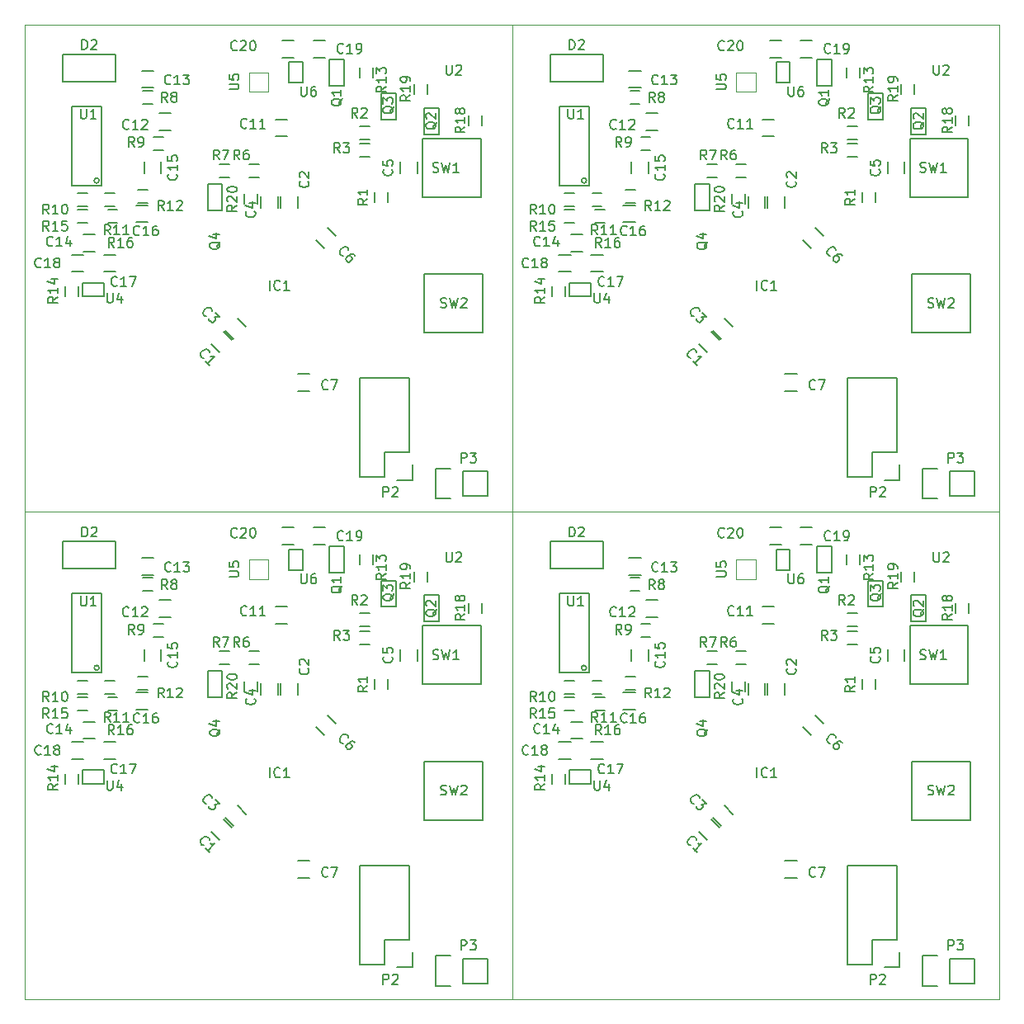
<source format=gbr>
G04 #@! TF.FileFunction,Legend,Top*
%FSLAX46Y46*%
G04 Gerber Fmt 4.6, Leading zero omitted, Abs format (unit mm)*
G04 Created by KiCad (PCBNEW 4.0.4+dfsg1-stable) date Sun Feb 12 12:23:04 2017*
%MOMM*%
%LPD*%
G01*
G04 APERTURE LIST*
%ADD10C,0.100000*%
%ADD11C,0.150000*%
G04 APERTURE END LIST*
D10*
X91000000Y-40000000D02*
X191000000Y-40000000D01*
X91000000Y-90000000D02*
X191000000Y-90000000D01*
X141000000Y-40000000D02*
X141000000Y-140000000D01*
X91000000Y-140000000D02*
X191000000Y-140000000D01*
X91000000Y-40000000D02*
X91000000Y-140000000D01*
X191000000Y-40000000D02*
X191000000Y-140000000D01*
D11*
X133450000Y-101250000D02*
X131950000Y-101250000D01*
X131950000Y-101250000D02*
X131950000Y-98550000D01*
X131950000Y-98550000D02*
X133450000Y-98550000D01*
X133450000Y-98550000D02*
X133450000Y-101250000D01*
X137875000Y-99350000D02*
X137875000Y-100350000D01*
X136525000Y-100350000D02*
X136525000Y-99350000D01*
X132275000Y-96150000D02*
X132275000Y-97150000D01*
X130925000Y-97150000D02*
X130925000Y-96150000D01*
X137800000Y-107700000D02*
X131800000Y-107700000D01*
X131800000Y-107700000D02*
X131800000Y-101700000D01*
X131800000Y-101700000D02*
X137800000Y-101700000D01*
X137800000Y-101700000D02*
X137800000Y-107700000D01*
X103225000Y-105300000D02*
X103225000Y-104100000D01*
X104975000Y-104100000D02*
X104975000Y-105300000D01*
X104750000Y-99075000D02*
X105950000Y-99075000D01*
X105950000Y-100825000D02*
X104750000Y-100825000D01*
X104200000Y-96475000D02*
X103000000Y-96475000D01*
X103000000Y-94725000D02*
X104200000Y-94725000D01*
X98620000Y-106006000D02*
G75*
G03X98620000Y-106006000I-254000J0D01*
G01*
X98874000Y-106514000D02*
X95826000Y-106514000D01*
X95826000Y-106514000D02*
X95826000Y-98386000D01*
X95826000Y-98386000D02*
X98874000Y-98386000D01*
X98874000Y-98386000D02*
X98874000Y-106514000D01*
X105200000Y-102875000D02*
X104200000Y-102875000D01*
X104200000Y-101525000D02*
X105200000Y-101525000D01*
X104100000Y-98125000D02*
X103100000Y-98125000D01*
X103100000Y-96775000D02*
X104100000Y-96775000D01*
X94900000Y-93050000D02*
X100300000Y-93050000D01*
X100300000Y-93050000D02*
X100300000Y-95850000D01*
X100300000Y-95850000D02*
X94900000Y-95850000D01*
X94900000Y-95850000D02*
X94900000Y-93050000D01*
X126400000Y-101775000D02*
X125400000Y-101775000D01*
X125400000Y-100425000D02*
X126400000Y-100425000D01*
X125400000Y-102225000D02*
X126400000Y-102225000D01*
X126400000Y-103575000D02*
X125400000Y-103575000D01*
X128275000Y-107200000D02*
X128275000Y-108200000D01*
X126925000Y-108200000D02*
X126925000Y-107200000D01*
X131275000Y-104100000D02*
X131275000Y-105300000D01*
X129525000Y-105300000D02*
X129525000Y-104100000D01*
X129050000Y-99750000D02*
X127550000Y-99750000D01*
X127550000Y-99750000D02*
X127550000Y-97050000D01*
X127550000Y-97050000D02*
X129050000Y-97050000D01*
X129050000Y-97050000D02*
X129050000Y-99750000D01*
X114875000Y-107400000D02*
X114875000Y-108400000D01*
X113525000Y-108400000D02*
X113525000Y-107400000D01*
X115000000Y-105675000D02*
X114000000Y-105675000D01*
X114000000Y-104325000D02*
X115000000Y-104325000D01*
X116975000Y-107600000D02*
X116975000Y-108800000D01*
X115225000Y-108800000D02*
X115225000Y-107600000D01*
X109750000Y-106350000D02*
X111250000Y-106350000D01*
X111250000Y-106350000D02*
X111250000Y-109050000D01*
X111250000Y-109050000D02*
X109750000Y-109050000D01*
X109750000Y-109050000D02*
X109750000Y-106350000D01*
X112000000Y-105675000D02*
X111000000Y-105675000D01*
X111000000Y-104325000D02*
X112000000Y-104325000D01*
X118975000Y-107600000D02*
X118975000Y-108800000D01*
X117225000Y-108800000D02*
X117225000Y-107600000D01*
X95800000Y-113625000D02*
X97000000Y-113625000D01*
X97000000Y-115375000D02*
X95800000Y-115375000D01*
X98200000Y-113275000D02*
X97000000Y-113275000D01*
X97000000Y-111525000D02*
X98200000Y-111525000D01*
X96475000Y-116900000D02*
X96475000Y-117900000D01*
X95125000Y-117900000D02*
X95125000Y-116900000D01*
X100300000Y-115375000D02*
X99100000Y-115375000D01*
X99100000Y-113625000D02*
X100300000Y-113625000D01*
X96900000Y-116500000D02*
X99100000Y-116500000D01*
X99100000Y-116500000D02*
X99100000Y-117900000D01*
X99100000Y-117900000D02*
X96900000Y-117900000D01*
X96900000Y-117900000D02*
X96900000Y-116500000D01*
X138000000Y-121600000D02*
X132000000Y-121600000D01*
X132000000Y-121600000D02*
X132000000Y-115600000D01*
X132000000Y-115600000D02*
X138000000Y-115600000D01*
X138000000Y-115600000D02*
X138000000Y-121600000D01*
X130470000Y-133910000D02*
X130470000Y-126290000D01*
X130470000Y-126290000D02*
X125390000Y-126290000D01*
X125390000Y-126290000D02*
X125390000Y-136450000D01*
X125390000Y-136450000D02*
X127930000Y-136450000D01*
X129200000Y-136730000D02*
X130750000Y-136730000D01*
X127930000Y-136450000D02*
X127930000Y-133910000D01*
X127930000Y-133910000D02*
X130470000Y-133910000D01*
X130750000Y-136730000D02*
X130750000Y-135180000D01*
X112794454Y-120157017D02*
X113642983Y-121005546D01*
X112405546Y-122242983D02*
X111557017Y-121394454D01*
X111394454Y-121557017D02*
X112242983Y-122405546D01*
X111005546Y-123642983D02*
X110157017Y-122794454D01*
X121705546Y-112942983D02*
X120857017Y-112094454D01*
X122094454Y-110857017D02*
X122942983Y-111705546D01*
X119000000Y-125825000D02*
X120200000Y-125825000D01*
X120200000Y-127575000D02*
X119000000Y-127575000D01*
X135930000Y-135830000D02*
X138470000Y-135830000D01*
X133110000Y-135550000D02*
X134660000Y-135550000D01*
X135930000Y-135830000D02*
X135930000Y-138370000D01*
X134660000Y-138650000D02*
X133110000Y-138650000D01*
X133110000Y-138650000D02*
X133110000Y-135550000D01*
X135930000Y-138370000D02*
X138470000Y-138370000D01*
X138470000Y-138370000D02*
X138470000Y-135830000D01*
X100200000Y-108675000D02*
X99200000Y-108675000D01*
X99200000Y-107325000D02*
X100200000Y-107325000D01*
X103600000Y-110275000D02*
X102400000Y-110275000D01*
X102400000Y-108525000D02*
X103600000Y-108525000D01*
X97400000Y-108675000D02*
X96400000Y-108675000D01*
X96400000Y-107325000D02*
X97400000Y-107325000D01*
X103600000Y-108275000D02*
X102600000Y-108275000D01*
X102600000Y-106925000D02*
X103600000Y-106925000D01*
X97400000Y-110375000D02*
X96400000Y-110375000D01*
X96400000Y-109025000D02*
X97400000Y-109025000D01*
X100500000Y-110375000D02*
X99500000Y-110375000D01*
X99500000Y-109025000D02*
X100500000Y-109025000D01*
X123750000Y-96250000D02*
X122250000Y-96250000D01*
X122250000Y-96250000D02*
X122250000Y-93550000D01*
X122250000Y-93550000D02*
X123750000Y-93550000D01*
X123750000Y-93550000D02*
X123750000Y-96250000D01*
X120600000Y-91625000D02*
X121800000Y-91625000D01*
X121800000Y-93375000D02*
X120600000Y-93375000D01*
X118600000Y-93375000D02*
X117400000Y-93375000D01*
X117400000Y-91625000D02*
X118600000Y-91625000D01*
D10*
X114000000Y-96900000D02*
X114000000Y-94900000D01*
X114000000Y-94900000D02*
X116000000Y-94900000D01*
X116000000Y-94900000D02*
X116000000Y-96900000D01*
X116000000Y-96900000D02*
X114000000Y-96900000D01*
D11*
X116700000Y-99725000D02*
X117900000Y-99725000D01*
X117900000Y-101475000D02*
X116700000Y-101475000D01*
X118100000Y-95950000D02*
X118100000Y-93850000D01*
X118100000Y-93850000D02*
X119500000Y-93850000D01*
X119500000Y-93850000D02*
X119500000Y-95950000D01*
X119500000Y-95950000D02*
X118100000Y-95950000D01*
X126675000Y-94400000D02*
X126675000Y-95400000D01*
X125325000Y-95400000D02*
X125325000Y-94400000D01*
X183450000Y-101250000D02*
X181950000Y-101250000D01*
X181950000Y-101250000D02*
X181950000Y-98550000D01*
X181950000Y-98550000D02*
X183450000Y-98550000D01*
X183450000Y-98550000D02*
X183450000Y-101250000D01*
X187875000Y-99350000D02*
X187875000Y-100350000D01*
X186525000Y-100350000D02*
X186525000Y-99350000D01*
X182275000Y-96150000D02*
X182275000Y-97150000D01*
X180925000Y-97150000D02*
X180925000Y-96150000D01*
X187800000Y-107700000D02*
X181800000Y-107700000D01*
X181800000Y-107700000D02*
X181800000Y-101700000D01*
X181800000Y-101700000D02*
X187800000Y-101700000D01*
X187800000Y-101700000D02*
X187800000Y-107700000D01*
X153225000Y-105300000D02*
X153225000Y-104100000D01*
X154975000Y-104100000D02*
X154975000Y-105300000D01*
X154750000Y-99075000D02*
X155950000Y-99075000D01*
X155950000Y-100825000D02*
X154750000Y-100825000D01*
X154200000Y-96475000D02*
X153000000Y-96475000D01*
X153000000Y-94725000D02*
X154200000Y-94725000D01*
X148620000Y-106006000D02*
G75*
G03X148620000Y-106006000I-254000J0D01*
G01*
X148874000Y-106514000D02*
X145826000Y-106514000D01*
X145826000Y-106514000D02*
X145826000Y-98386000D01*
X145826000Y-98386000D02*
X148874000Y-98386000D01*
X148874000Y-98386000D02*
X148874000Y-106514000D01*
X155200000Y-102875000D02*
X154200000Y-102875000D01*
X154200000Y-101525000D02*
X155200000Y-101525000D01*
X154100000Y-98125000D02*
X153100000Y-98125000D01*
X153100000Y-96775000D02*
X154100000Y-96775000D01*
X144900000Y-93050000D02*
X150300000Y-93050000D01*
X150300000Y-93050000D02*
X150300000Y-95850000D01*
X150300000Y-95850000D02*
X144900000Y-95850000D01*
X144900000Y-95850000D02*
X144900000Y-93050000D01*
X176400000Y-101775000D02*
X175400000Y-101775000D01*
X175400000Y-100425000D02*
X176400000Y-100425000D01*
X175400000Y-102225000D02*
X176400000Y-102225000D01*
X176400000Y-103575000D02*
X175400000Y-103575000D01*
X178275000Y-107200000D02*
X178275000Y-108200000D01*
X176925000Y-108200000D02*
X176925000Y-107200000D01*
X181275000Y-104100000D02*
X181275000Y-105300000D01*
X179525000Y-105300000D02*
X179525000Y-104100000D01*
X179050000Y-99750000D02*
X177550000Y-99750000D01*
X177550000Y-99750000D02*
X177550000Y-97050000D01*
X177550000Y-97050000D02*
X179050000Y-97050000D01*
X179050000Y-97050000D02*
X179050000Y-99750000D01*
X164875000Y-107400000D02*
X164875000Y-108400000D01*
X163525000Y-108400000D02*
X163525000Y-107400000D01*
X165000000Y-105675000D02*
X164000000Y-105675000D01*
X164000000Y-104325000D02*
X165000000Y-104325000D01*
X166975000Y-107600000D02*
X166975000Y-108800000D01*
X165225000Y-108800000D02*
X165225000Y-107600000D01*
X159750000Y-106350000D02*
X161250000Y-106350000D01*
X161250000Y-106350000D02*
X161250000Y-109050000D01*
X161250000Y-109050000D02*
X159750000Y-109050000D01*
X159750000Y-109050000D02*
X159750000Y-106350000D01*
X162000000Y-105675000D02*
X161000000Y-105675000D01*
X161000000Y-104325000D02*
X162000000Y-104325000D01*
X168975000Y-107600000D02*
X168975000Y-108800000D01*
X167225000Y-108800000D02*
X167225000Y-107600000D01*
X145800000Y-113625000D02*
X147000000Y-113625000D01*
X147000000Y-115375000D02*
X145800000Y-115375000D01*
X148200000Y-113275000D02*
X147000000Y-113275000D01*
X147000000Y-111525000D02*
X148200000Y-111525000D01*
X146475000Y-116900000D02*
X146475000Y-117900000D01*
X145125000Y-117900000D02*
X145125000Y-116900000D01*
X150300000Y-115375000D02*
X149100000Y-115375000D01*
X149100000Y-113625000D02*
X150300000Y-113625000D01*
X146900000Y-116500000D02*
X149100000Y-116500000D01*
X149100000Y-116500000D02*
X149100000Y-117900000D01*
X149100000Y-117900000D02*
X146900000Y-117900000D01*
X146900000Y-117900000D02*
X146900000Y-116500000D01*
X188000000Y-121600000D02*
X182000000Y-121600000D01*
X182000000Y-121600000D02*
X182000000Y-115600000D01*
X182000000Y-115600000D02*
X188000000Y-115600000D01*
X188000000Y-115600000D02*
X188000000Y-121600000D01*
X180470000Y-133910000D02*
X180470000Y-126290000D01*
X180470000Y-126290000D02*
X175390000Y-126290000D01*
X175390000Y-126290000D02*
X175390000Y-136450000D01*
X175390000Y-136450000D02*
X177930000Y-136450000D01*
X179200000Y-136730000D02*
X180750000Y-136730000D01*
X177930000Y-136450000D02*
X177930000Y-133910000D01*
X177930000Y-133910000D02*
X180470000Y-133910000D01*
X180750000Y-136730000D02*
X180750000Y-135180000D01*
X162794454Y-120157017D02*
X163642983Y-121005546D01*
X162405546Y-122242983D02*
X161557017Y-121394454D01*
X161394454Y-121557017D02*
X162242983Y-122405546D01*
X161005546Y-123642983D02*
X160157017Y-122794454D01*
X171705546Y-112942983D02*
X170857017Y-112094454D01*
X172094454Y-110857017D02*
X172942983Y-111705546D01*
X169000000Y-125825000D02*
X170200000Y-125825000D01*
X170200000Y-127575000D02*
X169000000Y-127575000D01*
X185930000Y-135830000D02*
X188470000Y-135830000D01*
X183110000Y-135550000D02*
X184660000Y-135550000D01*
X185930000Y-135830000D02*
X185930000Y-138370000D01*
X184660000Y-138650000D02*
X183110000Y-138650000D01*
X183110000Y-138650000D02*
X183110000Y-135550000D01*
X185930000Y-138370000D02*
X188470000Y-138370000D01*
X188470000Y-138370000D02*
X188470000Y-135830000D01*
X150200000Y-108675000D02*
X149200000Y-108675000D01*
X149200000Y-107325000D02*
X150200000Y-107325000D01*
X153600000Y-110275000D02*
X152400000Y-110275000D01*
X152400000Y-108525000D02*
X153600000Y-108525000D01*
X147400000Y-108675000D02*
X146400000Y-108675000D01*
X146400000Y-107325000D02*
X147400000Y-107325000D01*
X153600000Y-108275000D02*
X152600000Y-108275000D01*
X152600000Y-106925000D02*
X153600000Y-106925000D01*
X147400000Y-110375000D02*
X146400000Y-110375000D01*
X146400000Y-109025000D02*
X147400000Y-109025000D01*
X150500000Y-110375000D02*
X149500000Y-110375000D01*
X149500000Y-109025000D02*
X150500000Y-109025000D01*
X173750000Y-96250000D02*
X172250000Y-96250000D01*
X172250000Y-96250000D02*
X172250000Y-93550000D01*
X172250000Y-93550000D02*
X173750000Y-93550000D01*
X173750000Y-93550000D02*
X173750000Y-96250000D01*
X170600000Y-91625000D02*
X171800000Y-91625000D01*
X171800000Y-93375000D02*
X170600000Y-93375000D01*
X168600000Y-93375000D02*
X167400000Y-93375000D01*
X167400000Y-91625000D02*
X168600000Y-91625000D01*
D10*
X164000000Y-96900000D02*
X164000000Y-94900000D01*
X164000000Y-94900000D02*
X166000000Y-94900000D01*
X166000000Y-94900000D02*
X166000000Y-96900000D01*
X166000000Y-96900000D02*
X164000000Y-96900000D01*
D11*
X166700000Y-99725000D02*
X167900000Y-99725000D01*
X167900000Y-101475000D02*
X166700000Y-101475000D01*
X168100000Y-95950000D02*
X168100000Y-93850000D01*
X168100000Y-93850000D02*
X169500000Y-93850000D01*
X169500000Y-93850000D02*
X169500000Y-95950000D01*
X169500000Y-95950000D02*
X168100000Y-95950000D01*
X176675000Y-94400000D02*
X176675000Y-95400000D01*
X175325000Y-95400000D02*
X175325000Y-94400000D01*
X183450000Y-51250000D02*
X181950000Y-51250000D01*
X181950000Y-51250000D02*
X181950000Y-48550000D01*
X181950000Y-48550000D02*
X183450000Y-48550000D01*
X183450000Y-48550000D02*
X183450000Y-51250000D01*
X187875000Y-49350000D02*
X187875000Y-50350000D01*
X186525000Y-50350000D02*
X186525000Y-49350000D01*
X182275000Y-46150000D02*
X182275000Y-47150000D01*
X180925000Y-47150000D02*
X180925000Y-46150000D01*
X187800000Y-57700000D02*
X181800000Y-57700000D01*
X181800000Y-57700000D02*
X181800000Y-51700000D01*
X181800000Y-51700000D02*
X187800000Y-51700000D01*
X187800000Y-51700000D02*
X187800000Y-57700000D01*
X153225000Y-55300000D02*
X153225000Y-54100000D01*
X154975000Y-54100000D02*
X154975000Y-55300000D01*
X154750000Y-49075000D02*
X155950000Y-49075000D01*
X155950000Y-50825000D02*
X154750000Y-50825000D01*
X154200000Y-46475000D02*
X153000000Y-46475000D01*
X153000000Y-44725000D02*
X154200000Y-44725000D01*
X148620000Y-56006000D02*
G75*
G03X148620000Y-56006000I-254000J0D01*
G01*
X148874000Y-56514000D02*
X145826000Y-56514000D01*
X145826000Y-56514000D02*
X145826000Y-48386000D01*
X145826000Y-48386000D02*
X148874000Y-48386000D01*
X148874000Y-48386000D02*
X148874000Y-56514000D01*
X155200000Y-52875000D02*
X154200000Y-52875000D01*
X154200000Y-51525000D02*
X155200000Y-51525000D01*
X154100000Y-48125000D02*
X153100000Y-48125000D01*
X153100000Y-46775000D02*
X154100000Y-46775000D01*
X144900000Y-43050000D02*
X150300000Y-43050000D01*
X150300000Y-43050000D02*
X150300000Y-45850000D01*
X150300000Y-45850000D02*
X144900000Y-45850000D01*
X144900000Y-45850000D02*
X144900000Y-43050000D01*
X176400000Y-51775000D02*
X175400000Y-51775000D01*
X175400000Y-50425000D02*
X176400000Y-50425000D01*
X175400000Y-52225000D02*
X176400000Y-52225000D01*
X176400000Y-53575000D02*
X175400000Y-53575000D01*
X178275000Y-57200000D02*
X178275000Y-58200000D01*
X176925000Y-58200000D02*
X176925000Y-57200000D01*
X181275000Y-54100000D02*
X181275000Y-55300000D01*
X179525000Y-55300000D02*
X179525000Y-54100000D01*
X179050000Y-49750000D02*
X177550000Y-49750000D01*
X177550000Y-49750000D02*
X177550000Y-47050000D01*
X177550000Y-47050000D02*
X179050000Y-47050000D01*
X179050000Y-47050000D02*
X179050000Y-49750000D01*
X164875000Y-57400000D02*
X164875000Y-58400000D01*
X163525000Y-58400000D02*
X163525000Y-57400000D01*
X165000000Y-55675000D02*
X164000000Y-55675000D01*
X164000000Y-54325000D02*
X165000000Y-54325000D01*
X166975000Y-57600000D02*
X166975000Y-58800000D01*
X165225000Y-58800000D02*
X165225000Y-57600000D01*
X159750000Y-56350000D02*
X161250000Y-56350000D01*
X161250000Y-56350000D02*
X161250000Y-59050000D01*
X161250000Y-59050000D02*
X159750000Y-59050000D01*
X159750000Y-59050000D02*
X159750000Y-56350000D01*
X162000000Y-55675000D02*
X161000000Y-55675000D01*
X161000000Y-54325000D02*
X162000000Y-54325000D01*
X168975000Y-57600000D02*
X168975000Y-58800000D01*
X167225000Y-58800000D02*
X167225000Y-57600000D01*
X145800000Y-63625000D02*
X147000000Y-63625000D01*
X147000000Y-65375000D02*
X145800000Y-65375000D01*
X148200000Y-63275000D02*
X147000000Y-63275000D01*
X147000000Y-61525000D02*
X148200000Y-61525000D01*
X146475000Y-66900000D02*
X146475000Y-67900000D01*
X145125000Y-67900000D02*
X145125000Y-66900000D01*
X150300000Y-65375000D02*
X149100000Y-65375000D01*
X149100000Y-63625000D02*
X150300000Y-63625000D01*
X146900000Y-66500000D02*
X149100000Y-66500000D01*
X149100000Y-66500000D02*
X149100000Y-67900000D01*
X149100000Y-67900000D02*
X146900000Y-67900000D01*
X146900000Y-67900000D02*
X146900000Y-66500000D01*
X188000000Y-71600000D02*
X182000000Y-71600000D01*
X182000000Y-71600000D02*
X182000000Y-65600000D01*
X182000000Y-65600000D02*
X188000000Y-65600000D01*
X188000000Y-65600000D02*
X188000000Y-71600000D01*
X180470000Y-83910000D02*
X180470000Y-76290000D01*
X180470000Y-76290000D02*
X175390000Y-76290000D01*
X175390000Y-76290000D02*
X175390000Y-86450000D01*
X175390000Y-86450000D02*
X177930000Y-86450000D01*
X179200000Y-86730000D02*
X180750000Y-86730000D01*
X177930000Y-86450000D02*
X177930000Y-83910000D01*
X177930000Y-83910000D02*
X180470000Y-83910000D01*
X180750000Y-86730000D02*
X180750000Y-85180000D01*
X162794454Y-70157017D02*
X163642983Y-71005546D01*
X162405546Y-72242983D02*
X161557017Y-71394454D01*
X161394454Y-71557017D02*
X162242983Y-72405546D01*
X161005546Y-73642983D02*
X160157017Y-72794454D01*
X171705546Y-62942983D02*
X170857017Y-62094454D01*
X172094454Y-60857017D02*
X172942983Y-61705546D01*
X169000000Y-75825000D02*
X170200000Y-75825000D01*
X170200000Y-77575000D02*
X169000000Y-77575000D01*
X185930000Y-85830000D02*
X188470000Y-85830000D01*
X183110000Y-85550000D02*
X184660000Y-85550000D01*
X185930000Y-85830000D02*
X185930000Y-88370000D01*
X184660000Y-88650000D02*
X183110000Y-88650000D01*
X183110000Y-88650000D02*
X183110000Y-85550000D01*
X185930000Y-88370000D02*
X188470000Y-88370000D01*
X188470000Y-88370000D02*
X188470000Y-85830000D01*
X150200000Y-58675000D02*
X149200000Y-58675000D01*
X149200000Y-57325000D02*
X150200000Y-57325000D01*
X153600000Y-60275000D02*
X152400000Y-60275000D01*
X152400000Y-58525000D02*
X153600000Y-58525000D01*
X147400000Y-58675000D02*
X146400000Y-58675000D01*
X146400000Y-57325000D02*
X147400000Y-57325000D01*
X153600000Y-58275000D02*
X152600000Y-58275000D01*
X152600000Y-56925000D02*
X153600000Y-56925000D01*
X147400000Y-60375000D02*
X146400000Y-60375000D01*
X146400000Y-59025000D02*
X147400000Y-59025000D01*
X150500000Y-60375000D02*
X149500000Y-60375000D01*
X149500000Y-59025000D02*
X150500000Y-59025000D01*
X173750000Y-46250000D02*
X172250000Y-46250000D01*
X172250000Y-46250000D02*
X172250000Y-43550000D01*
X172250000Y-43550000D02*
X173750000Y-43550000D01*
X173750000Y-43550000D02*
X173750000Y-46250000D01*
X170600000Y-41625000D02*
X171800000Y-41625000D01*
X171800000Y-43375000D02*
X170600000Y-43375000D01*
X168600000Y-43375000D02*
X167400000Y-43375000D01*
X167400000Y-41625000D02*
X168600000Y-41625000D01*
D10*
X164000000Y-46900000D02*
X164000000Y-44900000D01*
X164000000Y-44900000D02*
X166000000Y-44900000D01*
X166000000Y-44900000D02*
X166000000Y-46900000D01*
X166000000Y-46900000D02*
X164000000Y-46900000D01*
D11*
X166700000Y-49725000D02*
X167900000Y-49725000D01*
X167900000Y-51475000D02*
X166700000Y-51475000D01*
X168100000Y-45950000D02*
X168100000Y-43850000D01*
X168100000Y-43850000D02*
X169500000Y-43850000D01*
X169500000Y-43850000D02*
X169500000Y-45950000D01*
X169500000Y-45950000D02*
X168100000Y-45950000D01*
X176675000Y-44400000D02*
X176675000Y-45400000D01*
X175325000Y-45400000D02*
X175325000Y-44400000D01*
X119000000Y-75825000D02*
X120200000Y-75825000D01*
X120200000Y-77575000D02*
X119000000Y-77575000D01*
X125400000Y-52225000D02*
X126400000Y-52225000D01*
X126400000Y-53575000D02*
X125400000Y-53575000D01*
X112794454Y-70157017D02*
X113642983Y-71005546D01*
X112405546Y-72242983D02*
X111557017Y-71394454D01*
X121705546Y-62942983D02*
X120857017Y-62094454D01*
X122094454Y-60857017D02*
X122942983Y-61705546D01*
X111394454Y-71557017D02*
X112242983Y-72405546D01*
X111005546Y-73642983D02*
X110157017Y-72794454D01*
X118975000Y-57600000D02*
X118975000Y-58800000D01*
X117225000Y-58800000D02*
X117225000Y-57600000D01*
X116975000Y-57600000D02*
X116975000Y-58800000D01*
X115225000Y-58800000D02*
X115225000Y-57600000D01*
X131275000Y-54100000D02*
X131275000Y-55300000D01*
X129525000Y-55300000D02*
X129525000Y-54100000D01*
X116700000Y-49725000D02*
X117900000Y-49725000D01*
X117900000Y-51475000D02*
X116700000Y-51475000D01*
X104750000Y-49075000D02*
X105950000Y-49075000D01*
X105950000Y-50825000D02*
X104750000Y-50825000D01*
X104200000Y-46475000D02*
X103000000Y-46475000D01*
X103000000Y-44725000D02*
X104200000Y-44725000D01*
X98200000Y-63275000D02*
X97000000Y-63275000D01*
X97000000Y-61525000D02*
X98200000Y-61525000D01*
X103225000Y-55300000D02*
X103225000Y-54100000D01*
X104975000Y-54100000D02*
X104975000Y-55300000D01*
X103600000Y-60275000D02*
X102400000Y-60275000D01*
X102400000Y-58525000D02*
X103600000Y-58525000D01*
X100300000Y-65375000D02*
X99100000Y-65375000D01*
X99100000Y-63625000D02*
X100300000Y-63625000D01*
X95800000Y-63625000D02*
X97000000Y-63625000D01*
X97000000Y-65375000D02*
X95800000Y-65375000D01*
X120600000Y-41625000D02*
X121800000Y-41625000D01*
X121800000Y-43375000D02*
X120600000Y-43375000D01*
X118600000Y-43375000D02*
X117400000Y-43375000D01*
X117400000Y-41625000D02*
X118600000Y-41625000D01*
X94900000Y-43050000D02*
X100300000Y-43050000D01*
X100300000Y-43050000D02*
X100300000Y-45850000D01*
X100300000Y-45850000D02*
X94900000Y-45850000D01*
X94900000Y-45850000D02*
X94900000Y-43050000D01*
X123750000Y-46250000D02*
X122250000Y-46250000D01*
X122250000Y-46250000D02*
X122250000Y-43550000D01*
X122250000Y-43550000D02*
X123750000Y-43550000D01*
X123750000Y-43550000D02*
X123750000Y-46250000D01*
X128275000Y-57200000D02*
X128275000Y-58200000D01*
X126925000Y-58200000D02*
X126925000Y-57200000D01*
X126400000Y-51775000D02*
X125400000Y-51775000D01*
X125400000Y-50425000D02*
X126400000Y-50425000D01*
X115000000Y-55675000D02*
X114000000Y-55675000D01*
X114000000Y-54325000D02*
X115000000Y-54325000D01*
X112000000Y-55675000D02*
X111000000Y-55675000D01*
X111000000Y-54325000D02*
X112000000Y-54325000D01*
X104100000Y-48125000D02*
X103100000Y-48125000D01*
X103100000Y-46775000D02*
X104100000Y-46775000D01*
X105200000Y-52875000D02*
X104200000Y-52875000D01*
X104200000Y-51525000D02*
X105200000Y-51525000D01*
X97400000Y-58675000D02*
X96400000Y-58675000D01*
X96400000Y-57325000D02*
X97400000Y-57325000D01*
X100200000Y-58675000D02*
X99200000Y-58675000D01*
X99200000Y-57325000D02*
X100200000Y-57325000D01*
X103600000Y-58275000D02*
X102600000Y-58275000D01*
X102600000Y-56925000D02*
X103600000Y-56925000D01*
X126675000Y-44400000D02*
X126675000Y-45400000D01*
X125325000Y-45400000D02*
X125325000Y-44400000D01*
X96475000Y-66900000D02*
X96475000Y-67900000D01*
X95125000Y-67900000D02*
X95125000Y-66900000D01*
X137800000Y-57700000D02*
X131800000Y-57700000D01*
X131800000Y-57700000D02*
X131800000Y-51700000D01*
X131800000Y-51700000D02*
X137800000Y-51700000D01*
X137800000Y-51700000D02*
X137800000Y-57700000D01*
X98620000Y-56006000D02*
G75*
G03X98620000Y-56006000I-254000J0D01*
G01*
X98874000Y-56514000D02*
X95826000Y-56514000D01*
X95826000Y-56514000D02*
X95826000Y-48386000D01*
X95826000Y-48386000D02*
X98874000Y-48386000D01*
X98874000Y-48386000D02*
X98874000Y-56514000D01*
X96900000Y-66500000D02*
X99100000Y-66500000D01*
X99100000Y-66500000D02*
X99100000Y-67900000D01*
X99100000Y-67900000D02*
X96900000Y-67900000D01*
X96900000Y-67900000D02*
X96900000Y-66500000D01*
D10*
X114000000Y-46900000D02*
X114000000Y-44900000D01*
X114000000Y-44900000D02*
X116000000Y-44900000D01*
X116000000Y-44900000D02*
X116000000Y-46900000D01*
X116000000Y-46900000D02*
X114000000Y-46900000D01*
D11*
X118100000Y-45950000D02*
X118100000Y-43850000D01*
X118100000Y-43850000D02*
X119500000Y-43850000D01*
X119500000Y-43850000D02*
X119500000Y-45950000D01*
X119500000Y-45950000D02*
X118100000Y-45950000D01*
X97400000Y-60375000D02*
X96400000Y-60375000D01*
X96400000Y-59025000D02*
X97400000Y-59025000D01*
X100500000Y-60375000D02*
X99500000Y-60375000D01*
X99500000Y-59025000D02*
X100500000Y-59025000D01*
X138000000Y-71600000D02*
X132000000Y-71600000D01*
X132000000Y-71600000D02*
X132000000Y-65600000D01*
X132000000Y-65600000D02*
X138000000Y-65600000D01*
X138000000Y-65600000D02*
X138000000Y-71600000D01*
X133450000Y-51250000D02*
X131950000Y-51250000D01*
X131950000Y-51250000D02*
X131950000Y-48550000D01*
X131950000Y-48550000D02*
X133450000Y-48550000D01*
X133450000Y-48550000D02*
X133450000Y-51250000D01*
X129050000Y-49750000D02*
X127550000Y-49750000D01*
X127550000Y-49750000D02*
X127550000Y-47050000D01*
X127550000Y-47050000D02*
X129050000Y-47050000D01*
X129050000Y-47050000D02*
X129050000Y-49750000D01*
X137875000Y-49350000D02*
X137875000Y-50350000D01*
X136525000Y-50350000D02*
X136525000Y-49350000D01*
X132275000Y-46150000D02*
X132275000Y-47150000D01*
X130925000Y-47150000D02*
X130925000Y-46150000D01*
X109750000Y-56350000D02*
X111250000Y-56350000D01*
X111250000Y-56350000D02*
X111250000Y-59050000D01*
X111250000Y-59050000D02*
X109750000Y-59050000D01*
X109750000Y-59050000D02*
X109750000Y-56350000D01*
X114875000Y-57400000D02*
X114875000Y-58400000D01*
X113525000Y-58400000D02*
X113525000Y-57400000D01*
X130470000Y-83910000D02*
X130470000Y-76290000D01*
X130470000Y-76290000D02*
X125390000Y-76290000D01*
X125390000Y-76290000D02*
X125390000Y-86450000D01*
X125390000Y-86450000D02*
X127930000Y-86450000D01*
X129200000Y-86730000D02*
X130750000Y-86730000D01*
X127930000Y-86450000D02*
X127930000Y-83910000D01*
X127930000Y-83910000D02*
X130470000Y-83910000D01*
X130750000Y-86730000D02*
X130750000Y-85180000D01*
X135930000Y-85830000D02*
X138470000Y-85830000D01*
X133110000Y-85550000D02*
X134660000Y-85550000D01*
X135930000Y-85830000D02*
X135930000Y-88370000D01*
X134660000Y-88650000D02*
X133110000Y-88650000D01*
X133110000Y-88650000D02*
X133110000Y-85550000D01*
X135930000Y-88370000D02*
X138470000Y-88370000D01*
X138470000Y-88370000D02*
X138470000Y-85830000D01*
X133247619Y-99995238D02*
X133200000Y-100090476D01*
X133104762Y-100185714D01*
X132961905Y-100328571D01*
X132914286Y-100423810D01*
X132914286Y-100519048D01*
X133152381Y-100471429D02*
X133104762Y-100566667D01*
X133009524Y-100661905D01*
X132819048Y-100709524D01*
X132485714Y-100709524D01*
X132295238Y-100661905D01*
X132200000Y-100566667D01*
X132152381Y-100471429D01*
X132152381Y-100280952D01*
X132200000Y-100185714D01*
X132295238Y-100090476D01*
X132485714Y-100042857D01*
X132819048Y-100042857D01*
X133009524Y-100090476D01*
X133104762Y-100185714D01*
X133152381Y-100280952D01*
X133152381Y-100471429D01*
X132247619Y-99661905D02*
X132200000Y-99614286D01*
X132152381Y-99519048D01*
X132152381Y-99280952D01*
X132200000Y-99185714D01*
X132247619Y-99138095D01*
X132342857Y-99090476D01*
X132438095Y-99090476D01*
X132580952Y-99138095D01*
X133152381Y-99709524D01*
X133152381Y-99090476D01*
X136152381Y-100492857D02*
X135676190Y-100826191D01*
X136152381Y-101064286D02*
X135152381Y-101064286D01*
X135152381Y-100683333D01*
X135200000Y-100588095D01*
X135247619Y-100540476D01*
X135342857Y-100492857D01*
X135485714Y-100492857D01*
X135580952Y-100540476D01*
X135628571Y-100588095D01*
X135676190Y-100683333D01*
X135676190Y-101064286D01*
X136152381Y-99540476D02*
X136152381Y-100111905D01*
X136152381Y-99826191D02*
X135152381Y-99826191D01*
X135295238Y-99921429D01*
X135390476Y-100016667D01*
X135438095Y-100111905D01*
X135580952Y-98969048D02*
X135533333Y-99064286D01*
X135485714Y-99111905D01*
X135390476Y-99159524D01*
X135342857Y-99159524D01*
X135247619Y-99111905D01*
X135200000Y-99064286D01*
X135152381Y-98969048D01*
X135152381Y-98778571D01*
X135200000Y-98683333D01*
X135247619Y-98635714D01*
X135342857Y-98588095D01*
X135390476Y-98588095D01*
X135485714Y-98635714D01*
X135533333Y-98683333D01*
X135580952Y-98778571D01*
X135580952Y-98969048D01*
X135628571Y-99064286D01*
X135676190Y-99111905D01*
X135771429Y-99159524D01*
X135961905Y-99159524D01*
X136057143Y-99111905D01*
X136104762Y-99064286D01*
X136152381Y-98969048D01*
X136152381Y-98778571D01*
X136104762Y-98683333D01*
X136057143Y-98635714D01*
X135961905Y-98588095D01*
X135771429Y-98588095D01*
X135676190Y-98635714D01*
X135628571Y-98683333D01*
X135580952Y-98778571D01*
X134238095Y-94152381D02*
X134238095Y-94961905D01*
X134285714Y-95057143D01*
X134333333Y-95104762D01*
X134428571Y-95152381D01*
X134619048Y-95152381D01*
X134714286Y-95104762D01*
X134761905Y-95057143D01*
X134809524Y-94961905D01*
X134809524Y-94152381D01*
X135238095Y-94247619D02*
X135285714Y-94200000D01*
X135380952Y-94152381D01*
X135619048Y-94152381D01*
X135714286Y-94200000D01*
X135761905Y-94247619D01*
X135809524Y-94342857D01*
X135809524Y-94438095D01*
X135761905Y-94580952D01*
X135190476Y-95152381D01*
X135809524Y-95152381D01*
X130552381Y-97242857D02*
X130076190Y-97576191D01*
X130552381Y-97814286D02*
X129552381Y-97814286D01*
X129552381Y-97433333D01*
X129600000Y-97338095D01*
X129647619Y-97290476D01*
X129742857Y-97242857D01*
X129885714Y-97242857D01*
X129980952Y-97290476D01*
X130028571Y-97338095D01*
X130076190Y-97433333D01*
X130076190Y-97814286D01*
X130552381Y-96290476D02*
X130552381Y-96861905D01*
X130552381Y-96576191D02*
X129552381Y-96576191D01*
X129695238Y-96671429D01*
X129790476Y-96766667D01*
X129838095Y-96861905D01*
X130552381Y-95814286D02*
X130552381Y-95623810D01*
X130504762Y-95528571D01*
X130457143Y-95480952D01*
X130314286Y-95385714D01*
X130123810Y-95338095D01*
X129742857Y-95338095D01*
X129647619Y-95385714D01*
X129600000Y-95433333D01*
X129552381Y-95528571D01*
X129552381Y-95719048D01*
X129600000Y-95814286D01*
X129647619Y-95861905D01*
X129742857Y-95909524D01*
X129980952Y-95909524D01*
X130076190Y-95861905D01*
X130123810Y-95814286D01*
X130171429Y-95719048D01*
X130171429Y-95528571D01*
X130123810Y-95433333D01*
X130076190Y-95385714D01*
X129980952Y-95338095D01*
X132866667Y-105104762D02*
X133009524Y-105152381D01*
X133247620Y-105152381D01*
X133342858Y-105104762D01*
X133390477Y-105057143D01*
X133438096Y-104961905D01*
X133438096Y-104866667D01*
X133390477Y-104771429D01*
X133342858Y-104723810D01*
X133247620Y-104676190D01*
X133057143Y-104628571D01*
X132961905Y-104580952D01*
X132914286Y-104533333D01*
X132866667Y-104438095D01*
X132866667Y-104342857D01*
X132914286Y-104247619D01*
X132961905Y-104200000D01*
X133057143Y-104152381D01*
X133295239Y-104152381D01*
X133438096Y-104200000D01*
X133771429Y-104152381D02*
X134009524Y-105152381D01*
X134200001Y-104438095D01*
X134390477Y-105152381D01*
X134628572Y-104152381D01*
X135533334Y-105152381D02*
X134961905Y-105152381D01*
X135247619Y-105152381D02*
X135247619Y-104152381D01*
X135152381Y-104295238D01*
X135057143Y-104390476D01*
X134961905Y-104438095D01*
X106557143Y-105342857D02*
X106604762Y-105390476D01*
X106652381Y-105533333D01*
X106652381Y-105628571D01*
X106604762Y-105771429D01*
X106509524Y-105866667D01*
X106414286Y-105914286D01*
X106223810Y-105961905D01*
X106080952Y-105961905D01*
X105890476Y-105914286D01*
X105795238Y-105866667D01*
X105700000Y-105771429D01*
X105652381Y-105628571D01*
X105652381Y-105533333D01*
X105700000Y-105390476D01*
X105747619Y-105342857D01*
X106652381Y-104390476D02*
X106652381Y-104961905D01*
X106652381Y-104676191D02*
X105652381Y-104676191D01*
X105795238Y-104771429D01*
X105890476Y-104866667D01*
X105938095Y-104961905D01*
X105652381Y-103485714D02*
X105652381Y-103961905D01*
X106128571Y-104009524D01*
X106080952Y-103961905D01*
X106033333Y-103866667D01*
X106033333Y-103628571D01*
X106080952Y-103533333D01*
X106128571Y-103485714D01*
X106223810Y-103438095D01*
X106461905Y-103438095D01*
X106557143Y-103485714D01*
X106604762Y-103533333D01*
X106652381Y-103628571D01*
X106652381Y-103866667D01*
X106604762Y-103961905D01*
X106557143Y-104009524D01*
X101657143Y-100657143D02*
X101609524Y-100704762D01*
X101466667Y-100752381D01*
X101371429Y-100752381D01*
X101228571Y-100704762D01*
X101133333Y-100609524D01*
X101085714Y-100514286D01*
X101038095Y-100323810D01*
X101038095Y-100180952D01*
X101085714Y-99990476D01*
X101133333Y-99895238D01*
X101228571Y-99800000D01*
X101371429Y-99752381D01*
X101466667Y-99752381D01*
X101609524Y-99800000D01*
X101657143Y-99847619D01*
X102609524Y-100752381D02*
X102038095Y-100752381D01*
X102323809Y-100752381D02*
X102323809Y-99752381D01*
X102228571Y-99895238D01*
X102133333Y-99990476D01*
X102038095Y-100038095D01*
X102990476Y-99847619D02*
X103038095Y-99800000D01*
X103133333Y-99752381D01*
X103371429Y-99752381D01*
X103466667Y-99800000D01*
X103514286Y-99847619D01*
X103561905Y-99942857D01*
X103561905Y-100038095D01*
X103514286Y-100180952D01*
X102942857Y-100752381D01*
X103561905Y-100752381D01*
X105957143Y-96057143D02*
X105909524Y-96104762D01*
X105766667Y-96152381D01*
X105671429Y-96152381D01*
X105528571Y-96104762D01*
X105433333Y-96009524D01*
X105385714Y-95914286D01*
X105338095Y-95723810D01*
X105338095Y-95580952D01*
X105385714Y-95390476D01*
X105433333Y-95295238D01*
X105528571Y-95200000D01*
X105671429Y-95152381D01*
X105766667Y-95152381D01*
X105909524Y-95200000D01*
X105957143Y-95247619D01*
X106909524Y-96152381D02*
X106338095Y-96152381D01*
X106623809Y-96152381D02*
X106623809Y-95152381D01*
X106528571Y-95295238D01*
X106433333Y-95390476D01*
X106338095Y-95438095D01*
X107242857Y-95152381D02*
X107861905Y-95152381D01*
X107528571Y-95533333D01*
X107671429Y-95533333D01*
X107766667Y-95580952D01*
X107814286Y-95628571D01*
X107861905Y-95723810D01*
X107861905Y-95961905D01*
X107814286Y-96057143D01*
X107766667Y-96104762D01*
X107671429Y-96152381D01*
X107385714Y-96152381D01*
X107290476Y-96104762D01*
X107242857Y-96057143D01*
X96738095Y-98652381D02*
X96738095Y-99461905D01*
X96785714Y-99557143D01*
X96833333Y-99604762D01*
X96928571Y-99652381D01*
X97119048Y-99652381D01*
X97214286Y-99604762D01*
X97261905Y-99557143D01*
X97309524Y-99461905D01*
X97309524Y-98652381D01*
X98309524Y-99652381D02*
X97738095Y-99652381D01*
X98023809Y-99652381D02*
X98023809Y-98652381D01*
X97928571Y-98795238D01*
X97833333Y-98890476D01*
X97738095Y-98938095D01*
X102233334Y-102552381D02*
X101900000Y-102076190D01*
X101661905Y-102552381D02*
X101661905Y-101552381D01*
X102042858Y-101552381D01*
X102138096Y-101600000D01*
X102185715Y-101647619D01*
X102233334Y-101742857D01*
X102233334Y-101885714D01*
X102185715Y-101980952D01*
X102138096Y-102028571D01*
X102042858Y-102076190D01*
X101661905Y-102076190D01*
X102709524Y-102552381D02*
X102900000Y-102552381D01*
X102995239Y-102504762D01*
X103042858Y-102457143D01*
X103138096Y-102314286D01*
X103185715Y-102123810D01*
X103185715Y-101742857D01*
X103138096Y-101647619D01*
X103090477Y-101600000D01*
X102995239Y-101552381D01*
X102804762Y-101552381D01*
X102709524Y-101600000D01*
X102661905Y-101647619D01*
X102614286Y-101742857D01*
X102614286Y-101980952D01*
X102661905Y-102076190D01*
X102709524Y-102123810D01*
X102804762Y-102171429D01*
X102995239Y-102171429D01*
X103090477Y-102123810D01*
X103138096Y-102076190D01*
X103185715Y-101980952D01*
X105633334Y-97952381D02*
X105300000Y-97476190D01*
X105061905Y-97952381D02*
X105061905Y-96952381D01*
X105442858Y-96952381D01*
X105538096Y-97000000D01*
X105585715Y-97047619D01*
X105633334Y-97142857D01*
X105633334Y-97285714D01*
X105585715Y-97380952D01*
X105538096Y-97428571D01*
X105442858Y-97476190D01*
X105061905Y-97476190D01*
X106204762Y-97380952D02*
X106109524Y-97333333D01*
X106061905Y-97285714D01*
X106014286Y-97190476D01*
X106014286Y-97142857D01*
X106061905Y-97047619D01*
X106109524Y-97000000D01*
X106204762Y-96952381D01*
X106395239Y-96952381D01*
X106490477Y-97000000D01*
X106538096Y-97047619D01*
X106585715Y-97142857D01*
X106585715Y-97190476D01*
X106538096Y-97285714D01*
X106490477Y-97333333D01*
X106395239Y-97380952D01*
X106204762Y-97380952D01*
X106109524Y-97428571D01*
X106061905Y-97476190D01*
X106014286Y-97571429D01*
X106014286Y-97761905D01*
X106061905Y-97857143D01*
X106109524Y-97904762D01*
X106204762Y-97952381D01*
X106395239Y-97952381D01*
X106490477Y-97904762D01*
X106538096Y-97857143D01*
X106585715Y-97761905D01*
X106585715Y-97571429D01*
X106538096Y-97476190D01*
X106490477Y-97428571D01*
X106395239Y-97380952D01*
X96861905Y-92552381D02*
X96861905Y-91552381D01*
X97100000Y-91552381D01*
X97242858Y-91600000D01*
X97338096Y-91695238D01*
X97385715Y-91790476D01*
X97433334Y-91980952D01*
X97433334Y-92123810D01*
X97385715Y-92314286D01*
X97338096Y-92409524D01*
X97242858Y-92504762D01*
X97100000Y-92552381D01*
X96861905Y-92552381D01*
X97814286Y-91647619D02*
X97861905Y-91600000D01*
X97957143Y-91552381D01*
X98195239Y-91552381D01*
X98290477Y-91600000D01*
X98338096Y-91647619D01*
X98385715Y-91742857D01*
X98385715Y-91838095D01*
X98338096Y-91980952D01*
X97766667Y-92552381D01*
X98385715Y-92552381D01*
X125133334Y-99552381D02*
X124800000Y-99076190D01*
X124561905Y-99552381D02*
X124561905Y-98552381D01*
X124942858Y-98552381D01*
X125038096Y-98600000D01*
X125085715Y-98647619D01*
X125133334Y-98742857D01*
X125133334Y-98885714D01*
X125085715Y-98980952D01*
X125038096Y-99028571D01*
X124942858Y-99076190D01*
X124561905Y-99076190D01*
X125514286Y-98647619D02*
X125561905Y-98600000D01*
X125657143Y-98552381D01*
X125895239Y-98552381D01*
X125990477Y-98600000D01*
X126038096Y-98647619D01*
X126085715Y-98742857D01*
X126085715Y-98838095D01*
X126038096Y-98980952D01*
X125466667Y-99552381D01*
X126085715Y-99552381D01*
X123333334Y-103152381D02*
X123000000Y-102676190D01*
X122761905Y-103152381D02*
X122761905Y-102152381D01*
X123142858Y-102152381D01*
X123238096Y-102200000D01*
X123285715Y-102247619D01*
X123333334Y-102342857D01*
X123333334Y-102485714D01*
X123285715Y-102580952D01*
X123238096Y-102628571D01*
X123142858Y-102676190D01*
X122761905Y-102676190D01*
X123666667Y-102152381D02*
X124285715Y-102152381D01*
X123952381Y-102533333D01*
X124095239Y-102533333D01*
X124190477Y-102580952D01*
X124238096Y-102628571D01*
X124285715Y-102723810D01*
X124285715Y-102961905D01*
X124238096Y-103057143D01*
X124190477Y-103104762D01*
X124095239Y-103152381D01*
X123809524Y-103152381D01*
X123714286Y-103104762D01*
X123666667Y-103057143D01*
X126152381Y-107866666D02*
X125676190Y-108200000D01*
X126152381Y-108438095D02*
X125152381Y-108438095D01*
X125152381Y-108057142D01*
X125200000Y-107961904D01*
X125247619Y-107914285D01*
X125342857Y-107866666D01*
X125485714Y-107866666D01*
X125580952Y-107914285D01*
X125628571Y-107961904D01*
X125676190Y-108057142D01*
X125676190Y-108438095D01*
X126152381Y-106914285D02*
X126152381Y-107485714D01*
X126152381Y-107200000D02*
X125152381Y-107200000D01*
X125295238Y-107295238D01*
X125390476Y-107390476D01*
X125438095Y-107485714D01*
X128657143Y-104866666D02*
X128704762Y-104914285D01*
X128752381Y-105057142D01*
X128752381Y-105152380D01*
X128704762Y-105295238D01*
X128609524Y-105390476D01*
X128514286Y-105438095D01*
X128323810Y-105485714D01*
X128180952Y-105485714D01*
X127990476Y-105438095D01*
X127895238Y-105390476D01*
X127800000Y-105295238D01*
X127752381Y-105152380D01*
X127752381Y-105057142D01*
X127800000Y-104914285D01*
X127847619Y-104866666D01*
X127752381Y-103961904D02*
X127752381Y-104438095D01*
X128228571Y-104485714D01*
X128180952Y-104438095D01*
X128133333Y-104342857D01*
X128133333Y-104104761D01*
X128180952Y-104009523D01*
X128228571Y-103961904D01*
X128323810Y-103914285D01*
X128561905Y-103914285D01*
X128657143Y-103961904D01*
X128704762Y-104009523D01*
X128752381Y-104104761D01*
X128752381Y-104342857D01*
X128704762Y-104438095D01*
X128657143Y-104485714D01*
X128847619Y-98395238D02*
X128800000Y-98490476D01*
X128704762Y-98585714D01*
X128561905Y-98728571D01*
X128514286Y-98823810D01*
X128514286Y-98919048D01*
X128752381Y-98871429D02*
X128704762Y-98966667D01*
X128609524Y-99061905D01*
X128419048Y-99109524D01*
X128085714Y-99109524D01*
X127895238Y-99061905D01*
X127800000Y-98966667D01*
X127752381Y-98871429D01*
X127752381Y-98680952D01*
X127800000Y-98585714D01*
X127895238Y-98490476D01*
X128085714Y-98442857D01*
X128419048Y-98442857D01*
X128609524Y-98490476D01*
X128704762Y-98585714D01*
X128752381Y-98680952D01*
X128752381Y-98871429D01*
X127752381Y-98109524D02*
X127752381Y-97490476D01*
X128133333Y-97823810D01*
X128133333Y-97680952D01*
X128180952Y-97585714D01*
X128228571Y-97538095D01*
X128323810Y-97490476D01*
X128561905Y-97490476D01*
X128657143Y-97538095D01*
X128704762Y-97585714D01*
X128752381Y-97680952D01*
X128752381Y-97966667D01*
X128704762Y-98061905D01*
X128657143Y-98109524D01*
X112752381Y-108542857D02*
X112276190Y-108876191D01*
X112752381Y-109114286D02*
X111752381Y-109114286D01*
X111752381Y-108733333D01*
X111800000Y-108638095D01*
X111847619Y-108590476D01*
X111942857Y-108542857D01*
X112085714Y-108542857D01*
X112180952Y-108590476D01*
X112228571Y-108638095D01*
X112276190Y-108733333D01*
X112276190Y-109114286D01*
X111847619Y-108161905D02*
X111800000Y-108114286D01*
X111752381Y-108019048D01*
X111752381Y-107780952D01*
X111800000Y-107685714D01*
X111847619Y-107638095D01*
X111942857Y-107590476D01*
X112038095Y-107590476D01*
X112180952Y-107638095D01*
X112752381Y-108209524D01*
X112752381Y-107590476D01*
X111752381Y-106971429D02*
X111752381Y-106876190D01*
X111800000Y-106780952D01*
X111847619Y-106733333D01*
X111942857Y-106685714D01*
X112133333Y-106638095D01*
X112371429Y-106638095D01*
X112561905Y-106685714D01*
X112657143Y-106733333D01*
X112704762Y-106780952D01*
X112752381Y-106876190D01*
X112752381Y-106971429D01*
X112704762Y-107066667D01*
X112657143Y-107114286D01*
X112561905Y-107161905D01*
X112371429Y-107209524D01*
X112133333Y-107209524D01*
X111942857Y-107161905D01*
X111847619Y-107114286D01*
X111800000Y-107066667D01*
X111752381Y-106971429D01*
X113033334Y-103852381D02*
X112700000Y-103376190D01*
X112461905Y-103852381D02*
X112461905Y-102852381D01*
X112842858Y-102852381D01*
X112938096Y-102900000D01*
X112985715Y-102947619D01*
X113033334Y-103042857D01*
X113033334Y-103185714D01*
X112985715Y-103280952D01*
X112938096Y-103328571D01*
X112842858Y-103376190D01*
X112461905Y-103376190D01*
X113890477Y-102852381D02*
X113700000Y-102852381D01*
X113604762Y-102900000D01*
X113557143Y-102947619D01*
X113461905Y-103090476D01*
X113414286Y-103280952D01*
X113414286Y-103661905D01*
X113461905Y-103757143D01*
X113509524Y-103804762D01*
X113604762Y-103852381D01*
X113795239Y-103852381D01*
X113890477Y-103804762D01*
X113938096Y-103757143D01*
X113985715Y-103661905D01*
X113985715Y-103423810D01*
X113938096Y-103328571D01*
X113890477Y-103280952D01*
X113795239Y-103233333D01*
X113604762Y-103233333D01*
X113509524Y-103280952D01*
X113461905Y-103328571D01*
X113414286Y-103423810D01*
X114557143Y-109166666D02*
X114604762Y-109214285D01*
X114652381Y-109357142D01*
X114652381Y-109452380D01*
X114604762Y-109595238D01*
X114509524Y-109690476D01*
X114414286Y-109738095D01*
X114223810Y-109785714D01*
X114080952Y-109785714D01*
X113890476Y-109738095D01*
X113795238Y-109690476D01*
X113700000Y-109595238D01*
X113652381Y-109452380D01*
X113652381Y-109357142D01*
X113700000Y-109214285D01*
X113747619Y-109166666D01*
X113985714Y-108309523D02*
X114652381Y-108309523D01*
X113604762Y-108547619D02*
X114319048Y-108785714D01*
X114319048Y-108166666D01*
X111047619Y-112295238D02*
X111000000Y-112390476D01*
X110904762Y-112485714D01*
X110761905Y-112628571D01*
X110714286Y-112723810D01*
X110714286Y-112819048D01*
X110952381Y-112771429D02*
X110904762Y-112866667D01*
X110809524Y-112961905D01*
X110619048Y-113009524D01*
X110285714Y-113009524D01*
X110095238Y-112961905D01*
X110000000Y-112866667D01*
X109952381Y-112771429D01*
X109952381Y-112580952D01*
X110000000Y-112485714D01*
X110095238Y-112390476D01*
X110285714Y-112342857D01*
X110619048Y-112342857D01*
X110809524Y-112390476D01*
X110904762Y-112485714D01*
X110952381Y-112580952D01*
X110952381Y-112771429D01*
X110285714Y-111485714D02*
X110952381Y-111485714D01*
X109904762Y-111723810D02*
X110619048Y-111961905D01*
X110619048Y-111342857D01*
X110933334Y-103852381D02*
X110600000Y-103376190D01*
X110361905Y-103852381D02*
X110361905Y-102852381D01*
X110742858Y-102852381D01*
X110838096Y-102900000D01*
X110885715Y-102947619D01*
X110933334Y-103042857D01*
X110933334Y-103185714D01*
X110885715Y-103280952D01*
X110838096Y-103328571D01*
X110742858Y-103376190D01*
X110361905Y-103376190D01*
X111266667Y-102852381D02*
X111933334Y-102852381D01*
X111504762Y-103852381D01*
X120057143Y-106066666D02*
X120104762Y-106114285D01*
X120152381Y-106257142D01*
X120152381Y-106352380D01*
X120104762Y-106495238D01*
X120009524Y-106590476D01*
X119914286Y-106638095D01*
X119723810Y-106685714D01*
X119580952Y-106685714D01*
X119390476Y-106638095D01*
X119295238Y-106590476D01*
X119200000Y-106495238D01*
X119152381Y-106352380D01*
X119152381Y-106257142D01*
X119200000Y-106114285D01*
X119247619Y-106066666D01*
X119247619Y-105685714D02*
X119200000Y-105638095D01*
X119152381Y-105542857D01*
X119152381Y-105304761D01*
X119200000Y-105209523D01*
X119247619Y-105161904D01*
X119342857Y-105114285D01*
X119438095Y-105114285D01*
X119580952Y-105161904D01*
X120152381Y-105733333D01*
X120152381Y-105114285D01*
X92657143Y-114857143D02*
X92609524Y-114904762D01*
X92466667Y-114952381D01*
X92371429Y-114952381D01*
X92228571Y-114904762D01*
X92133333Y-114809524D01*
X92085714Y-114714286D01*
X92038095Y-114523810D01*
X92038095Y-114380952D01*
X92085714Y-114190476D01*
X92133333Y-114095238D01*
X92228571Y-114000000D01*
X92371429Y-113952381D01*
X92466667Y-113952381D01*
X92609524Y-114000000D01*
X92657143Y-114047619D01*
X93609524Y-114952381D02*
X93038095Y-114952381D01*
X93323809Y-114952381D02*
X93323809Y-113952381D01*
X93228571Y-114095238D01*
X93133333Y-114190476D01*
X93038095Y-114238095D01*
X94180952Y-114380952D02*
X94085714Y-114333333D01*
X94038095Y-114285714D01*
X93990476Y-114190476D01*
X93990476Y-114142857D01*
X94038095Y-114047619D01*
X94085714Y-114000000D01*
X94180952Y-113952381D01*
X94371429Y-113952381D01*
X94466667Y-114000000D01*
X94514286Y-114047619D01*
X94561905Y-114142857D01*
X94561905Y-114190476D01*
X94514286Y-114285714D01*
X94466667Y-114333333D01*
X94371429Y-114380952D01*
X94180952Y-114380952D01*
X94085714Y-114428571D01*
X94038095Y-114476190D01*
X93990476Y-114571429D01*
X93990476Y-114761905D01*
X94038095Y-114857143D01*
X94085714Y-114904762D01*
X94180952Y-114952381D01*
X94371429Y-114952381D01*
X94466667Y-114904762D01*
X94514286Y-114857143D01*
X94561905Y-114761905D01*
X94561905Y-114571429D01*
X94514286Y-114476190D01*
X94466667Y-114428571D01*
X94371429Y-114380952D01*
X93857143Y-112657143D02*
X93809524Y-112704762D01*
X93666667Y-112752381D01*
X93571429Y-112752381D01*
X93428571Y-112704762D01*
X93333333Y-112609524D01*
X93285714Y-112514286D01*
X93238095Y-112323810D01*
X93238095Y-112180952D01*
X93285714Y-111990476D01*
X93333333Y-111895238D01*
X93428571Y-111800000D01*
X93571429Y-111752381D01*
X93666667Y-111752381D01*
X93809524Y-111800000D01*
X93857143Y-111847619D01*
X94809524Y-112752381D02*
X94238095Y-112752381D01*
X94523809Y-112752381D02*
X94523809Y-111752381D01*
X94428571Y-111895238D01*
X94333333Y-111990476D01*
X94238095Y-112038095D01*
X95666667Y-112085714D02*
X95666667Y-112752381D01*
X95428571Y-111704762D02*
X95190476Y-112419048D01*
X95809524Y-112419048D01*
X94352381Y-117942857D02*
X93876190Y-118276191D01*
X94352381Y-118514286D02*
X93352381Y-118514286D01*
X93352381Y-118133333D01*
X93400000Y-118038095D01*
X93447619Y-117990476D01*
X93542857Y-117942857D01*
X93685714Y-117942857D01*
X93780952Y-117990476D01*
X93828571Y-118038095D01*
X93876190Y-118133333D01*
X93876190Y-118514286D01*
X94352381Y-116990476D02*
X94352381Y-117561905D01*
X94352381Y-117276191D02*
X93352381Y-117276191D01*
X93495238Y-117371429D01*
X93590476Y-117466667D01*
X93638095Y-117561905D01*
X93685714Y-116133333D02*
X94352381Y-116133333D01*
X93304762Y-116371429D02*
X94019048Y-116609524D01*
X94019048Y-115990476D01*
X100457143Y-116757143D02*
X100409524Y-116804762D01*
X100266667Y-116852381D01*
X100171429Y-116852381D01*
X100028571Y-116804762D01*
X99933333Y-116709524D01*
X99885714Y-116614286D01*
X99838095Y-116423810D01*
X99838095Y-116280952D01*
X99885714Y-116090476D01*
X99933333Y-115995238D01*
X100028571Y-115900000D01*
X100171429Y-115852381D01*
X100266667Y-115852381D01*
X100409524Y-115900000D01*
X100457143Y-115947619D01*
X101409524Y-116852381D02*
X100838095Y-116852381D01*
X101123809Y-116852381D02*
X101123809Y-115852381D01*
X101028571Y-115995238D01*
X100933333Y-116090476D01*
X100838095Y-116138095D01*
X101742857Y-115852381D02*
X102409524Y-115852381D01*
X101980952Y-116852381D01*
X99438095Y-117552381D02*
X99438095Y-118361905D01*
X99485714Y-118457143D01*
X99533333Y-118504762D01*
X99628571Y-118552381D01*
X99819048Y-118552381D01*
X99914286Y-118504762D01*
X99961905Y-118457143D01*
X100009524Y-118361905D01*
X100009524Y-117552381D01*
X100914286Y-117885714D02*
X100914286Y-118552381D01*
X100676190Y-117504762D02*
X100438095Y-118219048D01*
X101057143Y-118219048D01*
X133666667Y-119004762D02*
X133809524Y-119052381D01*
X134047620Y-119052381D01*
X134142858Y-119004762D01*
X134190477Y-118957143D01*
X134238096Y-118861905D01*
X134238096Y-118766667D01*
X134190477Y-118671429D01*
X134142858Y-118623810D01*
X134047620Y-118576190D01*
X133857143Y-118528571D01*
X133761905Y-118480952D01*
X133714286Y-118433333D01*
X133666667Y-118338095D01*
X133666667Y-118242857D01*
X133714286Y-118147619D01*
X133761905Y-118100000D01*
X133857143Y-118052381D01*
X134095239Y-118052381D01*
X134238096Y-118100000D01*
X134571429Y-118052381D02*
X134809524Y-119052381D01*
X135000001Y-118338095D01*
X135190477Y-119052381D01*
X135428572Y-118052381D01*
X135761905Y-118147619D02*
X135809524Y-118100000D01*
X135904762Y-118052381D01*
X136142858Y-118052381D01*
X136238096Y-118100000D01*
X136285715Y-118147619D01*
X136333334Y-118242857D01*
X136333334Y-118338095D01*
X136285715Y-118480952D01*
X135714286Y-119052381D01*
X136333334Y-119052381D01*
X127761905Y-138452381D02*
X127761905Y-137452381D01*
X128142858Y-137452381D01*
X128238096Y-137500000D01*
X128285715Y-137547619D01*
X128333334Y-137642857D01*
X128333334Y-137785714D01*
X128285715Y-137880952D01*
X128238096Y-137928571D01*
X128142858Y-137976190D01*
X127761905Y-137976190D01*
X128714286Y-137547619D02*
X128761905Y-137500000D01*
X128857143Y-137452381D01*
X129095239Y-137452381D01*
X129190477Y-137500000D01*
X129238096Y-137547619D01*
X129285715Y-137642857D01*
X129285715Y-137738095D01*
X129238096Y-137880952D01*
X128666667Y-138452381D01*
X129285715Y-138452381D01*
X109629611Y-119934688D02*
X109562268Y-119934688D01*
X109427581Y-119867344D01*
X109360237Y-119800001D01*
X109292893Y-119665313D01*
X109292893Y-119530626D01*
X109326565Y-119429611D01*
X109427580Y-119261253D01*
X109528596Y-119160237D01*
X109696955Y-119059222D01*
X109797970Y-119025550D01*
X109932657Y-119025550D01*
X110067344Y-119092894D01*
X110134688Y-119160237D01*
X110202031Y-119294924D01*
X110202031Y-119362268D01*
X110505076Y-119530626D02*
X110942810Y-119968359D01*
X110437733Y-120002030D01*
X110538749Y-120103046D01*
X110572421Y-120204061D01*
X110572421Y-120271405D01*
X110538748Y-120372421D01*
X110370390Y-120540779D01*
X110269374Y-120574451D01*
X110202031Y-120574451D01*
X110101016Y-120540779D01*
X109898985Y-120338748D01*
X109865313Y-120237733D01*
X109865313Y-120170390D01*
X116123810Y-117252381D02*
X116123810Y-116252381D01*
X117171429Y-117157143D02*
X117123810Y-117204762D01*
X116980953Y-117252381D01*
X116885715Y-117252381D01*
X116742857Y-117204762D01*
X116647619Y-117109524D01*
X116600000Y-117014286D01*
X116552381Y-116823810D01*
X116552381Y-116680952D01*
X116600000Y-116490476D01*
X116647619Y-116395238D01*
X116742857Y-116300000D01*
X116885715Y-116252381D01*
X116980953Y-116252381D01*
X117123810Y-116300000D01*
X117171429Y-116347619D01*
X118123810Y-117252381D02*
X117552381Y-117252381D01*
X117838095Y-117252381D02*
X117838095Y-116252381D01*
X117742857Y-116395238D01*
X117647619Y-116490476D01*
X117552381Y-116538095D01*
X109344687Y-124219612D02*
X109277344Y-124219612D01*
X109142657Y-124152268D01*
X109075313Y-124084925D01*
X109007969Y-123950237D01*
X109007969Y-123815550D01*
X109041641Y-123714535D01*
X109142656Y-123546177D01*
X109243672Y-123445161D01*
X109412031Y-123344146D01*
X109513046Y-123310474D01*
X109647733Y-123310474D01*
X109782420Y-123377818D01*
X109849764Y-123445161D01*
X109917107Y-123579848D01*
X109917107Y-123647192D01*
X109950779Y-124960390D02*
X109546717Y-124556329D01*
X109748748Y-124758359D02*
X110455854Y-124051252D01*
X110287496Y-124084924D01*
X110152809Y-124084924D01*
X110051794Y-124051252D01*
X123629611Y-113734688D02*
X123562268Y-113734688D01*
X123427581Y-113667344D01*
X123360237Y-113600001D01*
X123292893Y-113465313D01*
X123292893Y-113330626D01*
X123326565Y-113229611D01*
X123427580Y-113061253D01*
X123528596Y-112960237D01*
X123696955Y-112859222D01*
X123797970Y-112825550D01*
X123932657Y-112825550D01*
X124067344Y-112892894D01*
X124134688Y-112960237D01*
X124202031Y-113094924D01*
X124202031Y-113162268D01*
X124875466Y-113701016D02*
X124740778Y-113566328D01*
X124639763Y-113532657D01*
X124572420Y-113532657D01*
X124404061Y-113566328D01*
X124235703Y-113667343D01*
X123966328Y-113936718D01*
X123932657Y-114037733D01*
X123932657Y-114105076D01*
X123966328Y-114206092D01*
X124101016Y-114340779D01*
X124202031Y-114374451D01*
X124269374Y-114374451D01*
X124370390Y-114340779D01*
X124538748Y-114172421D01*
X124572421Y-114071405D01*
X124572421Y-114004061D01*
X124538749Y-113903046D01*
X124404061Y-113768359D01*
X124303046Y-113734687D01*
X124235703Y-113734687D01*
X124134687Y-113768359D01*
X122083334Y-127357143D02*
X122035715Y-127404762D01*
X121892858Y-127452381D01*
X121797620Y-127452381D01*
X121654762Y-127404762D01*
X121559524Y-127309524D01*
X121511905Y-127214286D01*
X121464286Y-127023810D01*
X121464286Y-126880952D01*
X121511905Y-126690476D01*
X121559524Y-126595238D01*
X121654762Y-126500000D01*
X121797620Y-126452381D01*
X121892858Y-126452381D01*
X122035715Y-126500000D01*
X122083334Y-126547619D01*
X122416667Y-126452381D02*
X123083334Y-126452381D01*
X122654762Y-127452381D01*
X135761905Y-134952381D02*
X135761905Y-133952381D01*
X136142858Y-133952381D01*
X136238096Y-134000000D01*
X136285715Y-134047619D01*
X136333334Y-134142857D01*
X136333334Y-134285714D01*
X136285715Y-134380952D01*
X136238096Y-134428571D01*
X136142858Y-134476190D01*
X135761905Y-134476190D01*
X136666667Y-133952381D02*
X137285715Y-133952381D01*
X136952381Y-134333333D01*
X137095239Y-134333333D01*
X137190477Y-134380952D01*
X137238096Y-134428571D01*
X137285715Y-134523810D01*
X137285715Y-134761905D01*
X137238096Y-134857143D01*
X137190477Y-134904762D01*
X137095239Y-134952381D01*
X136809524Y-134952381D01*
X136714286Y-134904762D01*
X136666667Y-134857143D01*
X99757143Y-111552381D02*
X99423809Y-111076190D01*
X99185714Y-111552381D02*
X99185714Y-110552381D01*
X99566667Y-110552381D01*
X99661905Y-110600000D01*
X99709524Y-110647619D01*
X99757143Y-110742857D01*
X99757143Y-110885714D01*
X99709524Y-110980952D01*
X99661905Y-111028571D01*
X99566667Y-111076190D01*
X99185714Y-111076190D01*
X100709524Y-111552381D02*
X100138095Y-111552381D01*
X100423809Y-111552381D02*
X100423809Y-110552381D01*
X100328571Y-110695238D01*
X100233333Y-110790476D01*
X100138095Y-110838095D01*
X101661905Y-111552381D02*
X101090476Y-111552381D01*
X101376190Y-111552381D02*
X101376190Y-110552381D01*
X101280952Y-110695238D01*
X101185714Y-110790476D01*
X101090476Y-110838095D01*
X102757143Y-111557143D02*
X102709524Y-111604762D01*
X102566667Y-111652381D01*
X102471429Y-111652381D01*
X102328571Y-111604762D01*
X102233333Y-111509524D01*
X102185714Y-111414286D01*
X102138095Y-111223810D01*
X102138095Y-111080952D01*
X102185714Y-110890476D01*
X102233333Y-110795238D01*
X102328571Y-110700000D01*
X102471429Y-110652381D01*
X102566667Y-110652381D01*
X102709524Y-110700000D01*
X102757143Y-110747619D01*
X103709524Y-111652381D02*
X103138095Y-111652381D01*
X103423809Y-111652381D02*
X103423809Y-110652381D01*
X103328571Y-110795238D01*
X103233333Y-110890476D01*
X103138095Y-110938095D01*
X104566667Y-110652381D02*
X104376190Y-110652381D01*
X104280952Y-110700000D01*
X104233333Y-110747619D01*
X104138095Y-110890476D01*
X104090476Y-111080952D01*
X104090476Y-111461905D01*
X104138095Y-111557143D01*
X104185714Y-111604762D01*
X104280952Y-111652381D01*
X104471429Y-111652381D01*
X104566667Y-111604762D01*
X104614286Y-111557143D01*
X104661905Y-111461905D01*
X104661905Y-111223810D01*
X104614286Y-111128571D01*
X104566667Y-111080952D01*
X104471429Y-111033333D01*
X104280952Y-111033333D01*
X104185714Y-111080952D01*
X104138095Y-111128571D01*
X104090476Y-111223810D01*
X93457143Y-109452381D02*
X93123809Y-108976190D01*
X92885714Y-109452381D02*
X92885714Y-108452381D01*
X93266667Y-108452381D01*
X93361905Y-108500000D01*
X93409524Y-108547619D01*
X93457143Y-108642857D01*
X93457143Y-108785714D01*
X93409524Y-108880952D01*
X93361905Y-108928571D01*
X93266667Y-108976190D01*
X92885714Y-108976190D01*
X94409524Y-109452381D02*
X93838095Y-109452381D01*
X94123809Y-109452381D02*
X94123809Y-108452381D01*
X94028571Y-108595238D01*
X93933333Y-108690476D01*
X93838095Y-108738095D01*
X95028571Y-108452381D02*
X95123810Y-108452381D01*
X95219048Y-108500000D01*
X95266667Y-108547619D01*
X95314286Y-108642857D01*
X95361905Y-108833333D01*
X95361905Y-109071429D01*
X95314286Y-109261905D01*
X95266667Y-109357143D01*
X95219048Y-109404762D01*
X95123810Y-109452381D01*
X95028571Y-109452381D01*
X94933333Y-109404762D01*
X94885714Y-109357143D01*
X94838095Y-109261905D01*
X94790476Y-109071429D01*
X94790476Y-108833333D01*
X94838095Y-108642857D01*
X94885714Y-108547619D01*
X94933333Y-108500000D01*
X95028571Y-108452381D01*
X105257143Y-109052381D02*
X104923809Y-108576190D01*
X104685714Y-109052381D02*
X104685714Y-108052381D01*
X105066667Y-108052381D01*
X105161905Y-108100000D01*
X105209524Y-108147619D01*
X105257143Y-108242857D01*
X105257143Y-108385714D01*
X105209524Y-108480952D01*
X105161905Y-108528571D01*
X105066667Y-108576190D01*
X104685714Y-108576190D01*
X106209524Y-109052381D02*
X105638095Y-109052381D01*
X105923809Y-109052381D02*
X105923809Y-108052381D01*
X105828571Y-108195238D01*
X105733333Y-108290476D01*
X105638095Y-108338095D01*
X106590476Y-108147619D02*
X106638095Y-108100000D01*
X106733333Y-108052381D01*
X106971429Y-108052381D01*
X107066667Y-108100000D01*
X107114286Y-108147619D01*
X107161905Y-108242857D01*
X107161905Y-108338095D01*
X107114286Y-108480952D01*
X106542857Y-109052381D01*
X107161905Y-109052381D01*
X93457143Y-111152381D02*
X93123809Y-110676190D01*
X92885714Y-111152381D02*
X92885714Y-110152381D01*
X93266667Y-110152381D01*
X93361905Y-110200000D01*
X93409524Y-110247619D01*
X93457143Y-110342857D01*
X93457143Y-110485714D01*
X93409524Y-110580952D01*
X93361905Y-110628571D01*
X93266667Y-110676190D01*
X92885714Y-110676190D01*
X94409524Y-111152381D02*
X93838095Y-111152381D01*
X94123809Y-111152381D02*
X94123809Y-110152381D01*
X94028571Y-110295238D01*
X93933333Y-110390476D01*
X93838095Y-110438095D01*
X95314286Y-110152381D02*
X94838095Y-110152381D01*
X94790476Y-110628571D01*
X94838095Y-110580952D01*
X94933333Y-110533333D01*
X95171429Y-110533333D01*
X95266667Y-110580952D01*
X95314286Y-110628571D01*
X95361905Y-110723810D01*
X95361905Y-110961905D01*
X95314286Y-111057143D01*
X95266667Y-111104762D01*
X95171429Y-111152381D01*
X94933333Y-111152381D01*
X94838095Y-111104762D01*
X94790476Y-111057143D01*
X100157143Y-112852381D02*
X99823809Y-112376190D01*
X99585714Y-112852381D02*
X99585714Y-111852381D01*
X99966667Y-111852381D01*
X100061905Y-111900000D01*
X100109524Y-111947619D01*
X100157143Y-112042857D01*
X100157143Y-112185714D01*
X100109524Y-112280952D01*
X100061905Y-112328571D01*
X99966667Y-112376190D01*
X99585714Y-112376190D01*
X101109524Y-112852381D02*
X100538095Y-112852381D01*
X100823809Y-112852381D02*
X100823809Y-111852381D01*
X100728571Y-111995238D01*
X100633333Y-112090476D01*
X100538095Y-112138095D01*
X101966667Y-111852381D02*
X101776190Y-111852381D01*
X101680952Y-111900000D01*
X101633333Y-111947619D01*
X101538095Y-112090476D01*
X101490476Y-112280952D01*
X101490476Y-112661905D01*
X101538095Y-112757143D01*
X101585714Y-112804762D01*
X101680952Y-112852381D01*
X101871429Y-112852381D01*
X101966667Y-112804762D01*
X102014286Y-112757143D01*
X102061905Y-112661905D01*
X102061905Y-112423810D01*
X102014286Y-112328571D01*
X101966667Y-112280952D01*
X101871429Y-112233333D01*
X101680952Y-112233333D01*
X101585714Y-112280952D01*
X101538095Y-112328571D01*
X101490476Y-112423810D01*
X123547619Y-97595238D02*
X123500000Y-97690476D01*
X123404762Y-97785714D01*
X123261905Y-97928571D01*
X123214286Y-98023810D01*
X123214286Y-98119048D01*
X123452381Y-98071429D02*
X123404762Y-98166667D01*
X123309524Y-98261905D01*
X123119048Y-98309524D01*
X122785714Y-98309524D01*
X122595238Y-98261905D01*
X122500000Y-98166667D01*
X122452381Y-98071429D01*
X122452381Y-97880952D01*
X122500000Y-97785714D01*
X122595238Y-97690476D01*
X122785714Y-97642857D01*
X123119048Y-97642857D01*
X123309524Y-97690476D01*
X123404762Y-97785714D01*
X123452381Y-97880952D01*
X123452381Y-98071429D01*
X123452381Y-96690476D02*
X123452381Y-97261905D01*
X123452381Y-96976191D02*
X122452381Y-96976191D01*
X122595238Y-97071429D01*
X122690476Y-97166667D01*
X122738095Y-97261905D01*
X123657143Y-92857143D02*
X123609524Y-92904762D01*
X123466667Y-92952381D01*
X123371429Y-92952381D01*
X123228571Y-92904762D01*
X123133333Y-92809524D01*
X123085714Y-92714286D01*
X123038095Y-92523810D01*
X123038095Y-92380952D01*
X123085714Y-92190476D01*
X123133333Y-92095238D01*
X123228571Y-92000000D01*
X123371429Y-91952381D01*
X123466667Y-91952381D01*
X123609524Y-92000000D01*
X123657143Y-92047619D01*
X124609524Y-92952381D02*
X124038095Y-92952381D01*
X124323809Y-92952381D02*
X124323809Y-91952381D01*
X124228571Y-92095238D01*
X124133333Y-92190476D01*
X124038095Y-92238095D01*
X125085714Y-92952381D02*
X125276190Y-92952381D01*
X125371429Y-92904762D01*
X125419048Y-92857143D01*
X125514286Y-92714286D01*
X125561905Y-92523810D01*
X125561905Y-92142857D01*
X125514286Y-92047619D01*
X125466667Y-92000000D01*
X125371429Y-91952381D01*
X125180952Y-91952381D01*
X125085714Y-92000000D01*
X125038095Y-92047619D01*
X124990476Y-92142857D01*
X124990476Y-92380952D01*
X125038095Y-92476190D01*
X125085714Y-92523810D01*
X125180952Y-92571429D01*
X125371429Y-92571429D01*
X125466667Y-92523810D01*
X125514286Y-92476190D01*
X125561905Y-92380952D01*
X112757143Y-92557143D02*
X112709524Y-92604762D01*
X112566667Y-92652381D01*
X112471429Y-92652381D01*
X112328571Y-92604762D01*
X112233333Y-92509524D01*
X112185714Y-92414286D01*
X112138095Y-92223810D01*
X112138095Y-92080952D01*
X112185714Y-91890476D01*
X112233333Y-91795238D01*
X112328571Y-91700000D01*
X112471429Y-91652381D01*
X112566667Y-91652381D01*
X112709524Y-91700000D01*
X112757143Y-91747619D01*
X113138095Y-91747619D02*
X113185714Y-91700000D01*
X113280952Y-91652381D01*
X113519048Y-91652381D01*
X113614286Y-91700000D01*
X113661905Y-91747619D01*
X113709524Y-91842857D01*
X113709524Y-91938095D01*
X113661905Y-92080952D01*
X113090476Y-92652381D01*
X113709524Y-92652381D01*
X114328571Y-91652381D02*
X114423810Y-91652381D01*
X114519048Y-91700000D01*
X114566667Y-91747619D01*
X114614286Y-91842857D01*
X114661905Y-92033333D01*
X114661905Y-92271429D01*
X114614286Y-92461905D01*
X114566667Y-92557143D01*
X114519048Y-92604762D01*
X114423810Y-92652381D01*
X114328571Y-92652381D01*
X114233333Y-92604762D01*
X114185714Y-92557143D01*
X114138095Y-92461905D01*
X114090476Y-92271429D01*
X114090476Y-92033333D01*
X114138095Y-91842857D01*
X114185714Y-91747619D01*
X114233333Y-91700000D01*
X114328571Y-91652381D01*
X111952381Y-96661905D02*
X112761905Y-96661905D01*
X112857143Y-96614286D01*
X112904762Y-96566667D01*
X112952381Y-96471429D01*
X112952381Y-96280952D01*
X112904762Y-96185714D01*
X112857143Y-96138095D01*
X112761905Y-96090476D01*
X111952381Y-96090476D01*
X111952381Y-95138095D02*
X111952381Y-95614286D01*
X112428571Y-95661905D01*
X112380952Y-95614286D01*
X112333333Y-95519048D01*
X112333333Y-95280952D01*
X112380952Y-95185714D01*
X112428571Y-95138095D01*
X112523810Y-95090476D01*
X112761905Y-95090476D01*
X112857143Y-95138095D01*
X112904762Y-95185714D01*
X112952381Y-95280952D01*
X112952381Y-95519048D01*
X112904762Y-95614286D01*
X112857143Y-95661905D01*
X113757143Y-100557143D02*
X113709524Y-100604762D01*
X113566667Y-100652381D01*
X113471429Y-100652381D01*
X113328571Y-100604762D01*
X113233333Y-100509524D01*
X113185714Y-100414286D01*
X113138095Y-100223810D01*
X113138095Y-100080952D01*
X113185714Y-99890476D01*
X113233333Y-99795238D01*
X113328571Y-99700000D01*
X113471429Y-99652381D01*
X113566667Y-99652381D01*
X113709524Y-99700000D01*
X113757143Y-99747619D01*
X114709524Y-100652381D02*
X114138095Y-100652381D01*
X114423809Y-100652381D02*
X114423809Y-99652381D01*
X114328571Y-99795238D01*
X114233333Y-99890476D01*
X114138095Y-99938095D01*
X115661905Y-100652381D02*
X115090476Y-100652381D01*
X115376190Y-100652381D02*
X115376190Y-99652381D01*
X115280952Y-99795238D01*
X115185714Y-99890476D01*
X115090476Y-99938095D01*
X119338095Y-96352381D02*
X119338095Y-97161905D01*
X119385714Y-97257143D01*
X119433333Y-97304762D01*
X119528571Y-97352381D01*
X119719048Y-97352381D01*
X119814286Y-97304762D01*
X119861905Y-97257143D01*
X119909524Y-97161905D01*
X119909524Y-96352381D01*
X120814286Y-96352381D02*
X120623809Y-96352381D01*
X120528571Y-96400000D01*
X120480952Y-96447619D01*
X120385714Y-96590476D01*
X120338095Y-96780952D01*
X120338095Y-97161905D01*
X120385714Y-97257143D01*
X120433333Y-97304762D01*
X120528571Y-97352381D01*
X120719048Y-97352381D01*
X120814286Y-97304762D01*
X120861905Y-97257143D01*
X120909524Y-97161905D01*
X120909524Y-96923810D01*
X120861905Y-96828571D01*
X120814286Y-96780952D01*
X120719048Y-96733333D01*
X120528571Y-96733333D01*
X120433333Y-96780952D01*
X120385714Y-96828571D01*
X120338095Y-96923810D01*
X128052381Y-96342857D02*
X127576190Y-96676191D01*
X128052381Y-96914286D02*
X127052381Y-96914286D01*
X127052381Y-96533333D01*
X127100000Y-96438095D01*
X127147619Y-96390476D01*
X127242857Y-96342857D01*
X127385714Y-96342857D01*
X127480952Y-96390476D01*
X127528571Y-96438095D01*
X127576190Y-96533333D01*
X127576190Y-96914286D01*
X128052381Y-95390476D02*
X128052381Y-95961905D01*
X128052381Y-95676191D02*
X127052381Y-95676191D01*
X127195238Y-95771429D01*
X127290476Y-95866667D01*
X127338095Y-95961905D01*
X127052381Y-95057143D02*
X127052381Y-94438095D01*
X127433333Y-94771429D01*
X127433333Y-94628571D01*
X127480952Y-94533333D01*
X127528571Y-94485714D01*
X127623810Y-94438095D01*
X127861905Y-94438095D01*
X127957143Y-94485714D01*
X128004762Y-94533333D01*
X128052381Y-94628571D01*
X128052381Y-94914286D01*
X128004762Y-95009524D01*
X127957143Y-95057143D01*
X183247619Y-99995238D02*
X183200000Y-100090476D01*
X183104762Y-100185714D01*
X182961905Y-100328571D01*
X182914286Y-100423810D01*
X182914286Y-100519048D01*
X183152381Y-100471429D02*
X183104762Y-100566667D01*
X183009524Y-100661905D01*
X182819048Y-100709524D01*
X182485714Y-100709524D01*
X182295238Y-100661905D01*
X182200000Y-100566667D01*
X182152381Y-100471429D01*
X182152381Y-100280952D01*
X182200000Y-100185714D01*
X182295238Y-100090476D01*
X182485714Y-100042857D01*
X182819048Y-100042857D01*
X183009524Y-100090476D01*
X183104762Y-100185714D01*
X183152381Y-100280952D01*
X183152381Y-100471429D01*
X182247619Y-99661905D02*
X182200000Y-99614286D01*
X182152381Y-99519048D01*
X182152381Y-99280952D01*
X182200000Y-99185714D01*
X182247619Y-99138095D01*
X182342857Y-99090476D01*
X182438095Y-99090476D01*
X182580952Y-99138095D01*
X183152381Y-99709524D01*
X183152381Y-99090476D01*
X186152381Y-100492857D02*
X185676190Y-100826191D01*
X186152381Y-101064286D02*
X185152381Y-101064286D01*
X185152381Y-100683333D01*
X185200000Y-100588095D01*
X185247619Y-100540476D01*
X185342857Y-100492857D01*
X185485714Y-100492857D01*
X185580952Y-100540476D01*
X185628571Y-100588095D01*
X185676190Y-100683333D01*
X185676190Y-101064286D01*
X186152381Y-99540476D02*
X186152381Y-100111905D01*
X186152381Y-99826191D02*
X185152381Y-99826191D01*
X185295238Y-99921429D01*
X185390476Y-100016667D01*
X185438095Y-100111905D01*
X185580952Y-98969048D02*
X185533333Y-99064286D01*
X185485714Y-99111905D01*
X185390476Y-99159524D01*
X185342857Y-99159524D01*
X185247619Y-99111905D01*
X185200000Y-99064286D01*
X185152381Y-98969048D01*
X185152381Y-98778571D01*
X185200000Y-98683333D01*
X185247619Y-98635714D01*
X185342857Y-98588095D01*
X185390476Y-98588095D01*
X185485714Y-98635714D01*
X185533333Y-98683333D01*
X185580952Y-98778571D01*
X185580952Y-98969048D01*
X185628571Y-99064286D01*
X185676190Y-99111905D01*
X185771429Y-99159524D01*
X185961905Y-99159524D01*
X186057143Y-99111905D01*
X186104762Y-99064286D01*
X186152381Y-98969048D01*
X186152381Y-98778571D01*
X186104762Y-98683333D01*
X186057143Y-98635714D01*
X185961905Y-98588095D01*
X185771429Y-98588095D01*
X185676190Y-98635714D01*
X185628571Y-98683333D01*
X185580952Y-98778571D01*
X184238095Y-94152381D02*
X184238095Y-94961905D01*
X184285714Y-95057143D01*
X184333333Y-95104762D01*
X184428571Y-95152381D01*
X184619048Y-95152381D01*
X184714286Y-95104762D01*
X184761905Y-95057143D01*
X184809524Y-94961905D01*
X184809524Y-94152381D01*
X185238095Y-94247619D02*
X185285714Y-94200000D01*
X185380952Y-94152381D01*
X185619048Y-94152381D01*
X185714286Y-94200000D01*
X185761905Y-94247619D01*
X185809524Y-94342857D01*
X185809524Y-94438095D01*
X185761905Y-94580952D01*
X185190476Y-95152381D01*
X185809524Y-95152381D01*
X180552381Y-97242857D02*
X180076190Y-97576191D01*
X180552381Y-97814286D02*
X179552381Y-97814286D01*
X179552381Y-97433333D01*
X179600000Y-97338095D01*
X179647619Y-97290476D01*
X179742857Y-97242857D01*
X179885714Y-97242857D01*
X179980952Y-97290476D01*
X180028571Y-97338095D01*
X180076190Y-97433333D01*
X180076190Y-97814286D01*
X180552381Y-96290476D02*
X180552381Y-96861905D01*
X180552381Y-96576191D02*
X179552381Y-96576191D01*
X179695238Y-96671429D01*
X179790476Y-96766667D01*
X179838095Y-96861905D01*
X180552381Y-95814286D02*
X180552381Y-95623810D01*
X180504762Y-95528571D01*
X180457143Y-95480952D01*
X180314286Y-95385714D01*
X180123810Y-95338095D01*
X179742857Y-95338095D01*
X179647619Y-95385714D01*
X179600000Y-95433333D01*
X179552381Y-95528571D01*
X179552381Y-95719048D01*
X179600000Y-95814286D01*
X179647619Y-95861905D01*
X179742857Y-95909524D01*
X179980952Y-95909524D01*
X180076190Y-95861905D01*
X180123810Y-95814286D01*
X180171429Y-95719048D01*
X180171429Y-95528571D01*
X180123810Y-95433333D01*
X180076190Y-95385714D01*
X179980952Y-95338095D01*
X182866667Y-105104762D02*
X183009524Y-105152381D01*
X183247620Y-105152381D01*
X183342858Y-105104762D01*
X183390477Y-105057143D01*
X183438096Y-104961905D01*
X183438096Y-104866667D01*
X183390477Y-104771429D01*
X183342858Y-104723810D01*
X183247620Y-104676190D01*
X183057143Y-104628571D01*
X182961905Y-104580952D01*
X182914286Y-104533333D01*
X182866667Y-104438095D01*
X182866667Y-104342857D01*
X182914286Y-104247619D01*
X182961905Y-104200000D01*
X183057143Y-104152381D01*
X183295239Y-104152381D01*
X183438096Y-104200000D01*
X183771429Y-104152381D02*
X184009524Y-105152381D01*
X184200001Y-104438095D01*
X184390477Y-105152381D01*
X184628572Y-104152381D01*
X185533334Y-105152381D02*
X184961905Y-105152381D01*
X185247619Y-105152381D02*
X185247619Y-104152381D01*
X185152381Y-104295238D01*
X185057143Y-104390476D01*
X184961905Y-104438095D01*
X156557143Y-105342857D02*
X156604762Y-105390476D01*
X156652381Y-105533333D01*
X156652381Y-105628571D01*
X156604762Y-105771429D01*
X156509524Y-105866667D01*
X156414286Y-105914286D01*
X156223810Y-105961905D01*
X156080952Y-105961905D01*
X155890476Y-105914286D01*
X155795238Y-105866667D01*
X155700000Y-105771429D01*
X155652381Y-105628571D01*
X155652381Y-105533333D01*
X155700000Y-105390476D01*
X155747619Y-105342857D01*
X156652381Y-104390476D02*
X156652381Y-104961905D01*
X156652381Y-104676191D02*
X155652381Y-104676191D01*
X155795238Y-104771429D01*
X155890476Y-104866667D01*
X155938095Y-104961905D01*
X155652381Y-103485714D02*
X155652381Y-103961905D01*
X156128571Y-104009524D01*
X156080952Y-103961905D01*
X156033333Y-103866667D01*
X156033333Y-103628571D01*
X156080952Y-103533333D01*
X156128571Y-103485714D01*
X156223810Y-103438095D01*
X156461905Y-103438095D01*
X156557143Y-103485714D01*
X156604762Y-103533333D01*
X156652381Y-103628571D01*
X156652381Y-103866667D01*
X156604762Y-103961905D01*
X156557143Y-104009524D01*
X151657143Y-100657143D02*
X151609524Y-100704762D01*
X151466667Y-100752381D01*
X151371429Y-100752381D01*
X151228571Y-100704762D01*
X151133333Y-100609524D01*
X151085714Y-100514286D01*
X151038095Y-100323810D01*
X151038095Y-100180952D01*
X151085714Y-99990476D01*
X151133333Y-99895238D01*
X151228571Y-99800000D01*
X151371429Y-99752381D01*
X151466667Y-99752381D01*
X151609524Y-99800000D01*
X151657143Y-99847619D01*
X152609524Y-100752381D02*
X152038095Y-100752381D01*
X152323809Y-100752381D02*
X152323809Y-99752381D01*
X152228571Y-99895238D01*
X152133333Y-99990476D01*
X152038095Y-100038095D01*
X152990476Y-99847619D02*
X153038095Y-99800000D01*
X153133333Y-99752381D01*
X153371429Y-99752381D01*
X153466667Y-99800000D01*
X153514286Y-99847619D01*
X153561905Y-99942857D01*
X153561905Y-100038095D01*
X153514286Y-100180952D01*
X152942857Y-100752381D01*
X153561905Y-100752381D01*
X155957143Y-96057143D02*
X155909524Y-96104762D01*
X155766667Y-96152381D01*
X155671429Y-96152381D01*
X155528571Y-96104762D01*
X155433333Y-96009524D01*
X155385714Y-95914286D01*
X155338095Y-95723810D01*
X155338095Y-95580952D01*
X155385714Y-95390476D01*
X155433333Y-95295238D01*
X155528571Y-95200000D01*
X155671429Y-95152381D01*
X155766667Y-95152381D01*
X155909524Y-95200000D01*
X155957143Y-95247619D01*
X156909524Y-96152381D02*
X156338095Y-96152381D01*
X156623809Y-96152381D02*
X156623809Y-95152381D01*
X156528571Y-95295238D01*
X156433333Y-95390476D01*
X156338095Y-95438095D01*
X157242857Y-95152381D02*
X157861905Y-95152381D01*
X157528571Y-95533333D01*
X157671429Y-95533333D01*
X157766667Y-95580952D01*
X157814286Y-95628571D01*
X157861905Y-95723810D01*
X157861905Y-95961905D01*
X157814286Y-96057143D01*
X157766667Y-96104762D01*
X157671429Y-96152381D01*
X157385714Y-96152381D01*
X157290476Y-96104762D01*
X157242857Y-96057143D01*
X146738095Y-98652381D02*
X146738095Y-99461905D01*
X146785714Y-99557143D01*
X146833333Y-99604762D01*
X146928571Y-99652381D01*
X147119048Y-99652381D01*
X147214286Y-99604762D01*
X147261905Y-99557143D01*
X147309524Y-99461905D01*
X147309524Y-98652381D01*
X148309524Y-99652381D02*
X147738095Y-99652381D01*
X148023809Y-99652381D02*
X148023809Y-98652381D01*
X147928571Y-98795238D01*
X147833333Y-98890476D01*
X147738095Y-98938095D01*
X152233334Y-102552381D02*
X151900000Y-102076190D01*
X151661905Y-102552381D02*
X151661905Y-101552381D01*
X152042858Y-101552381D01*
X152138096Y-101600000D01*
X152185715Y-101647619D01*
X152233334Y-101742857D01*
X152233334Y-101885714D01*
X152185715Y-101980952D01*
X152138096Y-102028571D01*
X152042858Y-102076190D01*
X151661905Y-102076190D01*
X152709524Y-102552381D02*
X152900000Y-102552381D01*
X152995239Y-102504762D01*
X153042858Y-102457143D01*
X153138096Y-102314286D01*
X153185715Y-102123810D01*
X153185715Y-101742857D01*
X153138096Y-101647619D01*
X153090477Y-101600000D01*
X152995239Y-101552381D01*
X152804762Y-101552381D01*
X152709524Y-101600000D01*
X152661905Y-101647619D01*
X152614286Y-101742857D01*
X152614286Y-101980952D01*
X152661905Y-102076190D01*
X152709524Y-102123810D01*
X152804762Y-102171429D01*
X152995239Y-102171429D01*
X153090477Y-102123810D01*
X153138096Y-102076190D01*
X153185715Y-101980952D01*
X155633334Y-97952381D02*
X155300000Y-97476190D01*
X155061905Y-97952381D02*
X155061905Y-96952381D01*
X155442858Y-96952381D01*
X155538096Y-97000000D01*
X155585715Y-97047619D01*
X155633334Y-97142857D01*
X155633334Y-97285714D01*
X155585715Y-97380952D01*
X155538096Y-97428571D01*
X155442858Y-97476190D01*
X155061905Y-97476190D01*
X156204762Y-97380952D02*
X156109524Y-97333333D01*
X156061905Y-97285714D01*
X156014286Y-97190476D01*
X156014286Y-97142857D01*
X156061905Y-97047619D01*
X156109524Y-97000000D01*
X156204762Y-96952381D01*
X156395239Y-96952381D01*
X156490477Y-97000000D01*
X156538096Y-97047619D01*
X156585715Y-97142857D01*
X156585715Y-97190476D01*
X156538096Y-97285714D01*
X156490477Y-97333333D01*
X156395239Y-97380952D01*
X156204762Y-97380952D01*
X156109524Y-97428571D01*
X156061905Y-97476190D01*
X156014286Y-97571429D01*
X156014286Y-97761905D01*
X156061905Y-97857143D01*
X156109524Y-97904762D01*
X156204762Y-97952381D01*
X156395239Y-97952381D01*
X156490477Y-97904762D01*
X156538096Y-97857143D01*
X156585715Y-97761905D01*
X156585715Y-97571429D01*
X156538096Y-97476190D01*
X156490477Y-97428571D01*
X156395239Y-97380952D01*
X146861905Y-92552381D02*
X146861905Y-91552381D01*
X147100000Y-91552381D01*
X147242858Y-91600000D01*
X147338096Y-91695238D01*
X147385715Y-91790476D01*
X147433334Y-91980952D01*
X147433334Y-92123810D01*
X147385715Y-92314286D01*
X147338096Y-92409524D01*
X147242858Y-92504762D01*
X147100000Y-92552381D01*
X146861905Y-92552381D01*
X147814286Y-91647619D02*
X147861905Y-91600000D01*
X147957143Y-91552381D01*
X148195239Y-91552381D01*
X148290477Y-91600000D01*
X148338096Y-91647619D01*
X148385715Y-91742857D01*
X148385715Y-91838095D01*
X148338096Y-91980952D01*
X147766667Y-92552381D01*
X148385715Y-92552381D01*
X175133334Y-99552381D02*
X174800000Y-99076190D01*
X174561905Y-99552381D02*
X174561905Y-98552381D01*
X174942858Y-98552381D01*
X175038096Y-98600000D01*
X175085715Y-98647619D01*
X175133334Y-98742857D01*
X175133334Y-98885714D01*
X175085715Y-98980952D01*
X175038096Y-99028571D01*
X174942858Y-99076190D01*
X174561905Y-99076190D01*
X175514286Y-98647619D02*
X175561905Y-98600000D01*
X175657143Y-98552381D01*
X175895239Y-98552381D01*
X175990477Y-98600000D01*
X176038096Y-98647619D01*
X176085715Y-98742857D01*
X176085715Y-98838095D01*
X176038096Y-98980952D01*
X175466667Y-99552381D01*
X176085715Y-99552381D01*
X173333334Y-103152381D02*
X173000000Y-102676190D01*
X172761905Y-103152381D02*
X172761905Y-102152381D01*
X173142858Y-102152381D01*
X173238096Y-102200000D01*
X173285715Y-102247619D01*
X173333334Y-102342857D01*
X173333334Y-102485714D01*
X173285715Y-102580952D01*
X173238096Y-102628571D01*
X173142858Y-102676190D01*
X172761905Y-102676190D01*
X173666667Y-102152381D02*
X174285715Y-102152381D01*
X173952381Y-102533333D01*
X174095239Y-102533333D01*
X174190477Y-102580952D01*
X174238096Y-102628571D01*
X174285715Y-102723810D01*
X174285715Y-102961905D01*
X174238096Y-103057143D01*
X174190477Y-103104762D01*
X174095239Y-103152381D01*
X173809524Y-103152381D01*
X173714286Y-103104762D01*
X173666667Y-103057143D01*
X176152381Y-107866666D02*
X175676190Y-108200000D01*
X176152381Y-108438095D02*
X175152381Y-108438095D01*
X175152381Y-108057142D01*
X175200000Y-107961904D01*
X175247619Y-107914285D01*
X175342857Y-107866666D01*
X175485714Y-107866666D01*
X175580952Y-107914285D01*
X175628571Y-107961904D01*
X175676190Y-108057142D01*
X175676190Y-108438095D01*
X176152381Y-106914285D02*
X176152381Y-107485714D01*
X176152381Y-107200000D02*
X175152381Y-107200000D01*
X175295238Y-107295238D01*
X175390476Y-107390476D01*
X175438095Y-107485714D01*
X178657143Y-104866666D02*
X178704762Y-104914285D01*
X178752381Y-105057142D01*
X178752381Y-105152380D01*
X178704762Y-105295238D01*
X178609524Y-105390476D01*
X178514286Y-105438095D01*
X178323810Y-105485714D01*
X178180952Y-105485714D01*
X177990476Y-105438095D01*
X177895238Y-105390476D01*
X177800000Y-105295238D01*
X177752381Y-105152380D01*
X177752381Y-105057142D01*
X177800000Y-104914285D01*
X177847619Y-104866666D01*
X177752381Y-103961904D02*
X177752381Y-104438095D01*
X178228571Y-104485714D01*
X178180952Y-104438095D01*
X178133333Y-104342857D01*
X178133333Y-104104761D01*
X178180952Y-104009523D01*
X178228571Y-103961904D01*
X178323810Y-103914285D01*
X178561905Y-103914285D01*
X178657143Y-103961904D01*
X178704762Y-104009523D01*
X178752381Y-104104761D01*
X178752381Y-104342857D01*
X178704762Y-104438095D01*
X178657143Y-104485714D01*
X178847619Y-98395238D02*
X178800000Y-98490476D01*
X178704762Y-98585714D01*
X178561905Y-98728571D01*
X178514286Y-98823810D01*
X178514286Y-98919048D01*
X178752381Y-98871429D02*
X178704762Y-98966667D01*
X178609524Y-99061905D01*
X178419048Y-99109524D01*
X178085714Y-99109524D01*
X177895238Y-99061905D01*
X177800000Y-98966667D01*
X177752381Y-98871429D01*
X177752381Y-98680952D01*
X177800000Y-98585714D01*
X177895238Y-98490476D01*
X178085714Y-98442857D01*
X178419048Y-98442857D01*
X178609524Y-98490476D01*
X178704762Y-98585714D01*
X178752381Y-98680952D01*
X178752381Y-98871429D01*
X177752381Y-98109524D02*
X177752381Y-97490476D01*
X178133333Y-97823810D01*
X178133333Y-97680952D01*
X178180952Y-97585714D01*
X178228571Y-97538095D01*
X178323810Y-97490476D01*
X178561905Y-97490476D01*
X178657143Y-97538095D01*
X178704762Y-97585714D01*
X178752381Y-97680952D01*
X178752381Y-97966667D01*
X178704762Y-98061905D01*
X178657143Y-98109524D01*
X162752381Y-108542857D02*
X162276190Y-108876191D01*
X162752381Y-109114286D02*
X161752381Y-109114286D01*
X161752381Y-108733333D01*
X161800000Y-108638095D01*
X161847619Y-108590476D01*
X161942857Y-108542857D01*
X162085714Y-108542857D01*
X162180952Y-108590476D01*
X162228571Y-108638095D01*
X162276190Y-108733333D01*
X162276190Y-109114286D01*
X161847619Y-108161905D02*
X161800000Y-108114286D01*
X161752381Y-108019048D01*
X161752381Y-107780952D01*
X161800000Y-107685714D01*
X161847619Y-107638095D01*
X161942857Y-107590476D01*
X162038095Y-107590476D01*
X162180952Y-107638095D01*
X162752381Y-108209524D01*
X162752381Y-107590476D01*
X161752381Y-106971429D02*
X161752381Y-106876190D01*
X161800000Y-106780952D01*
X161847619Y-106733333D01*
X161942857Y-106685714D01*
X162133333Y-106638095D01*
X162371429Y-106638095D01*
X162561905Y-106685714D01*
X162657143Y-106733333D01*
X162704762Y-106780952D01*
X162752381Y-106876190D01*
X162752381Y-106971429D01*
X162704762Y-107066667D01*
X162657143Y-107114286D01*
X162561905Y-107161905D01*
X162371429Y-107209524D01*
X162133333Y-107209524D01*
X161942857Y-107161905D01*
X161847619Y-107114286D01*
X161800000Y-107066667D01*
X161752381Y-106971429D01*
X163033334Y-103852381D02*
X162700000Y-103376190D01*
X162461905Y-103852381D02*
X162461905Y-102852381D01*
X162842858Y-102852381D01*
X162938096Y-102900000D01*
X162985715Y-102947619D01*
X163033334Y-103042857D01*
X163033334Y-103185714D01*
X162985715Y-103280952D01*
X162938096Y-103328571D01*
X162842858Y-103376190D01*
X162461905Y-103376190D01*
X163890477Y-102852381D02*
X163700000Y-102852381D01*
X163604762Y-102900000D01*
X163557143Y-102947619D01*
X163461905Y-103090476D01*
X163414286Y-103280952D01*
X163414286Y-103661905D01*
X163461905Y-103757143D01*
X163509524Y-103804762D01*
X163604762Y-103852381D01*
X163795239Y-103852381D01*
X163890477Y-103804762D01*
X163938096Y-103757143D01*
X163985715Y-103661905D01*
X163985715Y-103423810D01*
X163938096Y-103328571D01*
X163890477Y-103280952D01*
X163795239Y-103233333D01*
X163604762Y-103233333D01*
X163509524Y-103280952D01*
X163461905Y-103328571D01*
X163414286Y-103423810D01*
X164557143Y-109166666D02*
X164604762Y-109214285D01*
X164652381Y-109357142D01*
X164652381Y-109452380D01*
X164604762Y-109595238D01*
X164509524Y-109690476D01*
X164414286Y-109738095D01*
X164223810Y-109785714D01*
X164080952Y-109785714D01*
X163890476Y-109738095D01*
X163795238Y-109690476D01*
X163700000Y-109595238D01*
X163652381Y-109452380D01*
X163652381Y-109357142D01*
X163700000Y-109214285D01*
X163747619Y-109166666D01*
X163985714Y-108309523D02*
X164652381Y-108309523D01*
X163604762Y-108547619D02*
X164319048Y-108785714D01*
X164319048Y-108166666D01*
X161047619Y-112295238D02*
X161000000Y-112390476D01*
X160904762Y-112485714D01*
X160761905Y-112628571D01*
X160714286Y-112723810D01*
X160714286Y-112819048D01*
X160952381Y-112771429D02*
X160904762Y-112866667D01*
X160809524Y-112961905D01*
X160619048Y-113009524D01*
X160285714Y-113009524D01*
X160095238Y-112961905D01*
X160000000Y-112866667D01*
X159952381Y-112771429D01*
X159952381Y-112580952D01*
X160000000Y-112485714D01*
X160095238Y-112390476D01*
X160285714Y-112342857D01*
X160619048Y-112342857D01*
X160809524Y-112390476D01*
X160904762Y-112485714D01*
X160952381Y-112580952D01*
X160952381Y-112771429D01*
X160285714Y-111485714D02*
X160952381Y-111485714D01*
X159904762Y-111723810D02*
X160619048Y-111961905D01*
X160619048Y-111342857D01*
X160933334Y-103852381D02*
X160600000Y-103376190D01*
X160361905Y-103852381D02*
X160361905Y-102852381D01*
X160742858Y-102852381D01*
X160838096Y-102900000D01*
X160885715Y-102947619D01*
X160933334Y-103042857D01*
X160933334Y-103185714D01*
X160885715Y-103280952D01*
X160838096Y-103328571D01*
X160742858Y-103376190D01*
X160361905Y-103376190D01*
X161266667Y-102852381D02*
X161933334Y-102852381D01*
X161504762Y-103852381D01*
X170057143Y-106066666D02*
X170104762Y-106114285D01*
X170152381Y-106257142D01*
X170152381Y-106352380D01*
X170104762Y-106495238D01*
X170009524Y-106590476D01*
X169914286Y-106638095D01*
X169723810Y-106685714D01*
X169580952Y-106685714D01*
X169390476Y-106638095D01*
X169295238Y-106590476D01*
X169200000Y-106495238D01*
X169152381Y-106352380D01*
X169152381Y-106257142D01*
X169200000Y-106114285D01*
X169247619Y-106066666D01*
X169247619Y-105685714D02*
X169200000Y-105638095D01*
X169152381Y-105542857D01*
X169152381Y-105304761D01*
X169200000Y-105209523D01*
X169247619Y-105161904D01*
X169342857Y-105114285D01*
X169438095Y-105114285D01*
X169580952Y-105161904D01*
X170152381Y-105733333D01*
X170152381Y-105114285D01*
X142657143Y-114857143D02*
X142609524Y-114904762D01*
X142466667Y-114952381D01*
X142371429Y-114952381D01*
X142228571Y-114904762D01*
X142133333Y-114809524D01*
X142085714Y-114714286D01*
X142038095Y-114523810D01*
X142038095Y-114380952D01*
X142085714Y-114190476D01*
X142133333Y-114095238D01*
X142228571Y-114000000D01*
X142371429Y-113952381D01*
X142466667Y-113952381D01*
X142609524Y-114000000D01*
X142657143Y-114047619D01*
X143609524Y-114952381D02*
X143038095Y-114952381D01*
X143323809Y-114952381D02*
X143323809Y-113952381D01*
X143228571Y-114095238D01*
X143133333Y-114190476D01*
X143038095Y-114238095D01*
X144180952Y-114380952D02*
X144085714Y-114333333D01*
X144038095Y-114285714D01*
X143990476Y-114190476D01*
X143990476Y-114142857D01*
X144038095Y-114047619D01*
X144085714Y-114000000D01*
X144180952Y-113952381D01*
X144371429Y-113952381D01*
X144466667Y-114000000D01*
X144514286Y-114047619D01*
X144561905Y-114142857D01*
X144561905Y-114190476D01*
X144514286Y-114285714D01*
X144466667Y-114333333D01*
X144371429Y-114380952D01*
X144180952Y-114380952D01*
X144085714Y-114428571D01*
X144038095Y-114476190D01*
X143990476Y-114571429D01*
X143990476Y-114761905D01*
X144038095Y-114857143D01*
X144085714Y-114904762D01*
X144180952Y-114952381D01*
X144371429Y-114952381D01*
X144466667Y-114904762D01*
X144514286Y-114857143D01*
X144561905Y-114761905D01*
X144561905Y-114571429D01*
X144514286Y-114476190D01*
X144466667Y-114428571D01*
X144371429Y-114380952D01*
X143857143Y-112657143D02*
X143809524Y-112704762D01*
X143666667Y-112752381D01*
X143571429Y-112752381D01*
X143428571Y-112704762D01*
X143333333Y-112609524D01*
X143285714Y-112514286D01*
X143238095Y-112323810D01*
X143238095Y-112180952D01*
X143285714Y-111990476D01*
X143333333Y-111895238D01*
X143428571Y-111800000D01*
X143571429Y-111752381D01*
X143666667Y-111752381D01*
X143809524Y-111800000D01*
X143857143Y-111847619D01*
X144809524Y-112752381D02*
X144238095Y-112752381D01*
X144523809Y-112752381D02*
X144523809Y-111752381D01*
X144428571Y-111895238D01*
X144333333Y-111990476D01*
X144238095Y-112038095D01*
X145666667Y-112085714D02*
X145666667Y-112752381D01*
X145428571Y-111704762D02*
X145190476Y-112419048D01*
X145809524Y-112419048D01*
X144352381Y-117942857D02*
X143876190Y-118276191D01*
X144352381Y-118514286D02*
X143352381Y-118514286D01*
X143352381Y-118133333D01*
X143400000Y-118038095D01*
X143447619Y-117990476D01*
X143542857Y-117942857D01*
X143685714Y-117942857D01*
X143780952Y-117990476D01*
X143828571Y-118038095D01*
X143876190Y-118133333D01*
X143876190Y-118514286D01*
X144352381Y-116990476D02*
X144352381Y-117561905D01*
X144352381Y-117276191D02*
X143352381Y-117276191D01*
X143495238Y-117371429D01*
X143590476Y-117466667D01*
X143638095Y-117561905D01*
X143685714Y-116133333D02*
X144352381Y-116133333D01*
X143304762Y-116371429D02*
X144019048Y-116609524D01*
X144019048Y-115990476D01*
X150457143Y-116757143D02*
X150409524Y-116804762D01*
X150266667Y-116852381D01*
X150171429Y-116852381D01*
X150028571Y-116804762D01*
X149933333Y-116709524D01*
X149885714Y-116614286D01*
X149838095Y-116423810D01*
X149838095Y-116280952D01*
X149885714Y-116090476D01*
X149933333Y-115995238D01*
X150028571Y-115900000D01*
X150171429Y-115852381D01*
X150266667Y-115852381D01*
X150409524Y-115900000D01*
X150457143Y-115947619D01*
X151409524Y-116852381D02*
X150838095Y-116852381D01*
X151123809Y-116852381D02*
X151123809Y-115852381D01*
X151028571Y-115995238D01*
X150933333Y-116090476D01*
X150838095Y-116138095D01*
X151742857Y-115852381D02*
X152409524Y-115852381D01*
X151980952Y-116852381D01*
X149438095Y-117552381D02*
X149438095Y-118361905D01*
X149485714Y-118457143D01*
X149533333Y-118504762D01*
X149628571Y-118552381D01*
X149819048Y-118552381D01*
X149914286Y-118504762D01*
X149961905Y-118457143D01*
X150009524Y-118361905D01*
X150009524Y-117552381D01*
X150914286Y-117885714D02*
X150914286Y-118552381D01*
X150676190Y-117504762D02*
X150438095Y-118219048D01*
X151057143Y-118219048D01*
X183666667Y-119004762D02*
X183809524Y-119052381D01*
X184047620Y-119052381D01*
X184142858Y-119004762D01*
X184190477Y-118957143D01*
X184238096Y-118861905D01*
X184238096Y-118766667D01*
X184190477Y-118671429D01*
X184142858Y-118623810D01*
X184047620Y-118576190D01*
X183857143Y-118528571D01*
X183761905Y-118480952D01*
X183714286Y-118433333D01*
X183666667Y-118338095D01*
X183666667Y-118242857D01*
X183714286Y-118147619D01*
X183761905Y-118100000D01*
X183857143Y-118052381D01*
X184095239Y-118052381D01*
X184238096Y-118100000D01*
X184571429Y-118052381D02*
X184809524Y-119052381D01*
X185000001Y-118338095D01*
X185190477Y-119052381D01*
X185428572Y-118052381D01*
X185761905Y-118147619D02*
X185809524Y-118100000D01*
X185904762Y-118052381D01*
X186142858Y-118052381D01*
X186238096Y-118100000D01*
X186285715Y-118147619D01*
X186333334Y-118242857D01*
X186333334Y-118338095D01*
X186285715Y-118480952D01*
X185714286Y-119052381D01*
X186333334Y-119052381D01*
X177761905Y-138452381D02*
X177761905Y-137452381D01*
X178142858Y-137452381D01*
X178238096Y-137500000D01*
X178285715Y-137547619D01*
X178333334Y-137642857D01*
X178333334Y-137785714D01*
X178285715Y-137880952D01*
X178238096Y-137928571D01*
X178142858Y-137976190D01*
X177761905Y-137976190D01*
X178714286Y-137547619D02*
X178761905Y-137500000D01*
X178857143Y-137452381D01*
X179095239Y-137452381D01*
X179190477Y-137500000D01*
X179238096Y-137547619D01*
X179285715Y-137642857D01*
X179285715Y-137738095D01*
X179238096Y-137880952D01*
X178666667Y-138452381D01*
X179285715Y-138452381D01*
X159629611Y-119934688D02*
X159562268Y-119934688D01*
X159427581Y-119867344D01*
X159360237Y-119800001D01*
X159292893Y-119665313D01*
X159292893Y-119530626D01*
X159326565Y-119429611D01*
X159427580Y-119261253D01*
X159528596Y-119160237D01*
X159696955Y-119059222D01*
X159797970Y-119025550D01*
X159932657Y-119025550D01*
X160067344Y-119092894D01*
X160134688Y-119160237D01*
X160202031Y-119294924D01*
X160202031Y-119362268D01*
X160505076Y-119530626D02*
X160942810Y-119968359D01*
X160437733Y-120002030D01*
X160538749Y-120103046D01*
X160572421Y-120204061D01*
X160572421Y-120271405D01*
X160538748Y-120372421D01*
X160370390Y-120540779D01*
X160269374Y-120574451D01*
X160202031Y-120574451D01*
X160101016Y-120540779D01*
X159898985Y-120338748D01*
X159865313Y-120237733D01*
X159865313Y-120170390D01*
X166123810Y-117252381D02*
X166123810Y-116252381D01*
X167171429Y-117157143D02*
X167123810Y-117204762D01*
X166980953Y-117252381D01*
X166885715Y-117252381D01*
X166742857Y-117204762D01*
X166647619Y-117109524D01*
X166600000Y-117014286D01*
X166552381Y-116823810D01*
X166552381Y-116680952D01*
X166600000Y-116490476D01*
X166647619Y-116395238D01*
X166742857Y-116300000D01*
X166885715Y-116252381D01*
X166980953Y-116252381D01*
X167123810Y-116300000D01*
X167171429Y-116347619D01*
X168123810Y-117252381D02*
X167552381Y-117252381D01*
X167838095Y-117252381D02*
X167838095Y-116252381D01*
X167742857Y-116395238D01*
X167647619Y-116490476D01*
X167552381Y-116538095D01*
X159344687Y-124219612D02*
X159277344Y-124219612D01*
X159142657Y-124152268D01*
X159075313Y-124084925D01*
X159007969Y-123950237D01*
X159007969Y-123815550D01*
X159041641Y-123714535D01*
X159142656Y-123546177D01*
X159243672Y-123445161D01*
X159412031Y-123344146D01*
X159513046Y-123310474D01*
X159647733Y-123310474D01*
X159782420Y-123377818D01*
X159849764Y-123445161D01*
X159917107Y-123579848D01*
X159917107Y-123647192D01*
X159950779Y-124960390D02*
X159546717Y-124556329D01*
X159748748Y-124758359D02*
X160455854Y-124051252D01*
X160287496Y-124084924D01*
X160152809Y-124084924D01*
X160051794Y-124051252D01*
X173629611Y-113734688D02*
X173562268Y-113734688D01*
X173427581Y-113667344D01*
X173360237Y-113600001D01*
X173292893Y-113465313D01*
X173292893Y-113330626D01*
X173326565Y-113229611D01*
X173427580Y-113061253D01*
X173528596Y-112960237D01*
X173696955Y-112859222D01*
X173797970Y-112825550D01*
X173932657Y-112825550D01*
X174067344Y-112892894D01*
X174134688Y-112960237D01*
X174202031Y-113094924D01*
X174202031Y-113162268D01*
X174875466Y-113701016D02*
X174740778Y-113566328D01*
X174639763Y-113532657D01*
X174572420Y-113532657D01*
X174404061Y-113566328D01*
X174235703Y-113667343D01*
X173966328Y-113936718D01*
X173932657Y-114037733D01*
X173932657Y-114105076D01*
X173966328Y-114206092D01*
X174101016Y-114340779D01*
X174202031Y-114374451D01*
X174269374Y-114374451D01*
X174370390Y-114340779D01*
X174538748Y-114172421D01*
X174572421Y-114071405D01*
X174572421Y-114004061D01*
X174538749Y-113903046D01*
X174404061Y-113768359D01*
X174303046Y-113734687D01*
X174235703Y-113734687D01*
X174134687Y-113768359D01*
X172083334Y-127357143D02*
X172035715Y-127404762D01*
X171892858Y-127452381D01*
X171797620Y-127452381D01*
X171654762Y-127404762D01*
X171559524Y-127309524D01*
X171511905Y-127214286D01*
X171464286Y-127023810D01*
X171464286Y-126880952D01*
X171511905Y-126690476D01*
X171559524Y-126595238D01*
X171654762Y-126500000D01*
X171797620Y-126452381D01*
X171892858Y-126452381D01*
X172035715Y-126500000D01*
X172083334Y-126547619D01*
X172416667Y-126452381D02*
X173083334Y-126452381D01*
X172654762Y-127452381D01*
X185761905Y-134952381D02*
X185761905Y-133952381D01*
X186142858Y-133952381D01*
X186238096Y-134000000D01*
X186285715Y-134047619D01*
X186333334Y-134142857D01*
X186333334Y-134285714D01*
X186285715Y-134380952D01*
X186238096Y-134428571D01*
X186142858Y-134476190D01*
X185761905Y-134476190D01*
X186666667Y-133952381D02*
X187285715Y-133952381D01*
X186952381Y-134333333D01*
X187095239Y-134333333D01*
X187190477Y-134380952D01*
X187238096Y-134428571D01*
X187285715Y-134523810D01*
X187285715Y-134761905D01*
X187238096Y-134857143D01*
X187190477Y-134904762D01*
X187095239Y-134952381D01*
X186809524Y-134952381D01*
X186714286Y-134904762D01*
X186666667Y-134857143D01*
X149757143Y-111552381D02*
X149423809Y-111076190D01*
X149185714Y-111552381D02*
X149185714Y-110552381D01*
X149566667Y-110552381D01*
X149661905Y-110600000D01*
X149709524Y-110647619D01*
X149757143Y-110742857D01*
X149757143Y-110885714D01*
X149709524Y-110980952D01*
X149661905Y-111028571D01*
X149566667Y-111076190D01*
X149185714Y-111076190D01*
X150709524Y-111552381D02*
X150138095Y-111552381D01*
X150423809Y-111552381D02*
X150423809Y-110552381D01*
X150328571Y-110695238D01*
X150233333Y-110790476D01*
X150138095Y-110838095D01*
X151661905Y-111552381D02*
X151090476Y-111552381D01*
X151376190Y-111552381D02*
X151376190Y-110552381D01*
X151280952Y-110695238D01*
X151185714Y-110790476D01*
X151090476Y-110838095D01*
X152757143Y-111557143D02*
X152709524Y-111604762D01*
X152566667Y-111652381D01*
X152471429Y-111652381D01*
X152328571Y-111604762D01*
X152233333Y-111509524D01*
X152185714Y-111414286D01*
X152138095Y-111223810D01*
X152138095Y-111080952D01*
X152185714Y-110890476D01*
X152233333Y-110795238D01*
X152328571Y-110700000D01*
X152471429Y-110652381D01*
X152566667Y-110652381D01*
X152709524Y-110700000D01*
X152757143Y-110747619D01*
X153709524Y-111652381D02*
X153138095Y-111652381D01*
X153423809Y-111652381D02*
X153423809Y-110652381D01*
X153328571Y-110795238D01*
X153233333Y-110890476D01*
X153138095Y-110938095D01*
X154566667Y-110652381D02*
X154376190Y-110652381D01*
X154280952Y-110700000D01*
X154233333Y-110747619D01*
X154138095Y-110890476D01*
X154090476Y-111080952D01*
X154090476Y-111461905D01*
X154138095Y-111557143D01*
X154185714Y-111604762D01*
X154280952Y-111652381D01*
X154471429Y-111652381D01*
X154566667Y-111604762D01*
X154614286Y-111557143D01*
X154661905Y-111461905D01*
X154661905Y-111223810D01*
X154614286Y-111128571D01*
X154566667Y-111080952D01*
X154471429Y-111033333D01*
X154280952Y-111033333D01*
X154185714Y-111080952D01*
X154138095Y-111128571D01*
X154090476Y-111223810D01*
X143457143Y-109452381D02*
X143123809Y-108976190D01*
X142885714Y-109452381D02*
X142885714Y-108452381D01*
X143266667Y-108452381D01*
X143361905Y-108500000D01*
X143409524Y-108547619D01*
X143457143Y-108642857D01*
X143457143Y-108785714D01*
X143409524Y-108880952D01*
X143361905Y-108928571D01*
X143266667Y-108976190D01*
X142885714Y-108976190D01*
X144409524Y-109452381D02*
X143838095Y-109452381D01*
X144123809Y-109452381D02*
X144123809Y-108452381D01*
X144028571Y-108595238D01*
X143933333Y-108690476D01*
X143838095Y-108738095D01*
X145028571Y-108452381D02*
X145123810Y-108452381D01*
X145219048Y-108500000D01*
X145266667Y-108547619D01*
X145314286Y-108642857D01*
X145361905Y-108833333D01*
X145361905Y-109071429D01*
X145314286Y-109261905D01*
X145266667Y-109357143D01*
X145219048Y-109404762D01*
X145123810Y-109452381D01*
X145028571Y-109452381D01*
X144933333Y-109404762D01*
X144885714Y-109357143D01*
X144838095Y-109261905D01*
X144790476Y-109071429D01*
X144790476Y-108833333D01*
X144838095Y-108642857D01*
X144885714Y-108547619D01*
X144933333Y-108500000D01*
X145028571Y-108452381D01*
X155257143Y-109052381D02*
X154923809Y-108576190D01*
X154685714Y-109052381D02*
X154685714Y-108052381D01*
X155066667Y-108052381D01*
X155161905Y-108100000D01*
X155209524Y-108147619D01*
X155257143Y-108242857D01*
X155257143Y-108385714D01*
X155209524Y-108480952D01*
X155161905Y-108528571D01*
X155066667Y-108576190D01*
X154685714Y-108576190D01*
X156209524Y-109052381D02*
X155638095Y-109052381D01*
X155923809Y-109052381D02*
X155923809Y-108052381D01*
X155828571Y-108195238D01*
X155733333Y-108290476D01*
X155638095Y-108338095D01*
X156590476Y-108147619D02*
X156638095Y-108100000D01*
X156733333Y-108052381D01*
X156971429Y-108052381D01*
X157066667Y-108100000D01*
X157114286Y-108147619D01*
X157161905Y-108242857D01*
X157161905Y-108338095D01*
X157114286Y-108480952D01*
X156542857Y-109052381D01*
X157161905Y-109052381D01*
X143457143Y-111152381D02*
X143123809Y-110676190D01*
X142885714Y-111152381D02*
X142885714Y-110152381D01*
X143266667Y-110152381D01*
X143361905Y-110200000D01*
X143409524Y-110247619D01*
X143457143Y-110342857D01*
X143457143Y-110485714D01*
X143409524Y-110580952D01*
X143361905Y-110628571D01*
X143266667Y-110676190D01*
X142885714Y-110676190D01*
X144409524Y-111152381D02*
X143838095Y-111152381D01*
X144123809Y-111152381D02*
X144123809Y-110152381D01*
X144028571Y-110295238D01*
X143933333Y-110390476D01*
X143838095Y-110438095D01*
X145314286Y-110152381D02*
X144838095Y-110152381D01*
X144790476Y-110628571D01*
X144838095Y-110580952D01*
X144933333Y-110533333D01*
X145171429Y-110533333D01*
X145266667Y-110580952D01*
X145314286Y-110628571D01*
X145361905Y-110723810D01*
X145361905Y-110961905D01*
X145314286Y-111057143D01*
X145266667Y-111104762D01*
X145171429Y-111152381D01*
X144933333Y-111152381D01*
X144838095Y-111104762D01*
X144790476Y-111057143D01*
X150157143Y-112852381D02*
X149823809Y-112376190D01*
X149585714Y-112852381D02*
X149585714Y-111852381D01*
X149966667Y-111852381D01*
X150061905Y-111900000D01*
X150109524Y-111947619D01*
X150157143Y-112042857D01*
X150157143Y-112185714D01*
X150109524Y-112280952D01*
X150061905Y-112328571D01*
X149966667Y-112376190D01*
X149585714Y-112376190D01*
X151109524Y-112852381D02*
X150538095Y-112852381D01*
X150823809Y-112852381D02*
X150823809Y-111852381D01*
X150728571Y-111995238D01*
X150633333Y-112090476D01*
X150538095Y-112138095D01*
X151966667Y-111852381D02*
X151776190Y-111852381D01*
X151680952Y-111900000D01*
X151633333Y-111947619D01*
X151538095Y-112090476D01*
X151490476Y-112280952D01*
X151490476Y-112661905D01*
X151538095Y-112757143D01*
X151585714Y-112804762D01*
X151680952Y-112852381D01*
X151871429Y-112852381D01*
X151966667Y-112804762D01*
X152014286Y-112757143D01*
X152061905Y-112661905D01*
X152061905Y-112423810D01*
X152014286Y-112328571D01*
X151966667Y-112280952D01*
X151871429Y-112233333D01*
X151680952Y-112233333D01*
X151585714Y-112280952D01*
X151538095Y-112328571D01*
X151490476Y-112423810D01*
X173547619Y-97595238D02*
X173500000Y-97690476D01*
X173404762Y-97785714D01*
X173261905Y-97928571D01*
X173214286Y-98023810D01*
X173214286Y-98119048D01*
X173452381Y-98071429D02*
X173404762Y-98166667D01*
X173309524Y-98261905D01*
X173119048Y-98309524D01*
X172785714Y-98309524D01*
X172595238Y-98261905D01*
X172500000Y-98166667D01*
X172452381Y-98071429D01*
X172452381Y-97880952D01*
X172500000Y-97785714D01*
X172595238Y-97690476D01*
X172785714Y-97642857D01*
X173119048Y-97642857D01*
X173309524Y-97690476D01*
X173404762Y-97785714D01*
X173452381Y-97880952D01*
X173452381Y-98071429D01*
X173452381Y-96690476D02*
X173452381Y-97261905D01*
X173452381Y-96976191D02*
X172452381Y-96976191D01*
X172595238Y-97071429D01*
X172690476Y-97166667D01*
X172738095Y-97261905D01*
X173657143Y-92857143D02*
X173609524Y-92904762D01*
X173466667Y-92952381D01*
X173371429Y-92952381D01*
X173228571Y-92904762D01*
X173133333Y-92809524D01*
X173085714Y-92714286D01*
X173038095Y-92523810D01*
X173038095Y-92380952D01*
X173085714Y-92190476D01*
X173133333Y-92095238D01*
X173228571Y-92000000D01*
X173371429Y-91952381D01*
X173466667Y-91952381D01*
X173609524Y-92000000D01*
X173657143Y-92047619D01*
X174609524Y-92952381D02*
X174038095Y-92952381D01*
X174323809Y-92952381D02*
X174323809Y-91952381D01*
X174228571Y-92095238D01*
X174133333Y-92190476D01*
X174038095Y-92238095D01*
X175085714Y-92952381D02*
X175276190Y-92952381D01*
X175371429Y-92904762D01*
X175419048Y-92857143D01*
X175514286Y-92714286D01*
X175561905Y-92523810D01*
X175561905Y-92142857D01*
X175514286Y-92047619D01*
X175466667Y-92000000D01*
X175371429Y-91952381D01*
X175180952Y-91952381D01*
X175085714Y-92000000D01*
X175038095Y-92047619D01*
X174990476Y-92142857D01*
X174990476Y-92380952D01*
X175038095Y-92476190D01*
X175085714Y-92523810D01*
X175180952Y-92571429D01*
X175371429Y-92571429D01*
X175466667Y-92523810D01*
X175514286Y-92476190D01*
X175561905Y-92380952D01*
X162757143Y-92557143D02*
X162709524Y-92604762D01*
X162566667Y-92652381D01*
X162471429Y-92652381D01*
X162328571Y-92604762D01*
X162233333Y-92509524D01*
X162185714Y-92414286D01*
X162138095Y-92223810D01*
X162138095Y-92080952D01*
X162185714Y-91890476D01*
X162233333Y-91795238D01*
X162328571Y-91700000D01*
X162471429Y-91652381D01*
X162566667Y-91652381D01*
X162709524Y-91700000D01*
X162757143Y-91747619D01*
X163138095Y-91747619D02*
X163185714Y-91700000D01*
X163280952Y-91652381D01*
X163519048Y-91652381D01*
X163614286Y-91700000D01*
X163661905Y-91747619D01*
X163709524Y-91842857D01*
X163709524Y-91938095D01*
X163661905Y-92080952D01*
X163090476Y-92652381D01*
X163709524Y-92652381D01*
X164328571Y-91652381D02*
X164423810Y-91652381D01*
X164519048Y-91700000D01*
X164566667Y-91747619D01*
X164614286Y-91842857D01*
X164661905Y-92033333D01*
X164661905Y-92271429D01*
X164614286Y-92461905D01*
X164566667Y-92557143D01*
X164519048Y-92604762D01*
X164423810Y-92652381D01*
X164328571Y-92652381D01*
X164233333Y-92604762D01*
X164185714Y-92557143D01*
X164138095Y-92461905D01*
X164090476Y-92271429D01*
X164090476Y-92033333D01*
X164138095Y-91842857D01*
X164185714Y-91747619D01*
X164233333Y-91700000D01*
X164328571Y-91652381D01*
X161952381Y-96661905D02*
X162761905Y-96661905D01*
X162857143Y-96614286D01*
X162904762Y-96566667D01*
X162952381Y-96471429D01*
X162952381Y-96280952D01*
X162904762Y-96185714D01*
X162857143Y-96138095D01*
X162761905Y-96090476D01*
X161952381Y-96090476D01*
X161952381Y-95138095D02*
X161952381Y-95614286D01*
X162428571Y-95661905D01*
X162380952Y-95614286D01*
X162333333Y-95519048D01*
X162333333Y-95280952D01*
X162380952Y-95185714D01*
X162428571Y-95138095D01*
X162523810Y-95090476D01*
X162761905Y-95090476D01*
X162857143Y-95138095D01*
X162904762Y-95185714D01*
X162952381Y-95280952D01*
X162952381Y-95519048D01*
X162904762Y-95614286D01*
X162857143Y-95661905D01*
X163757143Y-100557143D02*
X163709524Y-100604762D01*
X163566667Y-100652381D01*
X163471429Y-100652381D01*
X163328571Y-100604762D01*
X163233333Y-100509524D01*
X163185714Y-100414286D01*
X163138095Y-100223810D01*
X163138095Y-100080952D01*
X163185714Y-99890476D01*
X163233333Y-99795238D01*
X163328571Y-99700000D01*
X163471429Y-99652381D01*
X163566667Y-99652381D01*
X163709524Y-99700000D01*
X163757143Y-99747619D01*
X164709524Y-100652381D02*
X164138095Y-100652381D01*
X164423809Y-100652381D02*
X164423809Y-99652381D01*
X164328571Y-99795238D01*
X164233333Y-99890476D01*
X164138095Y-99938095D01*
X165661905Y-100652381D02*
X165090476Y-100652381D01*
X165376190Y-100652381D02*
X165376190Y-99652381D01*
X165280952Y-99795238D01*
X165185714Y-99890476D01*
X165090476Y-99938095D01*
X169338095Y-96352381D02*
X169338095Y-97161905D01*
X169385714Y-97257143D01*
X169433333Y-97304762D01*
X169528571Y-97352381D01*
X169719048Y-97352381D01*
X169814286Y-97304762D01*
X169861905Y-97257143D01*
X169909524Y-97161905D01*
X169909524Y-96352381D01*
X170814286Y-96352381D02*
X170623809Y-96352381D01*
X170528571Y-96400000D01*
X170480952Y-96447619D01*
X170385714Y-96590476D01*
X170338095Y-96780952D01*
X170338095Y-97161905D01*
X170385714Y-97257143D01*
X170433333Y-97304762D01*
X170528571Y-97352381D01*
X170719048Y-97352381D01*
X170814286Y-97304762D01*
X170861905Y-97257143D01*
X170909524Y-97161905D01*
X170909524Y-96923810D01*
X170861905Y-96828571D01*
X170814286Y-96780952D01*
X170719048Y-96733333D01*
X170528571Y-96733333D01*
X170433333Y-96780952D01*
X170385714Y-96828571D01*
X170338095Y-96923810D01*
X178052381Y-96342857D02*
X177576190Y-96676191D01*
X178052381Y-96914286D02*
X177052381Y-96914286D01*
X177052381Y-96533333D01*
X177100000Y-96438095D01*
X177147619Y-96390476D01*
X177242857Y-96342857D01*
X177385714Y-96342857D01*
X177480952Y-96390476D01*
X177528571Y-96438095D01*
X177576190Y-96533333D01*
X177576190Y-96914286D01*
X178052381Y-95390476D02*
X178052381Y-95961905D01*
X178052381Y-95676191D02*
X177052381Y-95676191D01*
X177195238Y-95771429D01*
X177290476Y-95866667D01*
X177338095Y-95961905D01*
X177052381Y-95057143D02*
X177052381Y-94438095D01*
X177433333Y-94771429D01*
X177433333Y-94628571D01*
X177480952Y-94533333D01*
X177528571Y-94485714D01*
X177623810Y-94438095D01*
X177861905Y-94438095D01*
X177957143Y-94485714D01*
X178004762Y-94533333D01*
X178052381Y-94628571D01*
X178052381Y-94914286D01*
X178004762Y-95009524D01*
X177957143Y-95057143D01*
X183247619Y-49995238D02*
X183200000Y-50090476D01*
X183104762Y-50185714D01*
X182961905Y-50328571D01*
X182914286Y-50423810D01*
X182914286Y-50519048D01*
X183152381Y-50471429D02*
X183104762Y-50566667D01*
X183009524Y-50661905D01*
X182819048Y-50709524D01*
X182485714Y-50709524D01*
X182295238Y-50661905D01*
X182200000Y-50566667D01*
X182152381Y-50471429D01*
X182152381Y-50280952D01*
X182200000Y-50185714D01*
X182295238Y-50090476D01*
X182485714Y-50042857D01*
X182819048Y-50042857D01*
X183009524Y-50090476D01*
X183104762Y-50185714D01*
X183152381Y-50280952D01*
X183152381Y-50471429D01*
X182247619Y-49661905D02*
X182200000Y-49614286D01*
X182152381Y-49519048D01*
X182152381Y-49280952D01*
X182200000Y-49185714D01*
X182247619Y-49138095D01*
X182342857Y-49090476D01*
X182438095Y-49090476D01*
X182580952Y-49138095D01*
X183152381Y-49709524D01*
X183152381Y-49090476D01*
X186152381Y-50492857D02*
X185676190Y-50826191D01*
X186152381Y-51064286D02*
X185152381Y-51064286D01*
X185152381Y-50683333D01*
X185200000Y-50588095D01*
X185247619Y-50540476D01*
X185342857Y-50492857D01*
X185485714Y-50492857D01*
X185580952Y-50540476D01*
X185628571Y-50588095D01*
X185676190Y-50683333D01*
X185676190Y-51064286D01*
X186152381Y-49540476D02*
X186152381Y-50111905D01*
X186152381Y-49826191D02*
X185152381Y-49826191D01*
X185295238Y-49921429D01*
X185390476Y-50016667D01*
X185438095Y-50111905D01*
X185580952Y-48969048D02*
X185533333Y-49064286D01*
X185485714Y-49111905D01*
X185390476Y-49159524D01*
X185342857Y-49159524D01*
X185247619Y-49111905D01*
X185200000Y-49064286D01*
X185152381Y-48969048D01*
X185152381Y-48778571D01*
X185200000Y-48683333D01*
X185247619Y-48635714D01*
X185342857Y-48588095D01*
X185390476Y-48588095D01*
X185485714Y-48635714D01*
X185533333Y-48683333D01*
X185580952Y-48778571D01*
X185580952Y-48969048D01*
X185628571Y-49064286D01*
X185676190Y-49111905D01*
X185771429Y-49159524D01*
X185961905Y-49159524D01*
X186057143Y-49111905D01*
X186104762Y-49064286D01*
X186152381Y-48969048D01*
X186152381Y-48778571D01*
X186104762Y-48683333D01*
X186057143Y-48635714D01*
X185961905Y-48588095D01*
X185771429Y-48588095D01*
X185676190Y-48635714D01*
X185628571Y-48683333D01*
X185580952Y-48778571D01*
X184238095Y-44152381D02*
X184238095Y-44961905D01*
X184285714Y-45057143D01*
X184333333Y-45104762D01*
X184428571Y-45152381D01*
X184619048Y-45152381D01*
X184714286Y-45104762D01*
X184761905Y-45057143D01*
X184809524Y-44961905D01*
X184809524Y-44152381D01*
X185238095Y-44247619D02*
X185285714Y-44200000D01*
X185380952Y-44152381D01*
X185619048Y-44152381D01*
X185714286Y-44200000D01*
X185761905Y-44247619D01*
X185809524Y-44342857D01*
X185809524Y-44438095D01*
X185761905Y-44580952D01*
X185190476Y-45152381D01*
X185809524Y-45152381D01*
X180552381Y-47242857D02*
X180076190Y-47576191D01*
X180552381Y-47814286D02*
X179552381Y-47814286D01*
X179552381Y-47433333D01*
X179600000Y-47338095D01*
X179647619Y-47290476D01*
X179742857Y-47242857D01*
X179885714Y-47242857D01*
X179980952Y-47290476D01*
X180028571Y-47338095D01*
X180076190Y-47433333D01*
X180076190Y-47814286D01*
X180552381Y-46290476D02*
X180552381Y-46861905D01*
X180552381Y-46576191D02*
X179552381Y-46576191D01*
X179695238Y-46671429D01*
X179790476Y-46766667D01*
X179838095Y-46861905D01*
X180552381Y-45814286D02*
X180552381Y-45623810D01*
X180504762Y-45528571D01*
X180457143Y-45480952D01*
X180314286Y-45385714D01*
X180123810Y-45338095D01*
X179742857Y-45338095D01*
X179647619Y-45385714D01*
X179600000Y-45433333D01*
X179552381Y-45528571D01*
X179552381Y-45719048D01*
X179600000Y-45814286D01*
X179647619Y-45861905D01*
X179742857Y-45909524D01*
X179980952Y-45909524D01*
X180076190Y-45861905D01*
X180123810Y-45814286D01*
X180171429Y-45719048D01*
X180171429Y-45528571D01*
X180123810Y-45433333D01*
X180076190Y-45385714D01*
X179980952Y-45338095D01*
X182866667Y-55104762D02*
X183009524Y-55152381D01*
X183247620Y-55152381D01*
X183342858Y-55104762D01*
X183390477Y-55057143D01*
X183438096Y-54961905D01*
X183438096Y-54866667D01*
X183390477Y-54771429D01*
X183342858Y-54723810D01*
X183247620Y-54676190D01*
X183057143Y-54628571D01*
X182961905Y-54580952D01*
X182914286Y-54533333D01*
X182866667Y-54438095D01*
X182866667Y-54342857D01*
X182914286Y-54247619D01*
X182961905Y-54200000D01*
X183057143Y-54152381D01*
X183295239Y-54152381D01*
X183438096Y-54200000D01*
X183771429Y-54152381D02*
X184009524Y-55152381D01*
X184200001Y-54438095D01*
X184390477Y-55152381D01*
X184628572Y-54152381D01*
X185533334Y-55152381D02*
X184961905Y-55152381D01*
X185247619Y-55152381D02*
X185247619Y-54152381D01*
X185152381Y-54295238D01*
X185057143Y-54390476D01*
X184961905Y-54438095D01*
X156557143Y-55342857D02*
X156604762Y-55390476D01*
X156652381Y-55533333D01*
X156652381Y-55628571D01*
X156604762Y-55771429D01*
X156509524Y-55866667D01*
X156414286Y-55914286D01*
X156223810Y-55961905D01*
X156080952Y-55961905D01*
X155890476Y-55914286D01*
X155795238Y-55866667D01*
X155700000Y-55771429D01*
X155652381Y-55628571D01*
X155652381Y-55533333D01*
X155700000Y-55390476D01*
X155747619Y-55342857D01*
X156652381Y-54390476D02*
X156652381Y-54961905D01*
X156652381Y-54676191D02*
X155652381Y-54676191D01*
X155795238Y-54771429D01*
X155890476Y-54866667D01*
X155938095Y-54961905D01*
X155652381Y-53485714D02*
X155652381Y-53961905D01*
X156128571Y-54009524D01*
X156080952Y-53961905D01*
X156033333Y-53866667D01*
X156033333Y-53628571D01*
X156080952Y-53533333D01*
X156128571Y-53485714D01*
X156223810Y-53438095D01*
X156461905Y-53438095D01*
X156557143Y-53485714D01*
X156604762Y-53533333D01*
X156652381Y-53628571D01*
X156652381Y-53866667D01*
X156604762Y-53961905D01*
X156557143Y-54009524D01*
X151657143Y-50657143D02*
X151609524Y-50704762D01*
X151466667Y-50752381D01*
X151371429Y-50752381D01*
X151228571Y-50704762D01*
X151133333Y-50609524D01*
X151085714Y-50514286D01*
X151038095Y-50323810D01*
X151038095Y-50180952D01*
X151085714Y-49990476D01*
X151133333Y-49895238D01*
X151228571Y-49800000D01*
X151371429Y-49752381D01*
X151466667Y-49752381D01*
X151609524Y-49800000D01*
X151657143Y-49847619D01*
X152609524Y-50752381D02*
X152038095Y-50752381D01*
X152323809Y-50752381D02*
X152323809Y-49752381D01*
X152228571Y-49895238D01*
X152133333Y-49990476D01*
X152038095Y-50038095D01*
X152990476Y-49847619D02*
X153038095Y-49800000D01*
X153133333Y-49752381D01*
X153371429Y-49752381D01*
X153466667Y-49800000D01*
X153514286Y-49847619D01*
X153561905Y-49942857D01*
X153561905Y-50038095D01*
X153514286Y-50180952D01*
X152942857Y-50752381D01*
X153561905Y-50752381D01*
X155957143Y-46057143D02*
X155909524Y-46104762D01*
X155766667Y-46152381D01*
X155671429Y-46152381D01*
X155528571Y-46104762D01*
X155433333Y-46009524D01*
X155385714Y-45914286D01*
X155338095Y-45723810D01*
X155338095Y-45580952D01*
X155385714Y-45390476D01*
X155433333Y-45295238D01*
X155528571Y-45200000D01*
X155671429Y-45152381D01*
X155766667Y-45152381D01*
X155909524Y-45200000D01*
X155957143Y-45247619D01*
X156909524Y-46152381D02*
X156338095Y-46152381D01*
X156623809Y-46152381D02*
X156623809Y-45152381D01*
X156528571Y-45295238D01*
X156433333Y-45390476D01*
X156338095Y-45438095D01*
X157242857Y-45152381D02*
X157861905Y-45152381D01*
X157528571Y-45533333D01*
X157671429Y-45533333D01*
X157766667Y-45580952D01*
X157814286Y-45628571D01*
X157861905Y-45723810D01*
X157861905Y-45961905D01*
X157814286Y-46057143D01*
X157766667Y-46104762D01*
X157671429Y-46152381D01*
X157385714Y-46152381D01*
X157290476Y-46104762D01*
X157242857Y-46057143D01*
X146738095Y-48652381D02*
X146738095Y-49461905D01*
X146785714Y-49557143D01*
X146833333Y-49604762D01*
X146928571Y-49652381D01*
X147119048Y-49652381D01*
X147214286Y-49604762D01*
X147261905Y-49557143D01*
X147309524Y-49461905D01*
X147309524Y-48652381D01*
X148309524Y-49652381D02*
X147738095Y-49652381D01*
X148023809Y-49652381D02*
X148023809Y-48652381D01*
X147928571Y-48795238D01*
X147833333Y-48890476D01*
X147738095Y-48938095D01*
X152233334Y-52552381D02*
X151900000Y-52076190D01*
X151661905Y-52552381D02*
X151661905Y-51552381D01*
X152042858Y-51552381D01*
X152138096Y-51600000D01*
X152185715Y-51647619D01*
X152233334Y-51742857D01*
X152233334Y-51885714D01*
X152185715Y-51980952D01*
X152138096Y-52028571D01*
X152042858Y-52076190D01*
X151661905Y-52076190D01*
X152709524Y-52552381D02*
X152900000Y-52552381D01*
X152995239Y-52504762D01*
X153042858Y-52457143D01*
X153138096Y-52314286D01*
X153185715Y-52123810D01*
X153185715Y-51742857D01*
X153138096Y-51647619D01*
X153090477Y-51600000D01*
X152995239Y-51552381D01*
X152804762Y-51552381D01*
X152709524Y-51600000D01*
X152661905Y-51647619D01*
X152614286Y-51742857D01*
X152614286Y-51980952D01*
X152661905Y-52076190D01*
X152709524Y-52123810D01*
X152804762Y-52171429D01*
X152995239Y-52171429D01*
X153090477Y-52123810D01*
X153138096Y-52076190D01*
X153185715Y-51980952D01*
X155633334Y-47952381D02*
X155300000Y-47476190D01*
X155061905Y-47952381D02*
X155061905Y-46952381D01*
X155442858Y-46952381D01*
X155538096Y-47000000D01*
X155585715Y-47047619D01*
X155633334Y-47142857D01*
X155633334Y-47285714D01*
X155585715Y-47380952D01*
X155538096Y-47428571D01*
X155442858Y-47476190D01*
X155061905Y-47476190D01*
X156204762Y-47380952D02*
X156109524Y-47333333D01*
X156061905Y-47285714D01*
X156014286Y-47190476D01*
X156014286Y-47142857D01*
X156061905Y-47047619D01*
X156109524Y-47000000D01*
X156204762Y-46952381D01*
X156395239Y-46952381D01*
X156490477Y-47000000D01*
X156538096Y-47047619D01*
X156585715Y-47142857D01*
X156585715Y-47190476D01*
X156538096Y-47285714D01*
X156490477Y-47333333D01*
X156395239Y-47380952D01*
X156204762Y-47380952D01*
X156109524Y-47428571D01*
X156061905Y-47476190D01*
X156014286Y-47571429D01*
X156014286Y-47761905D01*
X156061905Y-47857143D01*
X156109524Y-47904762D01*
X156204762Y-47952381D01*
X156395239Y-47952381D01*
X156490477Y-47904762D01*
X156538096Y-47857143D01*
X156585715Y-47761905D01*
X156585715Y-47571429D01*
X156538096Y-47476190D01*
X156490477Y-47428571D01*
X156395239Y-47380952D01*
X146861905Y-42552381D02*
X146861905Y-41552381D01*
X147100000Y-41552381D01*
X147242858Y-41600000D01*
X147338096Y-41695238D01*
X147385715Y-41790476D01*
X147433334Y-41980952D01*
X147433334Y-42123810D01*
X147385715Y-42314286D01*
X147338096Y-42409524D01*
X147242858Y-42504762D01*
X147100000Y-42552381D01*
X146861905Y-42552381D01*
X147814286Y-41647619D02*
X147861905Y-41600000D01*
X147957143Y-41552381D01*
X148195239Y-41552381D01*
X148290477Y-41600000D01*
X148338096Y-41647619D01*
X148385715Y-41742857D01*
X148385715Y-41838095D01*
X148338096Y-41980952D01*
X147766667Y-42552381D01*
X148385715Y-42552381D01*
X175133334Y-49552381D02*
X174800000Y-49076190D01*
X174561905Y-49552381D02*
X174561905Y-48552381D01*
X174942858Y-48552381D01*
X175038096Y-48600000D01*
X175085715Y-48647619D01*
X175133334Y-48742857D01*
X175133334Y-48885714D01*
X175085715Y-48980952D01*
X175038096Y-49028571D01*
X174942858Y-49076190D01*
X174561905Y-49076190D01*
X175514286Y-48647619D02*
X175561905Y-48600000D01*
X175657143Y-48552381D01*
X175895239Y-48552381D01*
X175990477Y-48600000D01*
X176038096Y-48647619D01*
X176085715Y-48742857D01*
X176085715Y-48838095D01*
X176038096Y-48980952D01*
X175466667Y-49552381D01*
X176085715Y-49552381D01*
X173333334Y-53152381D02*
X173000000Y-52676190D01*
X172761905Y-53152381D02*
X172761905Y-52152381D01*
X173142858Y-52152381D01*
X173238096Y-52200000D01*
X173285715Y-52247619D01*
X173333334Y-52342857D01*
X173333334Y-52485714D01*
X173285715Y-52580952D01*
X173238096Y-52628571D01*
X173142858Y-52676190D01*
X172761905Y-52676190D01*
X173666667Y-52152381D02*
X174285715Y-52152381D01*
X173952381Y-52533333D01*
X174095239Y-52533333D01*
X174190477Y-52580952D01*
X174238096Y-52628571D01*
X174285715Y-52723810D01*
X174285715Y-52961905D01*
X174238096Y-53057143D01*
X174190477Y-53104762D01*
X174095239Y-53152381D01*
X173809524Y-53152381D01*
X173714286Y-53104762D01*
X173666667Y-53057143D01*
X176152381Y-57866666D02*
X175676190Y-58200000D01*
X176152381Y-58438095D02*
X175152381Y-58438095D01*
X175152381Y-58057142D01*
X175200000Y-57961904D01*
X175247619Y-57914285D01*
X175342857Y-57866666D01*
X175485714Y-57866666D01*
X175580952Y-57914285D01*
X175628571Y-57961904D01*
X175676190Y-58057142D01*
X175676190Y-58438095D01*
X176152381Y-56914285D02*
X176152381Y-57485714D01*
X176152381Y-57200000D02*
X175152381Y-57200000D01*
X175295238Y-57295238D01*
X175390476Y-57390476D01*
X175438095Y-57485714D01*
X178657143Y-54866666D02*
X178704762Y-54914285D01*
X178752381Y-55057142D01*
X178752381Y-55152380D01*
X178704762Y-55295238D01*
X178609524Y-55390476D01*
X178514286Y-55438095D01*
X178323810Y-55485714D01*
X178180952Y-55485714D01*
X177990476Y-55438095D01*
X177895238Y-55390476D01*
X177800000Y-55295238D01*
X177752381Y-55152380D01*
X177752381Y-55057142D01*
X177800000Y-54914285D01*
X177847619Y-54866666D01*
X177752381Y-53961904D02*
X177752381Y-54438095D01*
X178228571Y-54485714D01*
X178180952Y-54438095D01*
X178133333Y-54342857D01*
X178133333Y-54104761D01*
X178180952Y-54009523D01*
X178228571Y-53961904D01*
X178323810Y-53914285D01*
X178561905Y-53914285D01*
X178657143Y-53961904D01*
X178704762Y-54009523D01*
X178752381Y-54104761D01*
X178752381Y-54342857D01*
X178704762Y-54438095D01*
X178657143Y-54485714D01*
X178847619Y-48395238D02*
X178800000Y-48490476D01*
X178704762Y-48585714D01*
X178561905Y-48728571D01*
X178514286Y-48823810D01*
X178514286Y-48919048D01*
X178752381Y-48871429D02*
X178704762Y-48966667D01*
X178609524Y-49061905D01*
X178419048Y-49109524D01*
X178085714Y-49109524D01*
X177895238Y-49061905D01*
X177800000Y-48966667D01*
X177752381Y-48871429D01*
X177752381Y-48680952D01*
X177800000Y-48585714D01*
X177895238Y-48490476D01*
X178085714Y-48442857D01*
X178419048Y-48442857D01*
X178609524Y-48490476D01*
X178704762Y-48585714D01*
X178752381Y-48680952D01*
X178752381Y-48871429D01*
X177752381Y-48109524D02*
X177752381Y-47490476D01*
X178133333Y-47823810D01*
X178133333Y-47680952D01*
X178180952Y-47585714D01*
X178228571Y-47538095D01*
X178323810Y-47490476D01*
X178561905Y-47490476D01*
X178657143Y-47538095D01*
X178704762Y-47585714D01*
X178752381Y-47680952D01*
X178752381Y-47966667D01*
X178704762Y-48061905D01*
X178657143Y-48109524D01*
X162752381Y-58542857D02*
X162276190Y-58876191D01*
X162752381Y-59114286D02*
X161752381Y-59114286D01*
X161752381Y-58733333D01*
X161800000Y-58638095D01*
X161847619Y-58590476D01*
X161942857Y-58542857D01*
X162085714Y-58542857D01*
X162180952Y-58590476D01*
X162228571Y-58638095D01*
X162276190Y-58733333D01*
X162276190Y-59114286D01*
X161847619Y-58161905D02*
X161800000Y-58114286D01*
X161752381Y-58019048D01*
X161752381Y-57780952D01*
X161800000Y-57685714D01*
X161847619Y-57638095D01*
X161942857Y-57590476D01*
X162038095Y-57590476D01*
X162180952Y-57638095D01*
X162752381Y-58209524D01*
X162752381Y-57590476D01*
X161752381Y-56971429D02*
X161752381Y-56876190D01*
X161800000Y-56780952D01*
X161847619Y-56733333D01*
X161942857Y-56685714D01*
X162133333Y-56638095D01*
X162371429Y-56638095D01*
X162561905Y-56685714D01*
X162657143Y-56733333D01*
X162704762Y-56780952D01*
X162752381Y-56876190D01*
X162752381Y-56971429D01*
X162704762Y-57066667D01*
X162657143Y-57114286D01*
X162561905Y-57161905D01*
X162371429Y-57209524D01*
X162133333Y-57209524D01*
X161942857Y-57161905D01*
X161847619Y-57114286D01*
X161800000Y-57066667D01*
X161752381Y-56971429D01*
X163033334Y-53852381D02*
X162700000Y-53376190D01*
X162461905Y-53852381D02*
X162461905Y-52852381D01*
X162842858Y-52852381D01*
X162938096Y-52900000D01*
X162985715Y-52947619D01*
X163033334Y-53042857D01*
X163033334Y-53185714D01*
X162985715Y-53280952D01*
X162938096Y-53328571D01*
X162842858Y-53376190D01*
X162461905Y-53376190D01*
X163890477Y-52852381D02*
X163700000Y-52852381D01*
X163604762Y-52900000D01*
X163557143Y-52947619D01*
X163461905Y-53090476D01*
X163414286Y-53280952D01*
X163414286Y-53661905D01*
X163461905Y-53757143D01*
X163509524Y-53804762D01*
X163604762Y-53852381D01*
X163795239Y-53852381D01*
X163890477Y-53804762D01*
X163938096Y-53757143D01*
X163985715Y-53661905D01*
X163985715Y-53423810D01*
X163938096Y-53328571D01*
X163890477Y-53280952D01*
X163795239Y-53233333D01*
X163604762Y-53233333D01*
X163509524Y-53280952D01*
X163461905Y-53328571D01*
X163414286Y-53423810D01*
X164557143Y-59166666D02*
X164604762Y-59214285D01*
X164652381Y-59357142D01*
X164652381Y-59452380D01*
X164604762Y-59595238D01*
X164509524Y-59690476D01*
X164414286Y-59738095D01*
X164223810Y-59785714D01*
X164080952Y-59785714D01*
X163890476Y-59738095D01*
X163795238Y-59690476D01*
X163700000Y-59595238D01*
X163652381Y-59452380D01*
X163652381Y-59357142D01*
X163700000Y-59214285D01*
X163747619Y-59166666D01*
X163985714Y-58309523D02*
X164652381Y-58309523D01*
X163604762Y-58547619D02*
X164319048Y-58785714D01*
X164319048Y-58166666D01*
X161047619Y-62295238D02*
X161000000Y-62390476D01*
X160904762Y-62485714D01*
X160761905Y-62628571D01*
X160714286Y-62723810D01*
X160714286Y-62819048D01*
X160952381Y-62771429D02*
X160904762Y-62866667D01*
X160809524Y-62961905D01*
X160619048Y-63009524D01*
X160285714Y-63009524D01*
X160095238Y-62961905D01*
X160000000Y-62866667D01*
X159952381Y-62771429D01*
X159952381Y-62580952D01*
X160000000Y-62485714D01*
X160095238Y-62390476D01*
X160285714Y-62342857D01*
X160619048Y-62342857D01*
X160809524Y-62390476D01*
X160904762Y-62485714D01*
X160952381Y-62580952D01*
X160952381Y-62771429D01*
X160285714Y-61485714D02*
X160952381Y-61485714D01*
X159904762Y-61723810D02*
X160619048Y-61961905D01*
X160619048Y-61342857D01*
X160933334Y-53852381D02*
X160600000Y-53376190D01*
X160361905Y-53852381D02*
X160361905Y-52852381D01*
X160742858Y-52852381D01*
X160838096Y-52900000D01*
X160885715Y-52947619D01*
X160933334Y-53042857D01*
X160933334Y-53185714D01*
X160885715Y-53280952D01*
X160838096Y-53328571D01*
X160742858Y-53376190D01*
X160361905Y-53376190D01*
X161266667Y-52852381D02*
X161933334Y-52852381D01*
X161504762Y-53852381D01*
X170057143Y-56066666D02*
X170104762Y-56114285D01*
X170152381Y-56257142D01*
X170152381Y-56352380D01*
X170104762Y-56495238D01*
X170009524Y-56590476D01*
X169914286Y-56638095D01*
X169723810Y-56685714D01*
X169580952Y-56685714D01*
X169390476Y-56638095D01*
X169295238Y-56590476D01*
X169200000Y-56495238D01*
X169152381Y-56352380D01*
X169152381Y-56257142D01*
X169200000Y-56114285D01*
X169247619Y-56066666D01*
X169247619Y-55685714D02*
X169200000Y-55638095D01*
X169152381Y-55542857D01*
X169152381Y-55304761D01*
X169200000Y-55209523D01*
X169247619Y-55161904D01*
X169342857Y-55114285D01*
X169438095Y-55114285D01*
X169580952Y-55161904D01*
X170152381Y-55733333D01*
X170152381Y-55114285D01*
X142657143Y-64857143D02*
X142609524Y-64904762D01*
X142466667Y-64952381D01*
X142371429Y-64952381D01*
X142228571Y-64904762D01*
X142133333Y-64809524D01*
X142085714Y-64714286D01*
X142038095Y-64523810D01*
X142038095Y-64380952D01*
X142085714Y-64190476D01*
X142133333Y-64095238D01*
X142228571Y-64000000D01*
X142371429Y-63952381D01*
X142466667Y-63952381D01*
X142609524Y-64000000D01*
X142657143Y-64047619D01*
X143609524Y-64952381D02*
X143038095Y-64952381D01*
X143323809Y-64952381D02*
X143323809Y-63952381D01*
X143228571Y-64095238D01*
X143133333Y-64190476D01*
X143038095Y-64238095D01*
X144180952Y-64380952D02*
X144085714Y-64333333D01*
X144038095Y-64285714D01*
X143990476Y-64190476D01*
X143990476Y-64142857D01*
X144038095Y-64047619D01*
X144085714Y-64000000D01*
X144180952Y-63952381D01*
X144371429Y-63952381D01*
X144466667Y-64000000D01*
X144514286Y-64047619D01*
X144561905Y-64142857D01*
X144561905Y-64190476D01*
X144514286Y-64285714D01*
X144466667Y-64333333D01*
X144371429Y-64380952D01*
X144180952Y-64380952D01*
X144085714Y-64428571D01*
X144038095Y-64476190D01*
X143990476Y-64571429D01*
X143990476Y-64761905D01*
X144038095Y-64857143D01*
X144085714Y-64904762D01*
X144180952Y-64952381D01*
X144371429Y-64952381D01*
X144466667Y-64904762D01*
X144514286Y-64857143D01*
X144561905Y-64761905D01*
X144561905Y-64571429D01*
X144514286Y-64476190D01*
X144466667Y-64428571D01*
X144371429Y-64380952D01*
X143857143Y-62657143D02*
X143809524Y-62704762D01*
X143666667Y-62752381D01*
X143571429Y-62752381D01*
X143428571Y-62704762D01*
X143333333Y-62609524D01*
X143285714Y-62514286D01*
X143238095Y-62323810D01*
X143238095Y-62180952D01*
X143285714Y-61990476D01*
X143333333Y-61895238D01*
X143428571Y-61800000D01*
X143571429Y-61752381D01*
X143666667Y-61752381D01*
X143809524Y-61800000D01*
X143857143Y-61847619D01*
X144809524Y-62752381D02*
X144238095Y-62752381D01*
X144523809Y-62752381D02*
X144523809Y-61752381D01*
X144428571Y-61895238D01*
X144333333Y-61990476D01*
X144238095Y-62038095D01*
X145666667Y-62085714D02*
X145666667Y-62752381D01*
X145428571Y-61704762D02*
X145190476Y-62419048D01*
X145809524Y-62419048D01*
X144352381Y-67942857D02*
X143876190Y-68276191D01*
X144352381Y-68514286D02*
X143352381Y-68514286D01*
X143352381Y-68133333D01*
X143400000Y-68038095D01*
X143447619Y-67990476D01*
X143542857Y-67942857D01*
X143685714Y-67942857D01*
X143780952Y-67990476D01*
X143828571Y-68038095D01*
X143876190Y-68133333D01*
X143876190Y-68514286D01*
X144352381Y-66990476D02*
X144352381Y-67561905D01*
X144352381Y-67276191D02*
X143352381Y-67276191D01*
X143495238Y-67371429D01*
X143590476Y-67466667D01*
X143638095Y-67561905D01*
X143685714Y-66133333D02*
X144352381Y-66133333D01*
X143304762Y-66371429D02*
X144019048Y-66609524D01*
X144019048Y-65990476D01*
X150457143Y-66757143D02*
X150409524Y-66804762D01*
X150266667Y-66852381D01*
X150171429Y-66852381D01*
X150028571Y-66804762D01*
X149933333Y-66709524D01*
X149885714Y-66614286D01*
X149838095Y-66423810D01*
X149838095Y-66280952D01*
X149885714Y-66090476D01*
X149933333Y-65995238D01*
X150028571Y-65900000D01*
X150171429Y-65852381D01*
X150266667Y-65852381D01*
X150409524Y-65900000D01*
X150457143Y-65947619D01*
X151409524Y-66852381D02*
X150838095Y-66852381D01*
X151123809Y-66852381D02*
X151123809Y-65852381D01*
X151028571Y-65995238D01*
X150933333Y-66090476D01*
X150838095Y-66138095D01*
X151742857Y-65852381D02*
X152409524Y-65852381D01*
X151980952Y-66852381D01*
X149438095Y-67552381D02*
X149438095Y-68361905D01*
X149485714Y-68457143D01*
X149533333Y-68504762D01*
X149628571Y-68552381D01*
X149819048Y-68552381D01*
X149914286Y-68504762D01*
X149961905Y-68457143D01*
X150009524Y-68361905D01*
X150009524Y-67552381D01*
X150914286Y-67885714D02*
X150914286Y-68552381D01*
X150676190Y-67504762D02*
X150438095Y-68219048D01*
X151057143Y-68219048D01*
X183666667Y-69004762D02*
X183809524Y-69052381D01*
X184047620Y-69052381D01*
X184142858Y-69004762D01*
X184190477Y-68957143D01*
X184238096Y-68861905D01*
X184238096Y-68766667D01*
X184190477Y-68671429D01*
X184142858Y-68623810D01*
X184047620Y-68576190D01*
X183857143Y-68528571D01*
X183761905Y-68480952D01*
X183714286Y-68433333D01*
X183666667Y-68338095D01*
X183666667Y-68242857D01*
X183714286Y-68147619D01*
X183761905Y-68100000D01*
X183857143Y-68052381D01*
X184095239Y-68052381D01*
X184238096Y-68100000D01*
X184571429Y-68052381D02*
X184809524Y-69052381D01*
X185000001Y-68338095D01*
X185190477Y-69052381D01*
X185428572Y-68052381D01*
X185761905Y-68147619D02*
X185809524Y-68100000D01*
X185904762Y-68052381D01*
X186142858Y-68052381D01*
X186238096Y-68100000D01*
X186285715Y-68147619D01*
X186333334Y-68242857D01*
X186333334Y-68338095D01*
X186285715Y-68480952D01*
X185714286Y-69052381D01*
X186333334Y-69052381D01*
X177761905Y-88452381D02*
X177761905Y-87452381D01*
X178142858Y-87452381D01*
X178238096Y-87500000D01*
X178285715Y-87547619D01*
X178333334Y-87642857D01*
X178333334Y-87785714D01*
X178285715Y-87880952D01*
X178238096Y-87928571D01*
X178142858Y-87976190D01*
X177761905Y-87976190D01*
X178714286Y-87547619D02*
X178761905Y-87500000D01*
X178857143Y-87452381D01*
X179095239Y-87452381D01*
X179190477Y-87500000D01*
X179238096Y-87547619D01*
X179285715Y-87642857D01*
X179285715Y-87738095D01*
X179238096Y-87880952D01*
X178666667Y-88452381D01*
X179285715Y-88452381D01*
X159629611Y-69934688D02*
X159562268Y-69934688D01*
X159427581Y-69867344D01*
X159360237Y-69800001D01*
X159292893Y-69665313D01*
X159292893Y-69530626D01*
X159326565Y-69429611D01*
X159427580Y-69261253D01*
X159528596Y-69160237D01*
X159696955Y-69059222D01*
X159797970Y-69025550D01*
X159932657Y-69025550D01*
X160067344Y-69092894D01*
X160134688Y-69160237D01*
X160202031Y-69294924D01*
X160202031Y-69362268D01*
X160505076Y-69530626D02*
X160942810Y-69968359D01*
X160437733Y-70002030D01*
X160538749Y-70103046D01*
X160572421Y-70204061D01*
X160572421Y-70271405D01*
X160538748Y-70372421D01*
X160370390Y-70540779D01*
X160269374Y-70574451D01*
X160202031Y-70574451D01*
X160101016Y-70540779D01*
X159898985Y-70338748D01*
X159865313Y-70237733D01*
X159865313Y-70170390D01*
X166123810Y-67252381D02*
X166123810Y-66252381D01*
X167171429Y-67157143D02*
X167123810Y-67204762D01*
X166980953Y-67252381D01*
X166885715Y-67252381D01*
X166742857Y-67204762D01*
X166647619Y-67109524D01*
X166600000Y-67014286D01*
X166552381Y-66823810D01*
X166552381Y-66680952D01*
X166600000Y-66490476D01*
X166647619Y-66395238D01*
X166742857Y-66300000D01*
X166885715Y-66252381D01*
X166980953Y-66252381D01*
X167123810Y-66300000D01*
X167171429Y-66347619D01*
X168123810Y-67252381D02*
X167552381Y-67252381D01*
X167838095Y-67252381D02*
X167838095Y-66252381D01*
X167742857Y-66395238D01*
X167647619Y-66490476D01*
X167552381Y-66538095D01*
X159344687Y-74219612D02*
X159277344Y-74219612D01*
X159142657Y-74152268D01*
X159075313Y-74084925D01*
X159007969Y-73950237D01*
X159007969Y-73815550D01*
X159041641Y-73714535D01*
X159142656Y-73546177D01*
X159243672Y-73445161D01*
X159412031Y-73344146D01*
X159513046Y-73310474D01*
X159647733Y-73310474D01*
X159782420Y-73377818D01*
X159849764Y-73445161D01*
X159917107Y-73579848D01*
X159917107Y-73647192D01*
X159950779Y-74960390D02*
X159546717Y-74556329D01*
X159748748Y-74758359D02*
X160455854Y-74051252D01*
X160287496Y-74084924D01*
X160152809Y-74084924D01*
X160051794Y-74051252D01*
X173629611Y-63734688D02*
X173562268Y-63734688D01*
X173427581Y-63667344D01*
X173360237Y-63600001D01*
X173292893Y-63465313D01*
X173292893Y-63330626D01*
X173326565Y-63229611D01*
X173427580Y-63061253D01*
X173528596Y-62960237D01*
X173696955Y-62859222D01*
X173797970Y-62825550D01*
X173932657Y-62825550D01*
X174067344Y-62892894D01*
X174134688Y-62960237D01*
X174202031Y-63094924D01*
X174202031Y-63162268D01*
X174875466Y-63701016D02*
X174740778Y-63566328D01*
X174639763Y-63532657D01*
X174572420Y-63532657D01*
X174404061Y-63566328D01*
X174235703Y-63667343D01*
X173966328Y-63936718D01*
X173932657Y-64037733D01*
X173932657Y-64105076D01*
X173966328Y-64206092D01*
X174101016Y-64340779D01*
X174202031Y-64374451D01*
X174269374Y-64374451D01*
X174370390Y-64340779D01*
X174538748Y-64172421D01*
X174572421Y-64071405D01*
X174572421Y-64004061D01*
X174538749Y-63903046D01*
X174404061Y-63768359D01*
X174303046Y-63734687D01*
X174235703Y-63734687D01*
X174134687Y-63768359D01*
X172083334Y-77357143D02*
X172035715Y-77404762D01*
X171892858Y-77452381D01*
X171797620Y-77452381D01*
X171654762Y-77404762D01*
X171559524Y-77309524D01*
X171511905Y-77214286D01*
X171464286Y-77023810D01*
X171464286Y-76880952D01*
X171511905Y-76690476D01*
X171559524Y-76595238D01*
X171654762Y-76500000D01*
X171797620Y-76452381D01*
X171892858Y-76452381D01*
X172035715Y-76500000D01*
X172083334Y-76547619D01*
X172416667Y-76452381D02*
X173083334Y-76452381D01*
X172654762Y-77452381D01*
X185761905Y-84952381D02*
X185761905Y-83952381D01*
X186142858Y-83952381D01*
X186238096Y-84000000D01*
X186285715Y-84047619D01*
X186333334Y-84142857D01*
X186333334Y-84285714D01*
X186285715Y-84380952D01*
X186238096Y-84428571D01*
X186142858Y-84476190D01*
X185761905Y-84476190D01*
X186666667Y-83952381D02*
X187285715Y-83952381D01*
X186952381Y-84333333D01*
X187095239Y-84333333D01*
X187190477Y-84380952D01*
X187238096Y-84428571D01*
X187285715Y-84523810D01*
X187285715Y-84761905D01*
X187238096Y-84857143D01*
X187190477Y-84904762D01*
X187095239Y-84952381D01*
X186809524Y-84952381D01*
X186714286Y-84904762D01*
X186666667Y-84857143D01*
X149757143Y-61552381D02*
X149423809Y-61076190D01*
X149185714Y-61552381D02*
X149185714Y-60552381D01*
X149566667Y-60552381D01*
X149661905Y-60600000D01*
X149709524Y-60647619D01*
X149757143Y-60742857D01*
X149757143Y-60885714D01*
X149709524Y-60980952D01*
X149661905Y-61028571D01*
X149566667Y-61076190D01*
X149185714Y-61076190D01*
X150709524Y-61552381D02*
X150138095Y-61552381D01*
X150423809Y-61552381D02*
X150423809Y-60552381D01*
X150328571Y-60695238D01*
X150233333Y-60790476D01*
X150138095Y-60838095D01*
X151661905Y-61552381D02*
X151090476Y-61552381D01*
X151376190Y-61552381D02*
X151376190Y-60552381D01*
X151280952Y-60695238D01*
X151185714Y-60790476D01*
X151090476Y-60838095D01*
X152757143Y-61557143D02*
X152709524Y-61604762D01*
X152566667Y-61652381D01*
X152471429Y-61652381D01*
X152328571Y-61604762D01*
X152233333Y-61509524D01*
X152185714Y-61414286D01*
X152138095Y-61223810D01*
X152138095Y-61080952D01*
X152185714Y-60890476D01*
X152233333Y-60795238D01*
X152328571Y-60700000D01*
X152471429Y-60652381D01*
X152566667Y-60652381D01*
X152709524Y-60700000D01*
X152757143Y-60747619D01*
X153709524Y-61652381D02*
X153138095Y-61652381D01*
X153423809Y-61652381D02*
X153423809Y-60652381D01*
X153328571Y-60795238D01*
X153233333Y-60890476D01*
X153138095Y-60938095D01*
X154566667Y-60652381D02*
X154376190Y-60652381D01*
X154280952Y-60700000D01*
X154233333Y-60747619D01*
X154138095Y-60890476D01*
X154090476Y-61080952D01*
X154090476Y-61461905D01*
X154138095Y-61557143D01*
X154185714Y-61604762D01*
X154280952Y-61652381D01*
X154471429Y-61652381D01*
X154566667Y-61604762D01*
X154614286Y-61557143D01*
X154661905Y-61461905D01*
X154661905Y-61223810D01*
X154614286Y-61128571D01*
X154566667Y-61080952D01*
X154471429Y-61033333D01*
X154280952Y-61033333D01*
X154185714Y-61080952D01*
X154138095Y-61128571D01*
X154090476Y-61223810D01*
X143457143Y-59452381D02*
X143123809Y-58976190D01*
X142885714Y-59452381D02*
X142885714Y-58452381D01*
X143266667Y-58452381D01*
X143361905Y-58500000D01*
X143409524Y-58547619D01*
X143457143Y-58642857D01*
X143457143Y-58785714D01*
X143409524Y-58880952D01*
X143361905Y-58928571D01*
X143266667Y-58976190D01*
X142885714Y-58976190D01*
X144409524Y-59452381D02*
X143838095Y-59452381D01*
X144123809Y-59452381D02*
X144123809Y-58452381D01*
X144028571Y-58595238D01*
X143933333Y-58690476D01*
X143838095Y-58738095D01*
X145028571Y-58452381D02*
X145123810Y-58452381D01*
X145219048Y-58500000D01*
X145266667Y-58547619D01*
X145314286Y-58642857D01*
X145361905Y-58833333D01*
X145361905Y-59071429D01*
X145314286Y-59261905D01*
X145266667Y-59357143D01*
X145219048Y-59404762D01*
X145123810Y-59452381D01*
X145028571Y-59452381D01*
X144933333Y-59404762D01*
X144885714Y-59357143D01*
X144838095Y-59261905D01*
X144790476Y-59071429D01*
X144790476Y-58833333D01*
X144838095Y-58642857D01*
X144885714Y-58547619D01*
X144933333Y-58500000D01*
X145028571Y-58452381D01*
X155257143Y-59052381D02*
X154923809Y-58576190D01*
X154685714Y-59052381D02*
X154685714Y-58052381D01*
X155066667Y-58052381D01*
X155161905Y-58100000D01*
X155209524Y-58147619D01*
X155257143Y-58242857D01*
X155257143Y-58385714D01*
X155209524Y-58480952D01*
X155161905Y-58528571D01*
X155066667Y-58576190D01*
X154685714Y-58576190D01*
X156209524Y-59052381D02*
X155638095Y-59052381D01*
X155923809Y-59052381D02*
X155923809Y-58052381D01*
X155828571Y-58195238D01*
X155733333Y-58290476D01*
X155638095Y-58338095D01*
X156590476Y-58147619D02*
X156638095Y-58100000D01*
X156733333Y-58052381D01*
X156971429Y-58052381D01*
X157066667Y-58100000D01*
X157114286Y-58147619D01*
X157161905Y-58242857D01*
X157161905Y-58338095D01*
X157114286Y-58480952D01*
X156542857Y-59052381D01*
X157161905Y-59052381D01*
X143457143Y-61152381D02*
X143123809Y-60676190D01*
X142885714Y-61152381D02*
X142885714Y-60152381D01*
X143266667Y-60152381D01*
X143361905Y-60200000D01*
X143409524Y-60247619D01*
X143457143Y-60342857D01*
X143457143Y-60485714D01*
X143409524Y-60580952D01*
X143361905Y-60628571D01*
X143266667Y-60676190D01*
X142885714Y-60676190D01*
X144409524Y-61152381D02*
X143838095Y-61152381D01*
X144123809Y-61152381D02*
X144123809Y-60152381D01*
X144028571Y-60295238D01*
X143933333Y-60390476D01*
X143838095Y-60438095D01*
X145314286Y-60152381D02*
X144838095Y-60152381D01*
X144790476Y-60628571D01*
X144838095Y-60580952D01*
X144933333Y-60533333D01*
X145171429Y-60533333D01*
X145266667Y-60580952D01*
X145314286Y-60628571D01*
X145361905Y-60723810D01*
X145361905Y-60961905D01*
X145314286Y-61057143D01*
X145266667Y-61104762D01*
X145171429Y-61152381D01*
X144933333Y-61152381D01*
X144838095Y-61104762D01*
X144790476Y-61057143D01*
X150157143Y-62852381D02*
X149823809Y-62376190D01*
X149585714Y-62852381D02*
X149585714Y-61852381D01*
X149966667Y-61852381D01*
X150061905Y-61900000D01*
X150109524Y-61947619D01*
X150157143Y-62042857D01*
X150157143Y-62185714D01*
X150109524Y-62280952D01*
X150061905Y-62328571D01*
X149966667Y-62376190D01*
X149585714Y-62376190D01*
X151109524Y-62852381D02*
X150538095Y-62852381D01*
X150823809Y-62852381D02*
X150823809Y-61852381D01*
X150728571Y-61995238D01*
X150633333Y-62090476D01*
X150538095Y-62138095D01*
X151966667Y-61852381D02*
X151776190Y-61852381D01*
X151680952Y-61900000D01*
X151633333Y-61947619D01*
X151538095Y-62090476D01*
X151490476Y-62280952D01*
X151490476Y-62661905D01*
X151538095Y-62757143D01*
X151585714Y-62804762D01*
X151680952Y-62852381D01*
X151871429Y-62852381D01*
X151966667Y-62804762D01*
X152014286Y-62757143D01*
X152061905Y-62661905D01*
X152061905Y-62423810D01*
X152014286Y-62328571D01*
X151966667Y-62280952D01*
X151871429Y-62233333D01*
X151680952Y-62233333D01*
X151585714Y-62280952D01*
X151538095Y-62328571D01*
X151490476Y-62423810D01*
X173547619Y-47595238D02*
X173500000Y-47690476D01*
X173404762Y-47785714D01*
X173261905Y-47928571D01*
X173214286Y-48023810D01*
X173214286Y-48119048D01*
X173452381Y-48071429D02*
X173404762Y-48166667D01*
X173309524Y-48261905D01*
X173119048Y-48309524D01*
X172785714Y-48309524D01*
X172595238Y-48261905D01*
X172500000Y-48166667D01*
X172452381Y-48071429D01*
X172452381Y-47880952D01*
X172500000Y-47785714D01*
X172595238Y-47690476D01*
X172785714Y-47642857D01*
X173119048Y-47642857D01*
X173309524Y-47690476D01*
X173404762Y-47785714D01*
X173452381Y-47880952D01*
X173452381Y-48071429D01*
X173452381Y-46690476D02*
X173452381Y-47261905D01*
X173452381Y-46976191D02*
X172452381Y-46976191D01*
X172595238Y-47071429D01*
X172690476Y-47166667D01*
X172738095Y-47261905D01*
X173657143Y-42857143D02*
X173609524Y-42904762D01*
X173466667Y-42952381D01*
X173371429Y-42952381D01*
X173228571Y-42904762D01*
X173133333Y-42809524D01*
X173085714Y-42714286D01*
X173038095Y-42523810D01*
X173038095Y-42380952D01*
X173085714Y-42190476D01*
X173133333Y-42095238D01*
X173228571Y-42000000D01*
X173371429Y-41952381D01*
X173466667Y-41952381D01*
X173609524Y-42000000D01*
X173657143Y-42047619D01*
X174609524Y-42952381D02*
X174038095Y-42952381D01*
X174323809Y-42952381D02*
X174323809Y-41952381D01*
X174228571Y-42095238D01*
X174133333Y-42190476D01*
X174038095Y-42238095D01*
X175085714Y-42952381D02*
X175276190Y-42952381D01*
X175371429Y-42904762D01*
X175419048Y-42857143D01*
X175514286Y-42714286D01*
X175561905Y-42523810D01*
X175561905Y-42142857D01*
X175514286Y-42047619D01*
X175466667Y-42000000D01*
X175371429Y-41952381D01*
X175180952Y-41952381D01*
X175085714Y-42000000D01*
X175038095Y-42047619D01*
X174990476Y-42142857D01*
X174990476Y-42380952D01*
X175038095Y-42476190D01*
X175085714Y-42523810D01*
X175180952Y-42571429D01*
X175371429Y-42571429D01*
X175466667Y-42523810D01*
X175514286Y-42476190D01*
X175561905Y-42380952D01*
X162757143Y-42557143D02*
X162709524Y-42604762D01*
X162566667Y-42652381D01*
X162471429Y-42652381D01*
X162328571Y-42604762D01*
X162233333Y-42509524D01*
X162185714Y-42414286D01*
X162138095Y-42223810D01*
X162138095Y-42080952D01*
X162185714Y-41890476D01*
X162233333Y-41795238D01*
X162328571Y-41700000D01*
X162471429Y-41652381D01*
X162566667Y-41652381D01*
X162709524Y-41700000D01*
X162757143Y-41747619D01*
X163138095Y-41747619D02*
X163185714Y-41700000D01*
X163280952Y-41652381D01*
X163519048Y-41652381D01*
X163614286Y-41700000D01*
X163661905Y-41747619D01*
X163709524Y-41842857D01*
X163709524Y-41938095D01*
X163661905Y-42080952D01*
X163090476Y-42652381D01*
X163709524Y-42652381D01*
X164328571Y-41652381D02*
X164423810Y-41652381D01*
X164519048Y-41700000D01*
X164566667Y-41747619D01*
X164614286Y-41842857D01*
X164661905Y-42033333D01*
X164661905Y-42271429D01*
X164614286Y-42461905D01*
X164566667Y-42557143D01*
X164519048Y-42604762D01*
X164423810Y-42652381D01*
X164328571Y-42652381D01*
X164233333Y-42604762D01*
X164185714Y-42557143D01*
X164138095Y-42461905D01*
X164090476Y-42271429D01*
X164090476Y-42033333D01*
X164138095Y-41842857D01*
X164185714Y-41747619D01*
X164233333Y-41700000D01*
X164328571Y-41652381D01*
X161952381Y-46661905D02*
X162761905Y-46661905D01*
X162857143Y-46614286D01*
X162904762Y-46566667D01*
X162952381Y-46471429D01*
X162952381Y-46280952D01*
X162904762Y-46185714D01*
X162857143Y-46138095D01*
X162761905Y-46090476D01*
X161952381Y-46090476D01*
X161952381Y-45138095D02*
X161952381Y-45614286D01*
X162428571Y-45661905D01*
X162380952Y-45614286D01*
X162333333Y-45519048D01*
X162333333Y-45280952D01*
X162380952Y-45185714D01*
X162428571Y-45138095D01*
X162523810Y-45090476D01*
X162761905Y-45090476D01*
X162857143Y-45138095D01*
X162904762Y-45185714D01*
X162952381Y-45280952D01*
X162952381Y-45519048D01*
X162904762Y-45614286D01*
X162857143Y-45661905D01*
X163757143Y-50557143D02*
X163709524Y-50604762D01*
X163566667Y-50652381D01*
X163471429Y-50652381D01*
X163328571Y-50604762D01*
X163233333Y-50509524D01*
X163185714Y-50414286D01*
X163138095Y-50223810D01*
X163138095Y-50080952D01*
X163185714Y-49890476D01*
X163233333Y-49795238D01*
X163328571Y-49700000D01*
X163471429Y-49652381D01*
X163566667Y-49652381D01*
X163709524Y-49700000D01*
X163757143Y-49747619D01*
X164709524Y-50652381D02*
X164138095Y-50652381D01*
X164423809Y-50652381D02*
X164423809Y-49652381D01*
X164328571Y-49795238D01*
X164233333Y-49890476D01*
X164138095Y-49938095D01*
X165661905Y-50652381D02*
X165090476Y-50652381D01*
X165376190Y-50652381D02*
X165376190Y-49652381D01*
X165280952Y-49795238D01*
X165185714Y-49890476D01*
X165090476Y-49938095D01*
X169338095Y-46352381D02*
X169338095Y-47161905D01*
X169385714Y-47257143D01*
X169433333Y-47304762D01*
X169528571Y-47352381D01*
X169719048Y-47352381D01*
X169814286Y-47304762D01*
X169861905Y-47257143D01*
X169909524Y-47161905D01*
X169909524Y-46352381D01*
X170814286Y-46352381D02*
X170623809Y-46352381D01*
X170528571Y-46400000D01*
X170480952Y-46447619D01*
X170385714Y-46590476D01*
X170338095Y-46780952D01*
X170338095Y-47161905D01*
X170385714Y-47257143D01*
X170433333Y-47304762D01*
X170528571Y-47352381D01*
X170719048Y-47352381D01*
X170814286Y-47304762D01*
X170861905Y-47257143D01*
X170909524Y-47161905D01*
X170909524Y-46923810D01*
X170861905Y-46828571D01*
X170814286Y-46780952D01*
X170719048Y-46733333D01*
X170528571Y-46733333D01*
X170433333Y-46780952D01*
X170385714Y-46828571D01*
X170338095Y-46923810D01*
X178052381Y-46342857D02*
X177576190Y-46676191D01*
X178052381Y-46914286D02*
X177052381Y-46914286D01*
X177052381Y-46533333D01*
X177100000Y-46438095D01*
X177147619Y-46390476D01*
X177242857Y-46342857D01*
X177385714Y-46342857D01*
X177480952Y-46390476D01*
X177528571Y-46438095D01*
X177576190Y-46533333D01*
X177576190Y-46914286D01*
X178052381Y-45390476D02*
X178052381Y-45961905D01*
X178052381Y-45676191D02*
X177052381Y-45676191D01*
X177195238Y-45771429D01*
X177290476Y-45866667D01*
X177338095Y-45961905D01*
X177052381Y-45057143D02*
X177052381Y-44438095D01*
X177433333Y-44771429D01*
X177433333Y-44628571D01*
X177480952Y-44533333D01*
X177528571Y-44485714D01*
X177623810Y-44438095D01*
X177861905Y-44438095D01*
X177957143Y-44485714D01*
X178004762Y-44533333D01*
X178052381Y-44628571D01*
X178052381Y-44914286D01*
X178004762Y-45009524D01*
X177957143Y-45057143D01*
X116123810Y-67252381D02*
X116123810Y-66252381D01*
X117171429Y-67157143D02*
X117123810Y-67204762D01*
X116980953Y-67252381D01*
X116885715Y-67252381D01*
X116742857Y-67204762D01*
X116647619Y-67109524D01*
X116600000Y-67014286D01*
X116552381Y-66823810D01*
X116552381Y-66680952D01*
X116600000Y-66490476D01*
X116647619Y-66395238D01*
X116742857Y-66300000D01*
X116885715Y-66252381D01*
X116980953Y-66252381D01*
X117123810Y-66300000D01*
X117171429Y-66347619D01*
X118123810Y-67252381D02*
X117552381Y-67252381D01*
X117838095Y-67252381D02*
X117838095Y-66252381D01*
X117742857Y-66395238D01*
X117647619Y-66490476D01*
X117552381Y-66538095D01*
X122083334Y-77357143D02*
X122035715Y-77404762D01*
X121892858Y-77452381D01*
X121797620Y-77452381D01*
X121654762Y-77404762D01*
X121559524Y-77309524D01*
X121511905Y-77214286D01*
X121464286Y-77023810D01*
X121464286Y-76880952D01*
X121511905Y-76690476D01*
X121559524Y-76595238D01*
X121654762Y-76500000D01*
X121797620Y-76452381D01*
X121892858Y-76452381D01*
X122035715Y-76500000D01*
X122083334Y-76547619D01*
X122416667Y-76452381D02*
X123083334Y-76452381D01*
X122654762Y-77452381D01*
X123333334Y-53152381D02*
X123000000Y-52676190D01*
X122761905Y-53152381D02*
X122761905Y-52152381D01*
X123142858Y-52152381D01*
X123238096Y-52200000D01*
X123285715Y-52247619D01*
X123333334Y-52342857D01*
X123333334Y-52485714D01*
X123285715Y-52580952D01*
X123238096Y-52628571D01*
X123142858Y-52676190D01*
X122761905Y-52676190D01*
X123666667Y-52152381D02*
X124285715Y-52152381D01*
X123952381Y-52533333D01*
X124095239Y-52533333D01*
X124190477Y-52580952D01*
X124238096Y-52628571D01*
X124285715Y-52723810D01*
X124285715Y-52961905D01*
X124238096Y-53057143D01*
X124190477Y-53104762D01*
X124095239Y-53152381D01*
X123809524Y-53152381D01*
X123714286Y-53104762D01*
X123666667Y-53057143D01*
X109629611Y-69934688D02*
X109562268Y-69934688D01*
X109427581Y-69867344D01*
X109360237Y-69800001D01*
X109292893Y-69665313D01*
X109292893Y-69530626D01*
X109326565Y-69429611D01*
X109427580Y-69261253D01*
X109528596Y-69160237D01*
X109696955Y-69059222D01*
X109797970Y-69025550D01*
X109932657Y-69025550D01*
X110067344Y-69092894D01*
X110134688Y-69160237D01*
X110202031Y-69294924D01*
X110202031Y-69362268D01*
X110505076Y-69530626D02*
X110942810Y-69968359D01*
X110437733Y-70002030D01*
X110538749Y-70103046D01*
X110572421Y-70204061D01*
X110572421Y-70271405D01*
X110538748Y-70372421D01*
X110370390Y-70540779D01*
X110269374Y-70574451D01*
X110202031Y-70574451D01*
X110101016Y-70540779D01*
X109898985Y-70338748D01*
X109865313Y-70237733D01*
X109865313Y-70170390D01*
X123629611Y-63734688D02*
X123562268Y-63734688D01*
X123427581Y-63667344D01*
X123360237Y-63600001D01*
X123292893Y-63465313D01*
X123292893Y-63330626D01*
X123326565Y-63229611D01*
X123427580Y-63061253D01*
X123528596Y-62960237D01*
X123696955Y-62859222D01*
X123797970Y-62825550D01*
X123932657Y-62825550D01*
X124067344Y-62892894D01*
X124134688Y-62960237D01*
X124202031Y-63094924D01*
X124202031Y-63162268D01*
X124875466Y-63701016D02*
X124740778Y-63566328D01*
X124639763Y-63532657D01*
X124572420Y-63532657D01*
X124404061Y-63566328D01*
X124235703Y-63667343D01*
X123966328Y-63936718D01*
X123932657Y-64037733D01*
X123932657Y-64105076D01*
X123966328Y-64206092D01*
X124101016Y-64340779D01*
X124202031Y-64374451D01*
X124269374Y-64374451D01*
X124370390Y-64340779D01*
X124538748Y-64172421D01*
X124572421Y-64071405D01*
X124572421Y-64004061D01*
X124538749Y-63903046D01*
X124404061Y-63768359D01*
X124303046Y-63734687D01*
X124235703Y-63734687D01*
X124134687Y-63768359D01*
X109344687Y-74219612D02*
X109277344Y-74219612D01*
X109142657Y-74152268D01*
X109075313Y-74084925D01*
X109007969Y-73950237D01*
X109007969Y-73815550D01*
X109041641Y-73714535D01*
X109142656Y-73546177D01*
X109243672Y-73445161D01*
X109412031Y-73344146D01*
X109513046Y-73310474D01*
X109647733Y-73310474D01*
X109782420Y-73377818D01*
X109849764Y-73445161D01*
X109917107Y-73579848D01*
X109917107Y-73647192D01*
X109950779Y-74960390D02*
X109546717Y-74556329D01*
X109748748Y-74758359D02*
X110455854Y-74051252D01*
X110287496Y-74084924D01*
X110152809Y-74084924D01*
X110051794Y-74051252D01*
X120057143Y-56066666D02*
X120104762Y-56114285D01*
X120152381Y-56257142D01*
X120152381Y-56352380D01*
X120104762Y-56495238D01*
X120009524Y-56590476D01*
X119914286Y-56638095D01*
X119723810Y-56685714D01*
X119580952Y-56685714D01*
X119390476Y-56638095D01*
X119295238Y-56590476D01*
X119200000Y-56495238D01*
X119152381Y-56352380D01*
X119152381Y-56257142D01*
X119200000Y-56114285D01*
X119247619Y-56066666D01*
X119247619Y-55685714D02*
X119200000Y-55638095D01*
X119152381Y-55542857D01*
X119152381Y-55304761D01*
X119200000Y-55209523D01*
X119247619Y-55161904D01*
X119342857Y-55114285D01*
X119438095Y-55114285D01*
X119580952Y-55161904D01*
X120152381Y-55733333D01*
X120152381Y-55114285D01*
X114557143Y-59166666D02*
X114604762Y-59214285D01*
X114652381Y-59357142D01*
X114652381Y-59452380D01*
X114604762Y-59595238D01*
X114509524Y-59690476D01*
X114414286Y-59738095D01*
X114223810Y-59785714D01*
X114080952Y-59785714D01*
X113890476Y-59738095D01*
X113795238Y-59690476D01*
X113700000Y-59595238D01*
X113652381Y-59452380D01*
X113652381Y-59357142D01*
X113700000Y-59214285D01*
X113747619Y-59166666D01*
X113985714Y-58309523D02*
X114652381Y-58309523D01*
X113604762Y-58547619D02*
X114319048Y-58785714D01*
X114319048Y-58166666D01*
X128657143Y-54866666D02*
X128704762Y-54914285D01*
X128752381Y-55057142D01*
X128752381Y-55152380D01*
X128704762Y-55295238D01*
X128609524Y-55390476D01*
X128514286Y-55438095D01*
X128323810Y-55485714D01*
X128180952Y-55485714D01*
X127990476Y-55438095D01*
X127895238Y-55390476D01*
X127800000Y-55295238D01*
X127752381Y-55152380D01*
X127752381Y-55057142D01*
X127800000Y-54914285D01*
X127847619Y-54866666D01*
X127752381Y-53961904D02*
X127752381Y-54438095D01*
X128228571Y-54485714D01*
X128180952Y-54438095D01*
X128133333Y-54342857D01*
X128133333Y-54104761D01*
X128180952Y-54009523D01*
X128228571Y-53961904D01*
X128323810Y-53914285D01*
X128561905Y-53914285D01*
X128657143Y-53961904D01*
X128704762Y-54009523D01*
X128752381Y-54104761D01*
X128752381Y-54342857D01*
X128704762Y-54438095D01*
X128657143Y-54485714D01*
X113757143Y-50557143D02*
X113709524Y-50604762D01*
X113566667Y-50652381D01*
X113471429Y-50652381D01*
X113328571Y-50604762D01*
X113233333Y-50509524D01*
X113185714Y-50414286D01*
X113138095Y-50223810D01*
X113138095Y-50080952D01*
X113185714Y-49890476D01*
X113233333Y-49795238D01*
X113328571Y-49700000D01*
X113471429Y-49652381D01*
X113566667Y-49652381D01*
X113709524Y-49700000D01*
X113757143Y-49747619D01*
X114709524Y-50652381D02*
X114138095Y-50652381D01*
X114423809Y-50652381D02*
X114423809Y-49652381D01*
X114328571Y-49795238D01*
X114233333Y-49890476D01*
X114138095Y-49938095D01*
X115661905Y-50652381D02*
X115090476Y-50652381D01*
X115376190Y-50652381D02*
X115376190Y-49652381D01*
X115280952Y-49795238D01*
X115185714Y-49890476D01*
X115090476Y-49938095D01*
X101657143Y-50657143D02*
X101609524Y-50704762D01*
X101466667Y-50752381D01*
X101371429Y-50752381D01*
X101228571Y-50704762D01*
X101133333Y-50609524D01*
X101085714Y-50514286D01*
X101038095Y-50323810D01*
X101038095Y-50180952D01*
X101085714Y-49990476D01*
X101133333Y-49895238D01*
X101228571Y-49800000D01*
X101371429Y-49752381D01*
X101466667Y-49752381D01*
X101609524Y-49800000D01*
X101657143Y-49847619D01*
X102609524Y-50752381D02*
X102038095Y-50752381D01*
X102323809Y-50752381D02*
X102323809Y-49752381D01*
X102228571Y-49895238D01*
X102133333Y-49990476D01*
X102038095Y-50038095D01*
X102990476Y-49847619D02*
X103038095Y-49800000D01*
X103133333Y-49752381D01*
X103371429Y-49752381D01*
X103466667Y-49800000D01*
X103514286Y-49847619D01*
X103561905Y-49942857D01*
X103561905Y-50038095D01*
X103514286Y-50180952D01*
X102942857Y-50752381D01*
X103561905Y-50752381D01*
X105957143Y-46057143D02*
X105909524Y-46104762D01*
X105766667Y-46152381D01*
X105671429Y-46152381D01*
X105528571Y-46104762D01*
X105433333Y-46009524D01*
X105385714Y-45914286D01*
X105338095Y-45723810D01*
X105338095Y-45580952D01*
X105385714Y-45390476D01*
X105433333Y-45295238D01*
X105528571Y-45200000D01*
X105671429Y-45152381D01*
X105766667Y-45152381D01*
X105909524Y-45200000D01*
X105957143Y-45247619D01*
X106909524Y-46152381D02*
X106338095Y-46152381D01*
X106623809Y-46152381D02*
X106623809Y-45152381D01*
X106528571Y-45295238D01*
X106433333Y-45390476D01*
X106338095Y-45438095D01*
X107242857Y-45152381D02*
X107861905Y-45152381D01*
X107528571Y-45533333D01*
X107671429Y-45533333D01*
X107766667Y-45580952D01*
X107814286Y-45628571D01*
X107861905Y-45723810D01*
X107861905Y-45961905D01*
X107814286Y-46057143D01*
X107766667Y-46104762D01*
X107671429Y-46152381D01*
X107385714Y-46152381D01*
X107290476Y-46104762D01*
X107242857Y-46057143D01*
X93857143Y-62657143D02*
X93809524Y-62704762D01*
X93666667Y-62752381D01*
X93571429Y-62752381D01*
X93428571Y-62704762D01*
X93333333Y-62609524D01*
X93285714Y-62514286D01*
X93238095Y-62323810D01*
X93238095Y-62180952D01*
X93285714Y-61990476D01*
X93333333Y-61895238D01*
X93428571Y-61800000D01*
X93571429Y-61752381D01*
X93666667Y-61752381D01*
X93809524Y-61800000D01*
X93857143Y-61847619D01*
X94809524Y-62752381D02*
X94238095Y-62752381D01*
X94523809Y-62752381D02*
X94523809Y-61752381D01*
X94428571Y-61895238D01*
X94333333Y-61990476D01*
X94238095Y-62038095D01*
X95666667Y-62085714D02*
X95666667Y-62752381D01*
X95428571Y-61704762D02*
X95190476Y-62419048D01*
X95809524Y-62419048D01*
X106557143Y-55342857D02*
X106604762Y-55390476D01*
X106652381Y-55533333D01*
X106652381Y-55628571D01*
X106604762Y-55771429D01*
X106509524Y-55866667D01*
X106414286Y-55914286D01*
X106223810Y-55961905D01*
X106080952Y-55961905D01*
X105890476Y-55914286D01*
X105795238Y-55866667D01*
X105700000Y-55771429D01*
X105652381Y-55628571D01*
X105652381Y-55533333D01*
X105700000Y-55390476D01*
X105747619Y-55342857D01*
X106652381Y-54390476D02*
X106652381Y-54961905D01*
X106652381Y-54676191D02*
X105652381Y-54676191D01*
X105795238Y-54771429D01*
X105890476Y-54866667D01*
X105938095Y-54961905D01*
X105652381Y-53485714D02*
X105652381Y-53961905D01*
X106128571Y-54009524D01*
X106080952Y-53961905D01*
X106033333Y-53866667D01*
X106033333Y-53628571D01*
X106080952Y-53533333D01*
X106128571Y-53485714D01*
X106223810Y-53438095D01*
X106461905Y-53438095D01*
X106557143Y-53485714D01*
X106604762Y-53533333D01*
X106652381Y-53628571D01*
X106652381Y-53866667D01*
X106604762Y-53961905D01*
X106557143Y-54009524D01*
X102757143Y-61557143D02*
X102709524Y-61604762D01*
X102566667Y-61652381D01*
X102471429Y-61652381D01*
X102328571Y-61604762D01*
X102233333Y-61509524D01*
X102185714Y-61414286D01*
X102138095Y-61223810D01*
X102138095Y-61080952D01*
X102185714Y-60890476D01*
X102233333Y-60795238D01*
X102328571Y-60700000D01*
X102471429Y-60652381D01*
X102566667Y-60652381D01*
X102709524Y-60700000D01*
X102757143Y-60747619D01*
X103709524Y-61652381D02*
X103138095Y-61652381D01*
X103423809Y-61652381D02*
X103423809Y-60652381D01*
X103328571Y-60795238D01*
X103233333Y-60890476D01*
X103138095Y-60938095D01*
X104566667Y-60652381D02*
X104376190Y-60652381D01*
X104280952Y-60700000D01*
X104233333Y-60747619D01*
X104138095Y-60890476D01*
X104090476Y-61080952D01*
X104090476Y-61461905D01*
X104138095Y-61557143D01*
X104185714Y-61604762D01*
X104280952Y-61652381D01*
X104471429Y-61652381D01*
X104566667Y-61604762D01*
X104614286Y-61557143D01*
X104661905Y-61461905D01*
X104661905Y-61223810D01*
X104614286Y-61128571D01*
X104566667Y-61080952D01*
X104471429Y-61033333D01*
X104280952Y-61033333D01*
X104185714Y-61080952D01*
X104138095Y-61128571D01*
X104090476Y-61223810D01*
X100457143Y-66757143D02*
X100409524Y-66804762D01*
X100266667Y-66852381D01*
X100171429Y-66852381D01*
X100028571Y-66804762D01*
X99933333Y-66709524D01*
X99885714Y-66614286D01*
X99838095Y-66423810D01*
X99838095Y-66280952D01*
X99885714Y-66090476D01*
X99933333Y-65995238D01*
X100028571Y-65900000D01*
X100171429Y-65852381D01*
X100266667Y-65852381D01*
X100409524Y-65900000D01*
X100457143Y-65947619D01*
X101409524Y-66852381D02*
X100838095Y-66852381D01*
X101123809Y-66852381D02*
X101123809Y-65852381D01*
X101028571Y-65995238D01*
X100933333Y-66090476D01*
X100838095Y-66138095D01*
X101742857Y-65852381D02*
X102409524Y-65852381D01*
X101980952Y-66852381D01*
X92657143Y-64857143D02*
X92609524Y-64904762D01*
X92466667Y-64952381D01*
X92371429Y-64952381D01*
X92228571Y-64904762D01*
X92133333Y-64809524D01*
X92085714Y-64714286D01*
X92038095Y-64523810D01*
X92038095Y-64380952D01*
X92085714Y-64190476D01*
X92133333Y-64095238D01*
X92228571Y-64000000D01*
X92371429Y-63952381D01*
X92466667Y-63952381D01*
X92609524Y-64000000D01*
X92657143Y-64047619D01*
X93609524Y-64952381D02*
X93038095Y-64952381D01*
X93323809Y-64952381D02*
X93323809Y-63952381D01*
X93228571Y-64095238D01*
X93133333Y-64190476D01*
X93038095Y-64238095D01*
X94180952Y-64380952D02*
X94085714Y-64333333D01*
X94038095Y-64285714D01*
X93990476Y-64190476D01*
X93990476Y-64142857D01*
X94038095Y-64047619D01*
X94085714Y-64000000D01*
X94180952Y-63952381D01*
X94371429Y-63952381D01*
X94466667Y-64000000D01*
X94514286Y-64047619D01*
X94561905Y-64142857D01*
X94561905Y-64190476D01*
X94514286Y-64285714D01*
X94466667Y-64333333D01*
X94371429Y-64380952D01*
X94180952Y-64380952D01*
X94085714Y-64428571D01*
X94038095Y-64476190D01*
X93990476Y-64571429D01*
X93990476Y-64761905D01*
X94038095Y-64857143D01*
X94085714Y-64904762D01*
X94180952Y-64952381D01*
X94371429Y-64952381D01*
X94466667Y-64904762D01*
X94514286Y-64857143D01*
X94561905Y-64761905D01*
X94561905Y-64571429D01*
X94514286Y-64476190D01*
X94466667Y-64428571D01*
X94371429Y-64380952D01*
X123657143Y-42857143D02*
X123609524Y-42904762D01*
X123466667Y-42952381D01*
X123371429Y-42952381D01*
X123228571Y-42904762D01*
X123133333Y-42809524D01*
X123085714Y-42714286D01*
X123038095Y-42523810D01*
X123038095Y-42380952D01*
X123085714Y-42190476D01*
X123133333Y-42095238D01*
X123228571Y-42000000D01*
X123371429Y-41952381D01*
X123466667Y-41952381D01*
X123609524Y-42000000D01*
X123657143Y-42047619D01*
X124609524Y-42952381D02*
X124038095Y-42952381D01*
X124323809Y-42952381D02*
X124323809Y-41952381D01*
X124228571Y-42095238D01*
X124133333Y-42190476D01*
X124038095Y-42238095D01*
X125085714Y-42952381D02*
X125276190Y-42952381D01*
X125371429Y-42904762D01*
X125419048Y-42857143D01*
X125514286Y-42714286D01*
X125561905Y-42523810D01*
X125561905Y-42142857D01*
X125514286Y-42047619D01*
X125466667Y-42000000D01*
X125371429Y-41952381D01*
X125180952Y-41952381D01*
X125085714Y-42000000D01*
X125038095Y-42047619D01*
X124990476Y-42142857D01*
X124990476Y-42380952D01*
X125038095Y-42476190D01*
X125085714Y-42523810D01*
X125180952Y-42571429D01*
X125371429Y-42571429D01*
X125466667Y-42523810D01*
X125514286Y-42476190D01*
X125561905Y-42380952D01*
X112757143Y-42557143D02*
X112709524Y-42604762D01*
X112566667Y-42652381D01*
X112471429Y-42652381D01*
X112328571Y-42604762D01*
X112233333Y-42509524D01*
X112185714Y-42414286D01*
X112138095Y-42223810D01*
X112138095Y-42080952D01*
X112185714Y-41890476D01*
X112233333Y-41795238D01*
X112328571Y-41700000D01*
X112471429Y-41652381D01*
X112566667Y-41652381D01*
X112709524Y-41700000D01*
X112757143Y-41747619D01*
X113138095Y-41747619D02*
X113185714Y-41700000D01*
X113280952Y-41652381D01*
X113519048Y-41652381D01*
X113614286Y-41700000D01*
X113661905Y-41747619D01*
X113709524Y-41842857D01*
X113709524Y-41938095D01*
X113661905Y-42080952D01*
X113090476Y-42652381D01*
X113709524Y-42652381D01*
X114328571Y-41652381D02*
X114423810Y-41652381D01*
X114519048Y-41700000D01*
X114566667Y-41747619D01*
X114614286Y-41842857D01*
X114661905Y-42033333D01*
X114661905Y-42271429D01*
X114614286Y-42461905D01*
X114566667Y-42557143D01*
X114519048Y-42604762D01*
X114423810Y-42652381D01*
X114328571Y-42652381D01*
X114233333Y-42604762D01*
X114185714Y-42557143D01*
X114138095Y-42461905D01*
X114090476Y-42271429D01*
X114090476Y-42033333D01*
X114138095Y-41842857D01*
X114185714Y-41747619D01*
X114233333Y-41700000D01*
X114328571Y-41652381D01*
X96861905Y-42552381D02*
X96861905Y-41552381D01*
X97100000Y-41552381D01*
X97242858Y-41600000D01*
X97338096Y-41695238D01*
X97385715Y-41790476D01*
X97433334Y-41980952D01*
X97433334Y-42123810D01*
X97385715Y-42314286D01*
X97338096Y-42409524D01*
X97242858Y-42504762D01*
X97100000Y-42552381D01*
X96861905Y-42552381D01*
X97814286Y-41647619D02*
X97861905Y-41600000D01*
X97957143Y-41552381D01*
X98195239Y-41552381D01*
X98290477Y-41600000D01*
X98338096Y-41647619D01*
X98385715Y-41742857D01*
X98385715Y-41838095D01*
X98338096Y-41980952D01*
X97766667Y-42552381D01*
X98385715Y-42552381D01*
X123547619Y-47595238D02*
X123500000Y-47690476D01*
X123404762Y-47785714D01*
X123261905Y-47928571D01*
X123214286Y-48023810D01*
X123214286Y-48119048D01*
X123452381Y-48071429D02*
X123404762Y-48166667D01*
X123309524Y-48261905D01*
X123119048Y-48309524D01*
X122785714Y-48309524D01*
X122595238Y-48261905D01*
X122500000Y-48166667D01*
X122452381Y-48071429D01*
X122452381Y-47880952D01*
X122500000Y-47785714D01*
X122595238Y-47690476D01*
X122785714Y-47642857D01*
X123119048Y-47642857D01*
X123309524Y-47690476D01*
X123404762Y-47785714D01*
X123452381Y-47880952D01*
X123452381Y-48071429D01*
X123452381Y-46690476D02*
X123452381Y-47261905D01*
X123452381Y-46976191D02*
X122452381Y-46976191D01*
X122595238Y-47071429D01*
X122690476Y-47166667D01*
X122738095Y-47261905D01*
X126152381Y-57866666D02*
X125676190Y-58200000D01*
X126152381Y-58438095D02*
X125152381Y-58438095D01*
X125152381Y-58057142D01*
X125200000Y-57961904D01*
X125247619Y-57914285D01*
X125342857Y-57866666D01*
X125485714Y-57866666D01*
X125580952Y-57914285D01*
X125628571Y-57961904D01*
X125676190Y-58057142D01*
X125676190Y-58438095D01*
X126152381Y-56914285D02*
X126152381Y-57485714D01*
X126152381Y-57200000D02*
X125152381Y-57200000D01*
X125295238Y-57295238D01*
X125390476Y-57390476D01*
X125438095Y-57485714D01*
X125133334Y-49552381D02*
X124800000Y-49076190D01*
X124561905Y-49552381D02*
X124561905Y-48552381D01*
X124942858Y-48552381D01*
X125038096Y-48600000D01*
X125085715Y-48647619D01*
X125133334Y-48742857D01*
X125133334Y-48885714D01*
X125085715Y-48980952D01*
X125038096Y-49028571D01*
X124942858Y-49076190D01*
X124561905Y-49076190D01*
X125514286Y-48647619D02*
X125561905Y-48600000D01*
X125657143Y-48552381D01*
X125895239Y-48552381D01*
X125990477Y-48600000D01*
X126038096Y-48647619D01*
X126085715Y-48742857D01*
X126085715Y-48838095D01*
X126038096Y-48980952D01*
X125466667Y-49552381D01*
X126085715Y-49552381D01*
X113033334Y-53852381D02*
X112700000Y-53376190D01*
X112461905Y-53852381D02*
X112461905Y-52852381D01*
X112842858Y-52852381D01*
X112938096Y-52900000D01*
X112985715Y-52947619D01*
X113033334Y-53042857D01*
X113033334Y-53185714D01*
X112985715Y-53280952D01*
X112938096Y-53328571D01*
X112842858Y-53376190D01*
X112461905Y-53376190D01*
X113890477Y-52852381D02*
X113700000Y-52852381D01*
X113604762Y-52900000D01*
X113557143Y-52947619D01*
X113461905Y-53090476D01*
X113414286Y-53280952D01*
X113414286Y-53661905D01*
X113461905Y-53757143D01*
X113509524Y-53804762D01*
X113604762Y-53852381D01*
X113795239Y-53852381D01*
X113890477Y-53804762D01*
X113938096Y-53757143D01*
X113985715Y-53661905D01*
X113985715Y-53423810D01*
X113938096Y-53328571D01*
X113890477Y-53280952D01*
X113795239Y-53233333D01*
X113604762Y-53233333D01*
X113509524Y-53280952D01*
X113461905Y-53328571D01*
X113414286Y-53423810D01*
X110933334Y-53852381D02*
X110600000Y-53376190D01*
X110361905Y-53852381D02*
X110361905Y-52852381D01*
X110742858Y-52852381D01*
X110838096Y-52900000D01*
X110885715Y-52947619D01*
X110933334Y-53042857D01*
X110933334Y-53185714D01*
X110885715Y-53280952D01*
X110838096Y-53328571D01*
X110742858Y-53376190D01*
X110361905Y-53376190D01*
X111266667Y-52852381D02*
X111933334Y-52852381D01*
X111504762Y-53852381D01*
X105633334Y-47952381D02*
X105300000Y-47476190D01*
X105061905Y-47952381D02*
X105061905Y-46952381D01*
X105442858Y-46952381D01*
X105538096Y-47000000D01*
X105585715Y-47047619D01*
X105633334Y-47142857D01*
X105633334Y-47285714D01*
X105585715Y-47380952D01*
X105538096Y-47428571D01*
X105442858Y-47476190D01*
X105061905Y-47476190D01*
X106204762Y-47380952D02*
X106109524Y-47333333D01*
X106061905Y-47285714D01*
X106014286Y-47190476D01*
X106014286Y-47142857D01*
X106061905Y-47047619D01*
X106109524Y-47000000D01*
X106204762Y-46952381D01*
X106395239Y-46952381D01*
X106490477Y-47000000D01*
X106538096Y-47047619D01*
X106585715Y-47142857D01*
X106585715Y-47190476D01*
X106538096Y-47285714D01*
X106490477Y-47333333D01*
X106395239Y-47380952D01*
X106204762Y-47380952D01*
X106109524Y-47428571D01*
X106061905Y-47476190D01*
X106014286Y-47571429D01*
X106014286Y-47761905D01*
X106061905Y-47857143D01*
X106109524Y-47904762D01*
X106204762Y-47952381D01*
X106395239Y-47952381D01*
X106490477Y-47904762D01*
X106538096Y-47857143D01*
X106585715Y-47761905D01*
X106585715Y-47571429D01*
X106538096Y-47476190D01*
X106490477Y-47428571D01*
X106395239Y-47380952D01*
X102233334Y-52552381D02*
X101900000Y-52076190D01*
X101661905Y-52552381D02*
X101661905Y-51552381D01*
X102042858Y-51552381D01*
X102138096Y-51600000D01*
X102185715Y-51647619D01*
X102233334Y-51742857D01*
X102233334Y-51885714D01*
X102185715Y-51980952D01*
X102138096Y-52028571D01*
X102042858Y-52076190D01*
X101661905Y-52076190D01*
X102709524Y-52552381D02*
X102900000Y-52552381D01*
X102995239Y-52504762D01*
X103042858Y-52457143D01*
X103138096Y-52314286D01*
X103185715Y-52123810D01*
X103185715Y-51742857D01*
X103138096Y-51647619D01*
X103090477Y-51600000D01*
X102995239Y-51552381D01*
X102804762Y-51552381D01*
X102709524Y-51600000D01*
X102661905Y-51647619D01*
X102614286Y-51742857D01*
X102614286Y-51980952D01*
X102661905Y-52076190D01*
X102709524Y-52123810D01*
X102804762Y-52171429D01*
X102995239Y-52171429D01*
X103090477Y-52123810D01*
X103138096Y-52076190D01*
X103185715Y-51980952D01*
X93457143Y-59452381D02*
X93123809Y-58976190D01*
X92885714Y-59452381D02*
X92885714Y-58452381D01*
X93266667Y-58452381D01*
X93361905Y-58500000D01*
X93409524Y-58547619D01*
X93457143Y-58642857D01*
X93457143Y-58785714D01*
X93409524Y-58880952D01*
X93361905Y-58928571D01*
X93266667Y-58976190D01*
X92885714Y-58976190D01*
X94409524Y-59452381D02*
X93838095Y-59452381D01*
X94123809Y-59452381D02*
X94123809Y-58452381D01*
X94028571Y-58595238D01*
X93933333Y-58690476D01*
X93838095Y-58738095D01*
X95028571Y-58452381D02*
X95123810Y-58452381D01*
X95219048Y-58500000D01*
X95266667Y-58547619D01*
X95314286Y-58642857D01*
X95361905Y-58833333D01*
X95361905Y-59071429D01*
X95314286Y-59261905D01*
X95266667Y-59357143D01*
X95219048Y-59404762D01*
X95123810Y-59452381D01*
X95028571Y-59452381D01*
X94933333Y-59404762D01*
X94885714Y-59357143D01*
X94838095Y-59261905D01*
X94790476Y-59071429D01*
X94790476Y-58833333D01*
X94838095Y-58642857D01*
X94885714Y-58547619D01*
X94933333Y-58500000D01*
X95028571Y-58452381D01*
X99757143Y-61552381D02*
X99423809Y-61076190D01*
X99185714Y-61552381D02*
X99185714Y-60552381D01*
X99566667Y-60552381D01*
X99661905Y-60600000D01*
X99709524Y-60647619D01*
X99757143Y-60742857D01*
X99757143Y-60885714D01*
X99709524Y-60980952D01*
X99661905Y-61028571D01*
X99566667Y-61076190D01*
X99185714Y-61076190D01*
X100709524Y-61552381D02*
X100138095Y-61552381D01*
X100423809Y-61552381D02*
X100423809Y-60552381D01*
X100328571Y-60695238D01*
X100233333Y-60790476D01*
X100138095Y-60838095D01*
X101661905Y-61552381D02*
X101090476Y-61552381D01*
X101376190Y-61552381D02*
X101376190Y-60552381D01*
X101280952Y-60695238D01*
X101185714Y-60790476D01*
X101090476Y-60838095D01*
X105257143Y-59052381D02*
X104923809Y-58576190D01*
X104685714Y-59052381D02*
X104685714Y-58052381D01*
X105066667Y-58052381D01*
X105161905Y-58100000D01*
X105209524Y-58147619D01*
X105257143Y-58242857D01*
X105257143Y-58385714D01*
X105209524Y-58480952D01*
X105161905Y-58528571D01*
X105066667Y-58576190D01*
X104685714Y-58576190D01*
X106209524Y-59052381D02*
X105638095Y-59052381D01*
X105923809Y-59052381D02*
X105923809Y-58052381D01*
X105828571Y-58195238D01*
X105733333Y-58290476D01*
X105638095Y-58338095D01*
X106590476Y-58147619D02*
X106638095Y-58100000D01*
X106733333Y-58052381D01*
X106971429Y-58052381D01*
X107066667Y-58100000D01*
X107114286Y-58147619D01*
X107161905Y-58242857D01*
X107161905Y-58338095D01*
X107114286Y-58480952D01*
X106542857Y-59052381D01*
X107161905Y-59052381D01*
X128052381Y-46342857D02*
X127576190Y-46676191D01*
X128052381Y-46914286D02*
X127052381Y-46914286D01*
X127052381Y-46533333D01*
X127100000Y-46438095D01*
X127147619Y-46390476D01*
X127242857Y-46342857D01*
X127385714Y-46342857D01*
X127480952Y-46390476D01*
X127528571Y-46438095D01*
X127576190Y-46533333D01*
X127576190Y-46914286D01*
X128052381Y-45390476D02*
X128052381Y-45961905D01*
X128052381Y-45676191D02*
X127052381Y-45676191D01*
X127195238Y-45771429D01*
X127290476Y-45866667D01*
X127338095Y-45961905D01*
X127052381Y-45057143D02*
X127052381Y-44438095D01*
X127433333Y-44771429D01*
X127433333Y-44628571D01*
X127480952Y-44533333D01*
X127528571Y-44485714D01*
X127623810Y-44438095D01*
X127861905Y-44438095D01*
X127957143Y-44485714D01*
X128004762Y-44533333D01*
X128052381Y-44628571D01*
X128052381Y-44914286D01*
X128004762Y-45009524D01*
X127957143Y-45057143D01*
X94352381Y-67942857D02*
X93876190Y-68276191D01*
X94352381Y-68514286D02*
X93352381Y-68514286D01*
X93352381Y-68133333D01*
X93400000Y-68038095D01*
X93447619Y-67990476D01*
X93542857Y-67942857D01*
X93685714Y-67942857D01*
X93780952Y-67990476D01*
X93828571Y-68038095D01*
X93876190Y-68133333D01*
X93876190Y-68514286D01*
X94352381Y-66990476D02*
X94352381Y-67561905D01*
X94352381Y-67276191D02*
X93352381Y-67276191D01*
X93495238Y-67371429D01*
X93590476Y-67466667D01*
X93638095Y-67561905D01*
X93685714Y-66133333D02*
X94352381Y-66133333D01*
X93304762Y-66371429D02*
X94019048Y-66609524D01*
X94019048Y-65990476D01*
X132866667Y-55104762D02*
X133009524Y-55152381D01*
X133247620Y-55152381D01*
X133342858Y-55104762D01*
X133390477Y-55057143D01*
X133438096Y-54961905D01*
X133438096Y-54866667D01*
X133390477Y-54771429D01*
X133342858Y-54723810D01*
X133247620Y-54676190D01*
X133057143Y-54628571D01*
X132961905Y-54580952D01*
X132914286Y-54533333D01*
X132866667Y-54438095D01*
X132866667Y-54342857D01*
X132914286Y-54247619D01*
X132961905Y-54200000D01*
X133057143Y-54152381D01*
X133295239Y-54152381D01*
X133438096Y-54200000D01*
X133771429Y-54152381D02*
X134009524Y-55152381D01*
X134200001Y-54438095D01*
X134390477Y-55152381D01*
X134628572Y-54152381D01*
X135533334Y-55152381D02*
X134961905Y-55152381D01*
X135247619Y-55152381D02*
X135247619Y-54152381D01*
X135152381Y-54295238D01*
X135057143Y-54390476D01*
X134961905Y-54438095D01*
X96738095Y-48652381D02*
X96738095Y-49461905D01*
X96785714Y-49557143D01*
X96833333Y-49604762D01*
X96928571Y-49652381D01*
X97119048Y-49652381D01*
X97214286Y-49604762D01*
X97261905Y-49557143D01*
X97309524Y-49461905D01*
X97309524Y-48652381D01*
X98309524Y-49652381D02*
X97738095Y-49652381D01*
X98023809Y-49652381D02*
X98023809Y-48652381D01*
X97928571Y-48795238D01*
X97833333Y-48890476D01*
X97738095Y-48938095D01*
X99438095Y-67552381D02*
X99438095Y-68361905D01*
X99485714Y-68457143D01*
X99533333Y-68504762D01*
X99628571Y-68552381D01*
X99819048Y-68552381D01*
X99914286Y-68504762D01*
X99961905Y-68457143D01*
X100009524Y-68361905D01*
X100009524Y-67552381D01*
X100914286Y-67885714D02*
X100914286Y-68552381D01*
X100676190Y-67504762D02*
X100438095Y-68219048D01*
X101057143Y-68219048D01*
X111952381Y-46661905D02*
X112761905Y-46661905D01*
X112857143Y-46614286D01*
X112904762Y-46566667D01*
X112952381Y-46471429D01*
X112952381Y-46280952D01*
X112904762Y-46185714D01*
X112857143Y-46138095D01*
X112761905Y-46090476D01*
X111952381Y-46090476D01*
X111952381Y-45138095D02*
X111952381Y-45614286D01*
X112428571Y-45661905D01*
X112380952Y-45614286D01*
X112333333Y-45519048D01*
X112333333Y-45280952D01*
X112380952Y-45185714D01*
X112428571Y-45138095D01*
X112523810Y-45090476D01*
X112761905Y-45090476D01*
X112857143Y-45138095D01*
X112904762Y-45185714D01*
X112952381Y-45280952D01*
X112952381Y-45519048D01*
X112904762Y-45614286D01*
X112857143Y-45661905D01*
X119338095Y-46352381D02*
X119338095Y-47161905D01*
X119385714Y-47257143D01*
X119433333Y-47304762D01*
X119528571Y-47352381D01*
X119719048Y-47352381D01*
X119814286Y-47304762D01*
X119861905Y-47257143D01*
X119909524Y-47161905D01*
X119909524Y-46352381D01*
X120814286Y-46352381D02*
X120623809Y-46352381D01*
X120528571Y-46400000D01*
X120480952Y-46447619D01*
X120385714Y-46590476D01*
X120338095Y-46780952D01*
X120338095Y-47161905D01*
X120385714Y-47257143D01*
X120433333Y-47304762D01*
X120528571Y-47352381D01*
X120719048Y-47352381D01*
X120814286Y-47304762D01*
X120861905Y-47257143D01*
X120909524Y-47161905D01*
X120909524Y-46923810D01*
X120861905Y-46828571D01*
X120814286Y-46780952D01*
X120719048Y-46733333D01*
X120528571Y-46733333D01*
X120433333Y-46780952D01*
X120385714Y-46828571D01*
X120338095Y-46923810D01*
X93457143Y-61152381D02*
X93123809Y-60676190D01*
X92885714Y-61152381D02*
X92885714Y-60152381D01*
X93266667Y-60152381D01*
X93361905Y-60200000D01*
X93409524Y-60247619D01*
X93457143Y-60342857D01*
X93457143Y-60485714D01*
X93409524Y-60580952D01*
X93361905Y-60628571D01*
X93266667Y-60676190D01*
X92885714Y-60676190D01*
X94409524Y-61152381D02*
X93838095Y-61152381D01*
X94123809Y-61152381D02*
X94123809Y-60152381D01*
X94028571Y-60295238D01*
X93933333Y-60390476D01*
X93838095Y-60438095D01*
X95314286Y-60152381D02*
X94838095Y-60152381D01*
X94790476Y-60628571D01*
X94838095Y-60580952D01*
X94933333Y-60533333D01*
X95171429Y-60533333D01*
X95266667Y-60580952D01*
X95314286Y-60628571D01*
X95361905Y-60723810D01*
X95361905Y-60961905D01*
X95314286Y-61057143D01*
X95266667Y-61104762D01*
X95171429Y-61152381D01*
X94933333Y-61152381D01*
X94838095Y-61104762D01*
X94790476Y-61057143D01*
X100157143Y-62852381D02*
X99823809Y-62376190D01*
X99585714Y-62852381D02*
X99585714Y-61852381D01*
X99966667Y-61852381D01*
X100061905Y-61900000D01*
X100109524Y-61947619D01*
X100157143Y-62042857D01*
X100157143Y-62185714D01*
X100109524Y-62280952D01*
X100061905Y-62328571D01*
X99966667Y-62376190D01*
X99585714Y-62376190D01*
X101109524Y-62852381D02*
X100538095Y-62852381D01*
X100823809Y-62852381D02*
X100823809Y-61852381D01*
X100728571Y-61995238D01*
X100633333Y-62090476D01*
X100538095Y-62138095D01*
X101966667Y-61852381D02*
X101776190Y-61852381D01*
X101680952Y-61900000D01*
X101633333Y-61947619D01*
X101538095Y-62090476D01*
X101490476Y-62280952D01*
X101490476Y-62661905D01*
X101538095Y-62757143D01*
X101585714Y-62804762D01*
X101680952Y-62852381D01*
X101871429Y-62852381D01*
X101966667Y-62804762D01*
X102014286Y-62757143D01*
X102061905Y-62661905D01*
X102061905Y-62423810D01*
X102014286Y-62328571D01*
X101966667Y-62280952D01*
X101871429Y-62233333D01*
X101680952Y-62233333D01*
X101585714Y-62280952D01*
X101538095Y-62328571D01*
X101490476Y-62423810D01*
X133666667Y-69004762D02*
X133809524Y-69052381D01*
X134047620Y-69052381D01*
X134142858Y-69004762D01*
X134190477Y-68957143D01*
X134238096Y-68861905D01*
X134238096Y-68766667D01*
X134190477Y-68671429D01*
X134142858Y-68623810D01*
X134047620Y-68576190D01*
X133857143Y-68528571D01*
X133761905Y-68480952D01*
X133714286Y-68433333D01*
X133666667Y-68338095D01*
X133666667Y-68242857D01*
X133714286Y-68147619D01*
X133761905Y-68100000D01*
X133857143Y-68052381D01*
X134095239Y-68052381D01*
X134238096Y-68100000D01*
X134571429Y-68052381D02*
X134809524Y-69052381D01*
X135000001Y-68338095D01*
X135190477Y-69052381D01*
X135428572Y-68052381D01*
X135761905Y-68147619D02*
X135809524Y-68100000D01*
X135904762Y-68052381D01*
X136142858Y-68052381D01*
X136238096Y-68100000D01*
X136285715Y-68147619D01*
X136333334Y-68242857D01*
X136333334Y-68338095D01*
X136285715Y-68480952D01*
X135714286Y-69052381D01*
X136333334Y-69052381D01*
X134238095Y-44152381D02*
X134238095Y-44961905D01*
X134285714Y-45057143D01*
X134333333Y-45104762D01*
X134428571Y-45152381D01*
X134619048Y-45152381D01*
X134714286Y-45104762D01*
X134761905Y-45057143D01*
X134809524Y-44961905D01*
X134809524Y-44152381D01*
X135238095Y-44247619D02*
X135285714Y-44200000D01*
X135380952Y-44152381D01*
X135619048Y-44152381D01*
X135714286Y-44200000D01*
X135761905Y-44247619D01*
X135809524Y-44342857D01*
X135809524Y-44438095D01*
X135761905Y-44580952D01*
X135190476Y-45152381D01*
X135809524Y-45152381D01*
X133247619Y-49995238D02*
X133200000Y-50090476D01*
X133104762Y-50185714D01*
X132961905Y-50328571D01*
X132914286Y-50423810D01*
X132914286Y-50519048D01*
X133152381Y-50471429D02*
X133104762Y-50566667D01*
X133009524Y-50661905D01*
X132819048Y-50709524D01*
X132485714Y-50709524D01*
X132295238Y-50661905D01*
X132200000Y-50566667D01*
X132152381Y-50471429D01*
X132152381Y-50280952D01*
X132200000Y-50185714D01*
X132295238Y-50090476D01*
X132485714Y-50042857D01*
X132819048Y-50042857D01*
X133009524Y-50090476D01*
X133104762Y-50185714D01*
X133152381Y-50280952D01*
X133152381Y-50471429D01*
X132247619Y-49661905D02*
X132200000Y-49614286D01*
X132152381Y-49519048D01*
X132152381Y-49280952D01*
X132200000Y-49185714D01*
X132247619Y-49138095D01*
X132342857Y-49090476D01*
X132438095Y-49090476D01*
X132580952Y-49138095D01*
X133152381Y-49709524D01*
X133152381Y-49090476D01*
X128847619Y-48395238D02*
X128800000Y-48490476D01*
X128704762Y-48585714D01*
X128561905Y-48728571D01*
X128514286Y-48823810D01*
X128514286Y-48919048D01*
X128752381Y-48871429D02*
X128704762Y-48966667D01*
X128609524Y-49061905D01*
X128419048Y-49109524D01*
X128085714Y-49109524D01*
X127895238Y-49061905D01*
X127800000Y-48966667D01*
X127752381Y-48871429D01*
X127752381Y-48680952D01*
X127800000Y-48585714D01*
X127895238Y-48490476D01*
X128085714Y-48442857D01*
X128419048Y-48442857D01*
X128609524Y-48490476D01*
X128704762Y-48585714D01*
X128752381Y-48680952D01*
X128752381Y-48871429D01*
X127752381Y-48109524D02*
X127752381Y-47490476D01*
X128133333Y-47823810D01*
X128133333Y-47680952D01*
X128180952Y-47585714D01*
X128228571Y-47538095D01*
X128323810Y-47490476D01*
X128561905Y-47490476D01*
X128657143Y-47538095D01*
X128704762Y-47585714D01*
X128752381Y-47680952D01*
X128752381Y-47966667D01*
X128704762Y-48061905D01*
X128657143Y-48109524D01*
X136152381Y-50492857D02*
X135676190Y-50826191D01*
X136152381Y-51064286D02*
X135152381Y-51064286D01*
X135152381Y-50683333D01*
X135200000Y-50588095D01*
X135247619Y-50540476D01*
X135342857Y-50492857D01*
X135485714Y-50492857D01*
X135580952Y-50540476D01*
X135628571Y-50588095D01*
X135676190Y-50683333D01*
X135676190Y-51064286D01*
X136152381Y-49540476D02*
X136152381Y-50111905D01*
X136152381Y-49826191D02*
X135152381Y-49826191D01*
X135295238Y-49921429D01*
X135390476Y-50016667D01*
X135438095Y-50111905D01*
X135580952Y-48969048D02*
X135533333Y-49064286D01*
X135485714Y-49111905D01*
X135390476Y-49159524D01*
X135342857Y-49159524D01*
X135247619Y-49111905D01*
X135200000Y-49064286D01*
X135152381Y-48969048D01*
X135152381Y-48778571D01*
X135200000Y-48683333D01*
X135247619Y-48635714D01*
X135342857Y-48588095D01*
X135390476Y-48588095D01*
X135485714Y-48635714D01*
X135533333Y-48683333D01*
X135580952Y-48778571D01*
X135580952Y-48969048D01*
X135628571Y-49064286D01*
X135676190Y-49111905D01*
X135771429Y-49159524D01*
X135961905Y-49159524D01*
X136057143Y-49111905D01*
X136104762Y-49064286D01*
X136152381Y-48969048D01*
X136152381Y-48778571D01*
X136104762Y-48683333D01*
X136057143Y-48635714D01*
X135961905Y-48588095D01*
X135771429Y-48588095D01*
X135676190Y-48635714D01*
X135628571Y-48683333D01*
X135580952Y-48778571D01*
X130552381Y-47242857D02*
X130076190Y-47576191D01*
X130552381Y-47814286D02*
X129552381Y-47814286D01*
X129552381Y-47433333D01*
X129600000Y-47338095D01*
X129647619Y-47290476D01*
X129742857Y-47242857D01*
X129885714Y-47242857D01*
X129980952Y-47290476D01*
X130028571Y-47338095D01*
X130076190Y-47433333D01*
X130076190Y-47814286D01*
X130552381Y-46290476D02*
X130552381Y-46861905D01*
X130552381Y-46576191D02*
X129552381Y-46576191D01*
X129695238Y-46671429D01*
X129790476Y-46766667D01*
X129838095Y-46861905D01*
X130552381Y-45814286D02*
X130552381Y-45623810D01*
X130504762Y-45528571D01*
X130457143Y-45480952D01*
X130314286Y-45385714D01*
X130123810Y-45338095D01*
X129742857Y-45338095D01*
X129647619Y-45385714D01*
X129600000Y-45433333D01*
X129552381Y-45528571D01*
X129552381Y-45719048D01*
X129600000Y-45814286D01*
X129647619Y-45861905D01*
X129742857Y-45909524D01*
X129980952Y-45909524D01*
X130076190Y-45861905D01*
X130123810Y-45814286D01*
X130171429Y-45719048D01*
X130171429Y-45528571D01*
X130123810Y-45433333D01*
X130076190Y-45385714D01*
X129980952Y-45338095D01*
X111047619Y-62295238D02*
X111000000Y-62390476D01*
X110904762Y-62485714D01*
X110761905Y-62628571D01*
X110714286Y-62723810D01*
X110714286Y-62819048D01*
X110952381Y-62771429D02*
X110904762Y-62866667D01*
X110809524Y-62961905D01*
X110619048Y-63009524D01*
X110285714Y-63009524D01*
X110095238Y-62961905D01*
X110000000Y-62866667D01*
X109952381Y-62771429D01*
X109952381Y-62580952D01*
X110000000Y-62485714D01*
X110095238Y-62390476D01*
X110285714Y-62342857D01*
X110619048Y-62342857D01*
X110809524Y-62390476D01*
X110904762Y-62485714D01*
X110952381Y-62580952D01*
X110952381Y-62771429D01*
X110285714Y-61485714D02*
X110952381Y-61485714D01*
X109904762Y-61723810D02*
X110619048Y-61961905D01*
X110619048Y-61342857D01*
X112752381Y-58542857D02*
X112276190Y-58876191D01*
X112752381Y-59114286D02*
X111752381Y-59114286D01*
X111752381Y-58733333D01*
X111800000Y-58638095D01*
X111847619Y-58590476D01*
X111942857Y-58542857D01*
X112085714Y-58542857D01*
X112180952Y-58590476D01*
X112228571Y-58638095D01*
X112276190Y-58733333D01*
X112276190Y-59114286D01*
X111847619Y-58161905D02*
X111800000Y-58114286D01*
X111752381Y-58019048D01*
X111752381Y-57780952D01*
X111800000Y-57685714D01*
X111847619Y-57638095D01*
X111942857Y-57590476D01*
X112038095Y-57590476D01*
X112180952Y-57638095D01*
X112752381Y-58209524D01*
X112752381Y-57590476D01*
X111752381Y-56971429D02*
X111752381Y-56876190D01*
X111800000Y-56780952D01*
X111847619Y-56733333D01*
X111942857Y-56685714D01*
X112133333Y-56638095D01*
X112371429Y-56638095D01*
X112561905Y-56685714D01*
X112657143Y-56733333D01*
X112704762Y-56780952D01*
X112752381Y-56876190D01*
X112752381Y-56971429D01*
X112704762Y-57066667D01*
X112657143Y-57114286D01*
X112561905Y-57161905D01*
X112371429Y-57209524D01*
X112133333Y-57209524D01*
X111942857Y-57161905D01*
X111847619Y-57114286D01*
X111800000Y-57066667D01*
X111752381Y-56971429D01*
X127761905Y-88452381D02*
X127761905Y-87452381D01*
X128142858Y-87452381D01*
X128238096Y-87500000D01*
X128285715Y-87547619D01*
X128333334Y-87642857D01*
X128333334Y-87785714D01*
X128285715Y-87880952D01*
X128238096Y-87928571D01*
X128142858Y-87976190D01*
X127761905Y-87976190D01*
X128714286Y-87547619D02*
X128761905Y-87500000D01*
X128857143Y-87452381D01*
X129095239Y-87452381D01*
X129190477Y-87500000D01*
X129238096Y-87547619D01*
X129285715Y-87642857D01*
X129285715Y-87738095D01*
X129238096Y-87880952D01*
X128666667Y-88452381D01*
X129285715Y-88452381D01*
X135761905Y-84952381D02*
X135761905Y-83952381D01*
X136142858Y-83952381D01*
X136238096Y-84000000D01*
X136285715Y-84047619D01*
X136333334Y-84142857D01*
X136333334Y-84285714D01*
X136285715Y-84380952D01*
X136238096Y-84428571D01*
X136142858Y-84476190D01*
X135761905Y-84476190D01*
X136666667Y-83952381D02*
X137285715Y-83952381D01*
X136952381Y-84333333D01*
X137095239Y-84333333D01*
X137190477Y-84380952D01*
X137238096Y-84428571D01*
X137285715Y-84523810D01*
X137285715Y-84761905D01*
X137238096Y-84857143D01*
X137190477Y-84904762D01*
X137095239Y-84952381D01*
X136809524Y-84952381D01*
X136714286Y-84904762D01*
X136666667Y-84857143D01*
M02*

</source>
